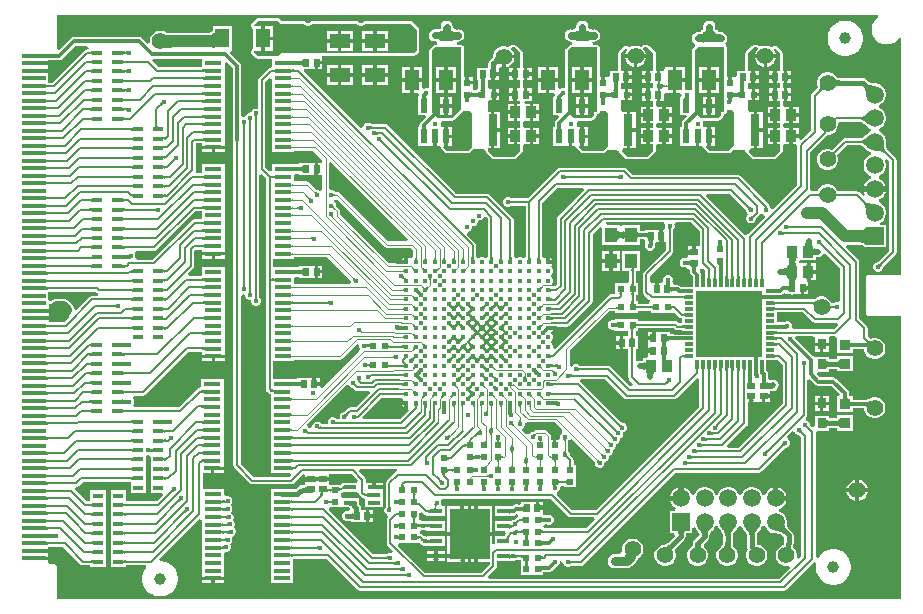
<source format=gtl>
G04*
G04 #@! TF.GenerationSoftware,Altium Limited,Altium Designer,24.4.1 (13)*
G04*
G04 Layer_Physical_Order=1*
G04 Layer_Color=255*
%FSLAX44Y44*%
%MOMM*%
G71*
G04*
G04 #@! TF.SameCoordinates,56A84C12-20F9-439F-8F54-A8B2ACD22D1B*
G04*
G04*
G04 #@! TF.FilePolarity,Positive*
G04*
G01*
G75*
%ADD12C,0.2000*%
%ADD15C,0.1500*%
%ADD16R,0.6000X0.5000*%
%ADD17R,0.5000X0.6000*%
%ADD18R,0.6000X0.6400*%
%ADD19R,1.4750X0.4500*%
%ADD20R,1.0500X0.4000*%
%ADD21R,0.6400X0.6000*%
%ADD22R,0.9000X0.4500*%
%ADD23R,5.6000X5.6000*%
%ADD24R,0.3000X0.7000*%
%ADD25R,0.7000X0.3000*%
%ADD26R,0.6000X1.1500*%
%ADD27R,0.8000X2.7000*%
%ADD28R,1.0500X0.4500*%
%ADD29R,3.4500X4.3500*%
%ADD30R,1.2500X1.6500*%
%ADD31R,1.0000X0.9000*%
%ADD32C,0.4200*%
%ADD33R,1.8000X1.3000*%
%ADD34R,1.3000X1.8000*%
%ADD35R,0.8000X0.9000*%
%ADD36R,0.9000X1.0000*%
%ADD37R,0.9500X0.9000*%
%ADD38R,2.0000X0.3800*%
%ADD39R,1.1000X1.3000*%
%ADD68C,1.4000*%
%ADD69C,1.0000*%
%ADD70C,0.3000*%
%ADD71C,0.1250*%
%ADD72C,0.8000*%
%ADD73C,1.0000*%
%ADD74C,0.4000*%
%ADD75C,0.5000*%
%ADD76C,0.6000*%
%ADD77C,1.5000*%
%ADD78R,1.5000X1.5000*%
G36*
X324683Y700292D02*
X325055Y700231D01*
X325617Y700177D01*
X328451Y700058D01*
X334899Y700000D01*
Y690000D01*
X324501Y689639D01*
Y700361D01*
X324683Y700292D01*
D02*
G37*
G36*
X366530Y689280D02*
X366431Y689417D01*
X366130Y689539D01*
X365630Y689647D01*
X364930Y689741D01*
X362930Y689885D01*
X356530Y690000D01*
Y700000D01*
X358434Y700050D01*
X360138Y700200D01*
X361642Y700450D01*
X362945Y700800D01*
X364049Y701250D01*
X364951Y701800D01*
X365654Y702450D01*
X366157Y703200D01*
X366459Y704050D01*
X366561Y705000D01*
X366530Y689280D01*
D02*
G37*
G36*
X262061Y684000D02*
X262046Y684142D01*
X262000Y684270D01*
X261923Y684382D01*
X261816Y684480D01*
X261678Y684562D01*
X261510Y684630D01*
X261311Y684682D01*
X261082Y684720D01*
X260821Y684742D01*
X260530Y684750D01*
Y686250D01*
X260821Y686257D01*
X261082Y686280D01*
X261311Y686317D01*
X261510Y686370D01*
X261678Y686437D01*
X261816Y686520D01*
X261923Y686617D01*
X262000Y686730D01*
X262046Y686857D01*
X262061Y687000D01*
Y684000D01*
D02*
G37*
G36*
X292194Y683929D02*
X292118Y684038D01*
X292026Y684135D01*
X291917Y684220D01*
X291792Y684295D01*
X291651Y684357D01*
X291494Y684409D01*
X291320Y684448D01*
X291130Y684477D01*
X290923Y684494D01*
X290700Y684500D01*
X291270Y686500D01*
X291496Y686503D01*
X292089Y686545D01*
X292258Y686571D01*
X292554Y686639D01*
X292681Y686682D01*
X292794Y686731D01*
X292893Y686785D01*
X292194Y683929D01*
D02*
G37*
G36*
X287990Y687310D02*
X288050Y687140D01*
X288150Y686990D01*
X288290Y686860D01*
X288470Y686750D01*
X288689Y686660D01*
X288950Y686590D01*
X289249Y686540D01*
X289590Y686510D01*
X289970Y686500D01*
Y684500D01*
X289590Y684490D01*
X289249Y684460D01*
X288950Y684410D01*
X288689Y684340D01*
X288470Y684250D01*
X288290Y684140D01*
X288150Y684010D01*
X288050Y683860D01*
X287990Y683690D01*
X287969Y683500D01*
Y687500D01*
X287990Y687310D01*
D02*
G37*
G36*
X928054Y715451D02*
X927209Y714887D01*
X927032Y714709D01*
X926823Y714570D01*
X925430Y713177D01*
X925291Y712968D01*
X925113Y712791D01*
X924019Y711153D01*
X923923Y710921D01*
X923783Y710712D01*
X923029Y708892D01*
X922980Y708646D01*
X922884Y708414D01*
X922500Y706482D01*
Y706231D01*
X922451Y705985D01*
Y704015D01*
X922500Y703769D01*
Y703518D01*
X922884Y701586D01*
X922980Y701354D01*
X923029Y701108D01*
X923783Y699288D01*
X923923Y699079D01*
X924019Y698847D01*
X925113Y697209D01*
X925291Y697032D01*
X925430Y696823D01*
X926823Y695430D01*
X927032Y695291D01*
X927209Y695113D01*
X928847Y694019D01*
X929079Y693923D01*
X929288Y693783D01*
X931108Y693029D01*
X931354Y692980D01*
X931586Y692884D01*
X933518Y692500D01*
X933769D01*
X934015Y692451D01*
X935985D01*
X936231Y692500D01*
X936482D01*
X938414Y692884D01*
X938646Y692980D01*
X938892Y693029D01*
X940712Y693783D01*
X940921Y693923D01*
X941153Y694019D01*
X942791Y695113D01*
X942968Y695291D01*
X943177Y695430D01*
X944570Y696823D01*
X944709Y697032D01*
X944887Y697209D01*
X945451Y698054D01*
X947451Y697447D01*
X947451Y497549D01*
X920000D01*
X919025Y497355D01*
X918198Y496802D01*
X917645Y495975D01*
X917451Y495000D01*
Y465000D01*
X917645Y464025D01*
X918198Y463198D01*
X919025Y462645D01*
X920000Y462451D01*
X947451D01*
Y222549D01*
X232549D01*
Y250000D01*
X232355Y250975D01*
X231802Y251802D01*
X230975Y252355D01*
X230000Y252549D01*
X226658D01*
X225000Y253375D01*
Y255775D01*
X213000D01*
Y258775D01*
X225000D01*
Y259725D01*
Y262125D01*
X213000D01*
Y265125D01*
X225000D01*
Y266916D01*
X237758D01*
X252337Y252337D01*
X252337Y252337D01*
X253330Y251674D01*
X254500Y251441D01*
X261000D01*
Y250250D01*
X274000D01*
Y258250D01*
Y266250D01*
Y274250D01*
Y282250D01*
Y290250D01*
Y298250D01*
Y306250D01*
Y314750D01*
X261000D01*
Y305559D01*
X258017D01*
X247859Y315716D01*
X248688Y317716D01*
X248775D01*
X248775Y317716D01*
X249946Y317949D01*
X250938Y318612D01*
X254267Y321941D01*
X295000D01*
Y312750D01*
X308000D01*
Y320750D01*
Y328750D01*
Y336750D01*
Y343226D01*
X308985Y344618D01*
X310577D01*
X312000Y343026D01*
Y336750D01*
Y328750D01*
Y320750D01*
Y312750D01*
X321811D01*
X322576Y310902D01*
X317233Y305559D01*
X291000D01*
Y314750D01*
X278000D01*
Y306250D01*
Y298250D01*
Y290250D01*
Y282250D01*
Y274250D01*
Y266250D01*
Y258250D01*
Y250250D01*
X291000D01*
Y251441D01*
X307615D01*
X308076Y250327D01*
X308268Y249441D01*
X306707Y247105D01*
X305576Y244375D01*
X305000Y241477D01*
Y238523D01*
X305576Y235625D01*
X306707Y232895D01*
X308349Y230438D01*
X310438Y228349D01*
X312895Y226707D01*
X315625Y225576D01*
X318523Y225000D01*
X321477D01*
X324375Y225576D01*
X327105Y226707D01*
X329562Y228349D01*
X331651Y230438D01*
X333293Y232895D01*
X334423Y235625D01*
X335000Y238523D01*
Y241477D01*
X334423Y244375D01*
X333293Y247105D01*
X331651Y249562D01*
X329562Y251651D01*
X327105Y253293D01*
X324375Y254424D01*
X321477Y255000D01*
X320154D01*
X319326Y257000D01*
X353245Y290919D01*
X355245Y290091D01*
Y281500D01*
Y275000D01*
Y268500D01*
Y262000D01*
Y255500D01*
Y249000D01*
Y242500D01*
Y241750D01*
X373995D01*
Y242500D01*
Y249000D01*
Y261228D01*
X375185Y262900D01*
X376816D01*
X378322Y263524D01*
X379476Y264678D01*
X380100Y266185D01*
Y267815D01*
X379476Y269322D01*
X379314Y269484D01*
X379323Y269524D01*
X380476Y270678D01*
X381100Y272184D01*
Y273815D01*
X381029Y273988D01*
X380851Y275583D01*
X382028Y276402D01*
X382323Y276524D01*
X383476Y277677D01*
X384100Y279184D01*
Y280816D01*
X383476Y282322D01*
X382323Y283476D01*
X382314Y283516D01*
X382476Y283678D01*
X383100Y285184D01*
Y286816D01*
X382476Y288323D01*
X381323Y289476D01*
X381314Y289516D01*
X381476Y289678D01*
X382100Y291185D01*
Y292815D01*
X381476Y294322D01*
X380322Y295476D01*
X380794Y297445D01*
X381100Y298185D01*
Y299816D01*
X380476Y301322D01*
X379346Y302500D01*
X380476Y303678D01*
X381100Y305184D01*
Y306815D01*
X380476Y308322D01*
X379323Y309476D01*
X377816Y310100D01*
X376185D01*
X375995Y310021D01*
X373995Y311358D01*
Y316000D01*
X356059D01*
Y329250D01*
X362740D01*
Y333500D01*
X364240D01*
Y335000D01*
X373615D01*
Y335750D01*
Y342250D01*
Y348750D01*
Y355250D01*
Y361750D01*
Y368250D01*
Y374750D01*
Y381250D01*
Y387750D01*
Y394250D01*
Y400750D01*
Y409250D01*
X354865D01*
Y402869D01*
X353500Y401559D01*
X352329Y401326D01*
X351337Y400663D01*
X351337Y400663D01*
X335733Y385059D01*
X297613D01*
X296857Y387059D01*
X297476Y387678D01*
X298100Y389184D01*
Y390816D01*
X297476Y392323D01*
X296857Y392941D01*
X297613Y394941D01*
X305500D01*
X305500Y394941D01*
X306670Y395174D01*
X307663Y395837D01*
X343767Y431941D01*
X355745D01*
Y429750D01*
X374495D01*
Y430500D01*
Y437000D01*
Y443500D01*
Y450000D01*
Y456500D01*
Y463000D01*
Y469500D01*
Y476000D01*
Y482500D01*
Y489000D01*
Y495500D01*
Y504000D01*
X355745D01*
Y496309D01*
X344463D01*
X343634Y498309D01*
X348163Y502837D01*
X348163Y502837D01*
X348826Y503829D01*
X349059Y505000D01*
Y517733D01*
X350017Y518691D01*
X355745D01*
Y516750D01*
X374495D01*
Y517500D01*
Y524000D01*
Y530500D01*
Y537000D01*
Y543500D01*
Y550000D01*
Y556500D01*
Y563000D01*
Y569500D01*
Y576000D01*
Y582500D01*
Y591000D01*
X355745D01*
Y583309D01*
X351215D01*
X350748Y583820D01*
X349921Y585309D01*
X350059Y586000D01*
Y608691D01*
X355745D01*
Y606750D01*
X374495D01*
Y607500D01*
Y614000D01*
Y620500D01*
Y627000D01*
Y633500D01*
Y640000D01*
Y646500D01*
Y653000D01*
Y659500D01*
Y666000D01*
Y676845D01*
X376343Y677610D01*
X381431Y672522D01*
Y611783D01*
X381703Y610417D01*
X381941Y610061D01*
Y336000D01*
X381941Y336000D01*
X382174Y334829D01*
X382837Y333837D01*
X395837Y320837D01*
X395837Y320837D01*
X396829Y320174D01*
X398000Y319941D01*
X431000D01*
X431000Y319941D01*
X432170Y320174D01*
X433163Y320837D01*
X440800Y328474D01*
X442800Y327814D01*
Y325900D01*
X444141D01*
X444372Y326040D01*
X444585Y326235D01*
X444737Y326460D01*
X444829Y326715D01*
X444861Y327000D01*
X444855Y325900D01*
X448000D01*
Y322900D01*
X444838D01*
X444831Y321431D01*
X444800Y321634D01*
X444711Y321815D01*
X444561Y321976D01*
X444351Y322115D01*
X444081Y322233D01*
X443750Y322329D01*
X443360Y322404D01*
X442910Y322457D01*
X442800Y322464D01*
Y319428D01*
X442608Y319393D01*
X441822Y319329D01*
X440791D01*
X439231Y319018D01*
X437908Y318134D01*
X437908Y318134D01*
X437701Y317928D01*
X436898Y317768D01*
X435575Y316884D01*
X435575Y316884D01*
X434736Y316045D01*
X432755Y316000D01*
Y316000D01*
X430804D01*
X430767Y316008D01*
X430746Y316005D01*
X430724Y316009D01*
X430681Y316000D01*
X414005D01*
Y307500D01*
Y301000D01*
Y294500D01*
Y288000D01*
Y281500D01*
Y275000D01*
Y268500D01*
Y262000D01*
Y255500D01*
Y249000D01*
Y242500D01*
Y236000D01*
X432755D01*
Y242500D01*
Y249000D01*
Y256691D01*
X460983D01*
X486837Y230837D01*
X487830Y230174D01*
X489000Y229941D01*
X489000Y229941D01*
X848000D01*
X848000Y229941D01*
X849171Y230174D01*
X850163Y230837D01*
X873497Y254171D01*
X875340Y253186D01*
X875000Y251477D01*
Y248523D01*
X875576Y245625D01*
X876707Y242895D01*
X878349Y240438D01*
X880438Y238349D01*
X882895Y236707D01*
X885625Y235576D01*
X888523Y235000D01*
X891477D01*
X894375Y235576D01*
X897105Y236707D01*
X899562Y238349D01*
X901651Y240438D01*
X903293Y242895D01*
X904424Y245625D01*
X905000Y248523D01*
Y251477D01*
X904424Y254375D01*
X903293Y257105D01*
X901651Y259562D01*
X899562Y261651D01*
X897105Y263293D01*
X894375Y264424D01*
X891477Y265000D01*
X888523D01*
X885625Y264424D01*
X882895Y263293D01*
X880438Y261651D01*
X878349Y259562D01*
X877059Y257631D01*
X875059Y258238D01*
Y364000D01*
X875059Y364000D01*
X875880Y365000D01*
X886000D01*
Y367468D01*
X886063Y367494D01*
X886363Y367575D01*
X886787Y367646D01*
X887082Y367672D01*
X892176D01*
X892476Y367645D01*
X892906Y367574D01*
X893211Y367493D01*
X893250Y367477D01*
Y365500D01*
X906750D01*
Y378500D01*
X893250D01*
Y376023D01*
X893211Y376007D01*
X892906Y375926D01*
X892476Y375855D01*
X892176Y375828D01*
X887082D01*
X886787Y375854D01*
X886363Y375925D01*
X886063Y376006D01*
X886000Y376032D01*
Y378000D01*
X874000D01*
Y368939D01*
X872152Y368173D01*
X870137Y370189D01*
X870133Y370194D01*
X870102Y370239D01*
X870100Y370242D01*
Y370816D01*
X869476Y372322D01*
X868322Y373476D01*
X867126Y373971D01*
X866606Y375178D01*
X866426Y376100D01*
X867163Y376837D01*
X867163Y376837D01*
X867826Y377829D01*
X868059Y379000D01*
Y408066D01*
X870059Y408895D01*
X874477Y404477D01*
X875634Y403703D01*
X877000Y403432D01*
X888522D01*
X895453Y396500D01*
X894625Y394500D01*
X893250D01*
Y381500D01*
X906750D01*
Y384393D01*
X906884Y384415D01*
X907068Y384431D01*
X915761D01*
X915912Y384417D01*
X916000Y384402D01*
Y383815D01*
X916613Y381526D01*
X917798Y379474D01*
X919474Y377798D01*
X921526Y376613D01*
X923815Y376000D01*
X926185D01*
X928474Y376613D01*
X930526Y377798D01*
X932202Y379474D01*
X933387Y381526D01*
X934000Y383815D01*
Y386185D01*
X933387Y388474D01*
X932202Y390526D01*
X930526Y392202D01*
X928474Y393387D01*
X926185Y394000D01*
X923815D01*
X921526Y393387D01*
X919474Y392202D01*
X919277Y392005D01*
X919267Y391998D01*
X919179Y391953D01*
X919003Y391885D01*
X918743Y391809D01*
X918404Y391735D01*
X918030Y391675D01*
X916600Y391569D01*
X907068D01*
X906884Y391585D01*
X906750Y391607D01*
Y394500D01*
X903609D01*
X903584Y394647D01*
X903569Y394826D01*
Y397000D01*
X903297Y398366D01*
X902523Y399523D01*
X892523Y409523D01*
X891366Y410297D01*
X890000Y410569D01*
X878478D01*
X876047Y413000D01*
X876875Y415000D01*
X886000D01*
Y417468D01*
X886063Y417494D01*
X886363Y417575D01*
X886787Y417646D01*
X887082Y417672D01*
X892176D01*
X892476Y417645D01*
X892906Y417574D01*
X893211Y417493D01*
X893250Y417477D01*
Y415500D01*
X906750D01*
Y428500D01*
X893250D01*
Y426023D01*
X893211Y426007D01*
X892906Y425926D01*
X892476Y425855D01*
X892176Y425828D01*
X887082D01*
X886787Y425854D01*
X886363Y425925D01*
X886063Y426006D01*
X886000Y426032D01*
Y428000D01*
X874000D01*
X874000Y428000D01*
Y428000D01*
X874000Y428000D01*
X872307Y428740D01*
X857606Y443441D01*
X858343Y445221D01*
X858591Y445441D01*
X872183D01*
X874000Y445000D01*
X874000Y443441D01*
Y440000D01*
X880000D01*
Y438500D01*
D01*
Y440000D01*
X886000D01*
X886000Y445000D01*
X887817Y445441D01*
X891500D01*
X891500Y445441D01*
X891652Y445471D01*
X893250Y443839D01*
Y431500D01*
X906750D01*
Y434393D01*
X906884Y434415D01*
X907068Y434431D01*
X915761D01*
X915912Y434417D01*
X916000Y434402D01*
Y433815D01*
X916613Y431526D01*
X917798Y429474D01*
X919474Y427798D01*
X921526Y426613D01*
X923815Y426000D01*
X926185D01*
X928474Y426613D01*
X930526Y427798D01*
X932202Y429474D01*
X933387Y431526D01*
X934000Y433815D01*
Y436185D01*
X933387Y438474D01*
X932202Y440526D01*
X930526Y442202D01*
X928474Y443387D01*
X926185Y444000D01*
X923815D01*
X921526Y443387D01*
X921158Y443174D01*
X921122Y443204D01*
X919059Y445267D01*
Y452000D01*
X918826Y453171D01*
X918163Y454163D01*
X912059Y460267D01*
Y508500D01*
X912059Y508500D01*
X911826Y509670D01*
X911163Y510663D01*
X911163Y510663D01*
X900886Y520940D01*
X901715Y522940D01*
X909148D01*
X909354Y522937D01*
X912433Y522747D01*
X913594Y522593D01*
X914533Y522403D01*
X915208Y522199D01*
X915500Y522065D01*
Y520500D01*
X917487D01*
X917531Y520491D01*
X917574Y520500D01*
X934500D01*
Y539500D01*
X929813D01*
X929277Y541500D01*
X930833Y542398D01*
X932602Y544167D01*
X933853Y546333D01*
X934500Y548749D01*
Y551251D01*
X933853Y553667D01*
X932602Y555833D01*
X930833Y557602D01*
X928667Y558853D01*
X928248Y558965D01*
Y561035D01*
X928667Y561147D01*
X930833Y562398D01*
X932602Y564167D01*
X933853Y566333D01*
X934165Y567500D01*
X925000D01*
X915835D01*
X916147Y566333D01*
X916593Y565561D01*
X914993Y564333D01*
X912163Y567163D01*
X911171Y567826D01*
X910000Y568059D01*
X910000Y568059D01*
X893544D01*
X893497Y568063D01*
X893387Y568474D01*
X892202Y570526D01*
X890526Y572202D01*
X888474Y573387D01*
X886185Y574000D01*
X883815D01*
X881526Y573387D01*
X879474Y572202D01*
X877798Y570526D01*
X876613Y568474D01*
X876503Y568063D01*
X876456Y568059D01*
X872057D01*
X872021Y568074D01*
X870559Y570000D01*
X870559Y570000D01*
Y601233D01*
X884867Y615541D01*
X885173Y616000D01*
X886185D01*
X888474Y616613D01*
X890526Y617798D01*
X892202Y619474D01*
X893387Y621526D01*
X894000Y623815D01*
Y626185D01*
X894580Y626941D01*
X913211D01*
X913242Y626939D01*
X913507Y626875D01*
X913863Y626743D01*
X914302Y626527D01*
X914812Y626222D01*
X915385Y625826D01*
X915997Y625350D01*
X917432Y624071D01*
X918209Y623301D01*
X918371Y623194D01*
X919167Y622398D01*
X921333Y621147D01*
X921752Y621035D01*
Y618965D01*
X921333Y618853D01*
X919167Y617602D01*
X918371Y616806D01*
X918209Y616699D01*
X917432Y615929D01*
X915997Y614650D01*
X915385Y614174D01*
X914812Y613778D01*
X914302Y613473D01*
X913863Y613257D01*
X913507Y613125D01*
X913242Y613061D01*
X913211Y613059D01*
X900000D01*
X898829Y612826D01*
X897837Y612163D01*
X897837Y612163D01*
X888878Y603204D01*
X888842Y603174D01*
X888474Y603387D01*
X886185Y604000D01*
X883815D01*
X881526Y603387D01*
X879474Y602202D01*
X877798Y600526D01*
X876613Y598474D01*
X876000Y596185D01*
Y593815D01*
X876613Y591526D01*
X877798Y589474D01*
X879474Y587798D01*
X881526Y586613D01*
X883815Y586000D01*
X886185D01*
X888474Y586613D01*
X890526Y587798D01*
X892202Y589474D01*
X893387Y591526D01*
X894000Y593815D01*
Y596185D01*
X893387Y598474D01*
X893174Y598842D01*
X893204Y598878D01*
X901267Y606941D01*
X913211D01*
X913242Y606939D01*
X913507Y606875D01*
X913863Y606743D01*
X914302Y606527D01*
X914812Y606222D01*
X915385Y605826D01*
X915997Y605350D01*
X917432Y604071D01*
X918209Y603301D01*
X918371Y603194D01*
X919167Y602398D01*
X921333Y601147D01*
X921752Y601035D01*
Y598965D01*
X921333Y598853D01*
X919167Y597602D01*
X917398Y595833D01*
X916147Y593667D01*
X915500Y591251D01*
Y588749D01*
X916147Y586333D01*
X917398Y584167D01*
X919167Y582398D01*
X921333Y581147D01*
X921752Y581035D01*
Y578965D01*
X921333Y578853D01*
X919167Y577602D01*
X917398Y575833D01*
X916147Y573667D01*
X915835Y572500D01*
X925000D01*
X934165D01*
X933853Y573667D01*
X932602Y575833D01*
X930833Y577602D01*
X928667Y578853D01*
X928248Y578965D01*
Y581035D01*
X928667Y581147D01*
X930833Y582398D01*
X932602Y584167D01*
X933853Y586333D01*
X934500Y588749D01*
Y591251D01*
X933853Y593667D01*
X933407Y594439D01*
X935007Y595667D01*
X937441Y593233D01*
Y517767D01*
X927811Y508137D01*
X927806Y508133D01*
X927761Y508102D01*
X927758Y508100D01*
X927185D01*
X925677Y507476D01*
X924524Y506323D01*
X923900Y504816D01*
Y503185D01*
X924524Y501678D01*
X925677Y500524D01*
X927185Y499900D01*
X928816D01*
X930322Y500524D01*
X931476Y501678D01*
X932100Y503185D01*
Y503758D01*
X932102Y503761D01*
X932117Y503783D01*
X932156Y503830D01*
X942663Y514337D01*
X942663Y514337D01*
X943326Y515330D01*
X943559Y516500D01*
Y594500D01*
X943559Y594500D01*
X943326Y595671D01*
X942663Y596663D01*
X935499Y603827D01*
X935479Y603851D01*
X935336Y604082D01*
X935178Y604429D01*
X935021Y604891D01*
X934875Y605468D01*
X934751Y606153D01*
X934655Y606922D01*
X934544Y608841D01*
X934539Y609935D01*
X934500Y610125D01*
Y611251D01*
X933853Y613667D01*
X932602Y615833D01*
X930833Y617602D01*
X928667Y618853D01*
X928248Y618965D01*
Y621035D01*
X928667Y621147D01*
X930833Y622398D01*
X932602Y624167D01*
X933853Y626333D01*
X934500Y628749D01*
Y631251D01*
X933853Y633667D01*
X932602Y635833D01*
X930833Y637602D01*
X928667Y638853D01*
X928248Y638965D01*
Y641035D01*
X928667Y641148D01*
X930833Y642398D01*
X932602Y644167D01*
X933853Y646333D01*
X934500Y648749D01*
Y651251D01*
X933853Y653667D01*
X932602Y655833D01*
X930833Y657602D01*
X928667Y658853D01*
X926251Y659500D01*
X925136D01*
X924957Y659539D01*
X924126Y659552D01*
X923404Y659603D01*
X922739Y659691D01*
X922131Y659815D01*
X921580Y659970D01*
X921084Y660154D01*
X920639Y660365D01*
X920241Y660601D01*
X919962Y660805D01*
X917884Y662884D01*
X916561Y663768D01*
X915000Y664078D01*
X915000Y664078D01*
X894903D01*
X894627Y664104D01*
X894175Y664178D01*
X893782Y664277D01*
X893447Y664393D01*
X893166Y664523D01*
X892931Y664665D01*
X892735Y664817D01*
X892567Y664982D01*
X892376Y665225D01*
X892202Y665526D01*
X890526Y667202D01*
X888474Y668387D01*
X886185Y669000D01*
X883815D01*
X881526Y668387D01*
X879474Y667202D01*
X877798Y665526D01*
X876613Y663474D01*
X876000Y661185D01*
Y658815D01*
X876613Y656526D01*
X876826Y656158D01*
X876796Y656122D01*
X871837Y651163D01*
X871174Y650171D01*
X870941Y649000D01*
X870941Y649000D01*
Y619863D01*
X862598Y611520D01*
X860750Y612285D01*
Y613500D01*
X855750D01*
Y608000D01*
X858699D01*
X859441Y607096D01*
X859441Y607096D01*
Y573767D01*
X838948Y553274D01*
X836679Y553833D01*
X836476Y554322D01*
X835953Y554846D01*
Y555106D01*
X835720Y556277D01*
X835057Y557269D01*
X811163Y581163D01*
X810171Y581826D01*
X809000Y582059D01*
X809000Y582059D01*
X720267D01*
X715163Y587163D01*
X714171Y587826D01*
X713000Y588059D01*
X713000Y588059D01*
X658500D01*
X657329Y587826D01*
X656337Y587163D01*
X631233Y562059D01*
X617291D01*
X617285Y562060D01*
X617231Y562069D01*
X617228Y562070D01*
X616822Y562476D01*
X615316Y563100D01*
X613684D01*
X612178Y562476D01*
X611024Y561322D01*
X610400Y559815D01*
Y558185D01*
X611024Y556678D01*
X612178Y555524D01*
X613684Y554900D01*
X615316D01*
X616822Y555524D01*
X617228Y555930D01*
X617231Y555931D01*
X617258Y555936D01*
X617319Y555941D01*
X629441D01*
Y512309D01*
X627750Y511367D01*
X627193Y511605D01*
X626822Y511976D01*
X625316Y512600D01*
X623685D01*
X622178Y511976D01*
X621807Y511605D01*
X621250Y511367D01*
X619559Y512309D01*
Y543500D01*
X619559Y543500D01*
X619326Y544671D01*
X618663Y545663D01*
X618663Y545663D01*
X599163Y565163D01*
X598171Y565826D01*
X597000Y566059D01*
X597000Y566059D01*
X570767D01*
X512663Y624163D01*
X511670Y624826D01*
X510500Y625059D01*
X510500Y625059D01*
X498791D01*
X498785Y625060D01*
X498731Y625069D01*
X498728Y625070D01*
X498322Y625476D01*
X496815Y626100D01*
X495185D01*
X493677Y625476D01*
X492524Y624322D01*
X491900Y622816D01*
Y622254D01*
X489900Y621426D01*
X441374Y669952D01*
X442139Y671800D01*
X450900D01*
Y677000D01*
X452400D01*
Y678500D01*
X457400D01*
Y682200D01*
X459085Y682961D01*
X535000D01*
X535000Y682961D01*
X535780Y683116D01*
X536442Y683558D01*
X538942Y686058D01*
X539384Y686720D01*
X539539Y687500D01*
Y705000D01*
X539539Y705000D01*
X539384Y705780D01*
X538942Y706442D01*
X533942Y711442D01*
X533280Y711884D01*
X532500Y712039D01*
X493298D01*
X493298Y712039D01*
X492518Y711884D01*
X491856Y711442D01*
X491167Y710753D01*
X490410Y710439D01*
X489590D01*
X488833Y710753D01*
X488144Y711442D01*
X487482Y711884D01*
X486702Y712039D01*
X448298D01*
X448298Y712039D01*
X447518Y711884D01*
X446856Y711442D01*
X446167Y710753D01*
X445410Y710439D01*
X444590D01*
X443833Y710753D01*
X443144Y711442D01*
X442482Y711884D01*
X441702Y712039D01*
X423345D01*
X421442Y713942D01*
X420780Y714384D01*
X420000Y714539D01*
X402500D01*
X401720Y714384D01*
X401058Y713942D01*
X397578Y710462D01*
X397578Y710462D01*
X397136Y709800D01*
X396981Y709020D01*
X397136Y708240D01*
X397662Y706970D01*
X398104Y706308D01*
X398766Y705866D01*
X399000Y705819D01*
Y689181D01*
X398766Y689134D01*
X398104Y688692D01*
X397662Y688030D01*
X397136Y686760D01*
X396981Y685980D01*
X397136Y685200D01*
X397578Y684538D01*
X401058Y681058D01*
X401720Y680616D01*
X402500Y680461D01*
X414505D01*
Y673059D01*
X414000D01*
X412829Y672826D01*
X411837Y672163D01*
X411837Y672163D01*
X403837Y664163D01*
X403174Y663171D01*
X402941Y662000D01*
X402941Y662000D01*
Y638852D01*
X401815Y638100D01*
X400185D01*
X398678Y637476D01*
X397524Y636323D01*
X396900Y634816D01*
X395184Y634100D01*
X393677Y633476D01*
X392524Y632323D01*
X392113Y631330D01*
X390140Y631141D01*
X388569Y632595D01*
Y674000D01*
X388297Y675366D01*
X387523Y676523D01*
X378797Y685250D01*
X379625Y687250D01*
X381000D01*
Y707750D01*
X364500D01*
Y704907D01*
X364457Y704507D01*
X364321Y704123D01*
X364094Y703784D01*
X363716Y703435D01*
X363127Y703076D01*
X362293Y702736D01*
X361209Y702445D01*
X359881Y702225D01*
X358318Y702087D01*
X357311Y702060D01*
X332543D01*
X328502Y702097D01*
X325758Y702212D01*
X325459Y702241D01*
X323474Y703387D01*
X321185Y704000D01*
X318815D01*
X316526Y703387D01*
X314474Y702202D01*
X312798Y700526D01*
X311613Y698474D01*
X311000Y696185D01*
Y693875D01*
X310856Y693739D01*
X309185Y692862D01*
X304523Y697523D01*
X303366Y698297D01*
X302000Y698569D01*
X247000D01*
X245634Y698297D01*
X244477Y697523D01*
X234291Y687337D01*
X233703Y687443D01*
X233366Y687838D01*
X232488Y689692D01*
X232549Y690000D01*
Y717451D01*
X927447Y717451D01*
X928054Y715451D01*
D02*
G37*
G36*
X422500Y710000D02*
X441702D01*
X442678Y709024D01*
X444184Y708400D01*
X445816D01*
X447322Y709024D01*
X448298Y710000D01*
X486702D01*
X487678Y709024D01*
X489184Y708400D01*
X490816D01*
X492323Y709024D01*
X493298Y710000D01*
X532500D01*
X537500Y705000D01*
Y687500D01*
X535000Y685000D01*
X422500D01*
X420000Y682500D01*
X402500D01*
X399020Y685980D01*
X399546Y687250D01*
X405750D01*
Y697500D01*
Y707750D01*
X399546D01*
X399020Y709020D01*
X402500Y712500D01*
X420000D01*
X422500Y710000D01*
D02*
G37*
G36*
X222999Y684524D02*
X223090Y684462D01*
X223239Y684406D01*
X223449Y684358D01*
X223720Y684317D01*
X224440Y684258D01*
X225970Y684225D01*
Y681225D01*
X225399Y681221D01*
X223449Y681092D01*
X223239Y681044D01*
X223090Y680988D01*
X222999Y680926D01*
X222969Y680855D01*
Y684594D01*
X222999Y684524D01*
D02*
G37*
G36*
X259380Y689493D02*
X258842Y688304D01*
X258000D01*
X256927Y688090D01*
X256017Y687483D01*
X228664Y660129D01*
X225000D01*
Y668495D01*
X223449Y668392D01*
X223239Y668344D01*
X223090Y668288D01*
X222999Y668226D01*
X222969Y668156D01*
Y668525D01*
X213000D01*
Y671525D01*
X222969D01*
Y671895D01*
X222999Y671824D01*
X223090Y671761D01*
X223239Y671706D01*
X223449Y671658D01*
X223720Y671617D01*
X224440Y671558D01*
X225000Y671546D01*
Y672475D01*
Y674845D01*
X223449Y674742D01*
X223239Y674694D01*
X223090Y674639D01*
X222999Y674576D01*
X222969Y674505D01*
Y674875D01*
X213000D01*
Y677875D01*
X222969D01*
Y678244D01*
X222999Y678174D01*
X223090Y678111D01*
X223239Y678056D01*
X223449Y678008D01*
X223720Y677967D01*
X224440Y677908D01*
X225000Y677896D01*
Y679151D01*
X225079Y679156D01*
X234725D01*
X236091Y679428D01*
X237248Y680202D01*
X248478Y691431D01*
X258248D01*
X259380Y689493D01*
D02*
G37*
G36*
X262061Y676000D02*
X262046Y676142D01*
X262000Y676270D01*
X261923Y676382D01*
X261816Y676480D01*
X261678Y676562D01*
X261510Y676630D01*
X261311Y676682D01*
X261082Y676720D01*
X260821Y676742D01*
X260530Y676750D01*
Y678250D01*
X260821Y678257D01*
X261082Y678280D01*
X261311Y678317D01*
X261510Y678370D01*
X261678Y678437D01*
X261816Y678520D01*
X261923Y678617D01*
X262000Y678730D01*
X262046Y678857D01*
X262061Y679000D01*
Y676000D01*
D02*
G37*
G36*
X287990Y679310D02*
X288050Y679140D01*
X288150Y678990D01*
X288290Y678860D01*
X288470Y678750D01*
X288689Y678660D01*
X288950Y678590D01*
X289249Y678540D01*
X289590Y678510D01*
X289970Y678500D01*
Y676500D01*
X289590Y676490D01*
X289249Y676460D01*
X288950Y676410D01*
X288689Y676340D01*
X288470Y676250D01*
X288290Y676140D01*
X288150Y676010D01*
X288050Y675860D01*
X287990Y675690D01*
X287969Y675500D01*
Y679500D01*
X287990Y679310D01*
D02*
G37*
G36*
X431255Y678857D02*
X431344Y678755D01*
X431494Y678666D01*
X431704Y678589D01*
X431974Y678524D01*
X432304Y678470D01*
X432695Y678428D01*
X433655Y678381D01*
X434225Y678375D01*
Y675375D01*
X433655Y675367D01*
X432695Y675299D01*
X432304Y675240D01*
X431974Y675164D01*
X431704Y675071D01*
X431494Y674961D01*
X431344Y674835D01*
X431255Y674691D01*
X431225Y674530D01*
Y678969D01*
X431255Y678857D01*
D02*
G37*
G36*
X440630Y674000D02*
Y673875D01*
X440601Y674160D01*
X440510Y674415D01*
X440360Y674640D01*
X440150Y674835D01*
X439880Y675000D01*
X439551Y675135D01*
X439160Y675240D01*
X438711Y675315D01*
X438200Y675360D01*
X437631Y675375D01*
Y675500D01*
Y678375D01*
Y678500D01*
X438200Y678515D01*
X438711Y678560D01*
X439160Y678635D01*
X439551Y678740D01*
X439880Y678875D01*
X440150Y679040D01*
X440360Y679235D01*
X440510Y679460D01*
X440601Y679715D01*
X440630Y680000D01*
Y674000D01*
D02*
G37*
G36*
X355745Y673309D02*
X318592D01*
X313470Y678431D01*
X314298Y680431D01*
X355745D01*
Y673309D01*
D02*
G37*
G36*
X431214Y672060D02*
X431275Y671890D01*
X431377Y671740D01*
X431519Y671610D01*
X431702Y671500D01*
X431925Y671410D01*
X432189Y671340D01*
X432494Y671290D01*
X432839Y671260D01*
X433224Y671250D01*
Y669250D01*
X432839Y669240D01*
X432494Y669210D01*
X432189Y669160D01*
X431925Y669090D01*
X431702Y669000D01*
X431519Y668890D01*
X431377Y668760D01*
X431275Y668610D01*
X431214Y668440D01*
X431194Y668250D01*
Y672250D01*
X431214Y672060D01*
D02*
G37*
G36*
X357806Y668250D02*
X357786Y668440D01*
X357725Y668610D01*
X357623Y668760D01*
X357481Y668890D01*
X357298Y669000D01*
X357075Y669090D01*
X356811Y669160D01*
X356507Y669210D01*
X356161Y669240D01*
X355775Y669250D01*
Y671250D01*
X356161Y671260D01*
X356507Y671290D01*
X356811Y671340D01*
X357075Y671410D01*
X357298Y671500D01*
X357481Y671610D01*
X357623Y671740D01*
X357725Y671890D01*
X357786Y672060D01*
X357806Y672250D01*
Y668250D01*
D02*
G37*
G36*
X292894Y668215D02*
X292795Y668269D01*
X292682Y668318D01*
X292554Y668360D01*
X292413Y668397D01*
X292258Y668429D01*
X291905Y668474D01*
X291708Y668489D01*
X291270Y668500D01*
X290700Y670500D01*
X290923Y670506D01*
X291130Y670523D01*
X291320Y670551D01*
X291494Y670591D01*
X291651Y670643D01*
X291792Y670705D01*
X291917Y670780D01*
X292026Y670865D01*
X292118Y670962D01*
X292193Y671071D01*
X292894Y668215D01*
D02*
G37*
G36*
X416535Y668030D02*
X416516Y668215D01*
X416455Y668380D01*
X416356Y668525D01*
X416216Y668651D01*
X416035Y668758D01*
X415816Y668845D01*
X415555Y668913D01*
X415256Y668961D01*
X414916Y668990D01*
X414535Y669000D01*
Y671000D01*
X414920Y671010D01*
X415264Y671040D01*
X415568Y671090D01*
X415831Y671160D01*
X416054Y671250D01*
X416237Y671360D01*
X416380Y671490D01*
X416482Y671640D01*
X416544Y671810D01*
X416566Y672000D01*
X416535Y668030D01*
D02*
G37*
G36*
X262061Y668000D02*
X262046Y668142D01*
X262000Y668270D01*
X261923Y668382D01*
X261816Y668480D01*
X261678Y668562D01*
X261510Y668630D01*
X261311Y668682D01*
X261082Y668720D01*
X260821Y668742D01*
X260530Y668750D01*
Y670250D01*
X260821Y670257D01*
X261082Y670280D01*
X261311Y670317D01*
X261510Y670370D01*
X261678Y670437D01*
X261816Y670520D01*
X261923Y670617D01*
X262000Y670730D01*
X262046Y670857D01*
X262061Y671000D01*
Y668000D01*
D02*
G37*
G36*
X287990Y671310D02*
X288050Y671140D01*
X288150Y670990D01*
X288290Y670860D01*
X288470Y670750D01*
X288689Y670660D01*
X288950Y670590D01*
X289249Y670540D01*
X289590Y670510D01*
X289970Y670500D01*
Y668500D01*
X289590Y668490D01*
X289249Y668460D01*
X288950Y668410D01*
X288689Y668340D01*
X288470Y668250D01*
X288290Y668140D01*
X288150Y668010D01*
X288050Y667860D01*
X287990Y667690D01*
X287969Y667500D01*
Y671500D01*
X287990Y671310D01*
D02*
G37*
G36*
X431207Y664881D02*
X431245Y664775D01*
X431309Y664681D01*
X431399Y664600D01*
X431514Y664531D01*
X431655Y664475D01*
X431822Y664431D01*
X432014Y664400D01*
X432231Y664381D01*
X432475Y664375D01*
Y663125D01*
X432231Y663119D01*
X432014Y663100D01*
X431822Y663069D01*
X431655Y663025D01*
X431514Y662969D01*
X431399Y662900D01*
X431309Y662819D01*
X431245Y662725D01*
X431207Y662619D01*
X431194Y662500D01*
Y665000D01*
X431207Y664881D01*
D02*
G37*
G36*
X357806Y661750D02*
X357786Y661940D01*
X357725Y662110D01*
X357623Y662260D01*
X357481Y662390D01*
X357298Y662500D01*
X357075Y662590D01*
X356811Y662660D01*
X356507Y662710D01*
X356161Y662740D01*
X355775Y662750D01*
Y664750D01*
X356161Y664760D01*
X356507Y664790D01*
X356811Y664840D01*
X357075Y664910D01*
X357298Y665000D01*
X357481Y665110D01*
X357623Y665240D01*
X357725Y665390D01*
X357786Y665560D01*
X357806Y665750D01*
Y661750D01*
D02*
G37*
G36*
X262061Y660000D02*
X262046Y660142D01*
X262000Y660270D01*
X261923Y660382D01*
X261816Y660480D01*
X261678Y660563D01*
X261510Y660630D01*
X261311Y660682D01*
X261082Y660720D01*
X260821Y660742D01*
X260530Y660750D01*
Y662250D01*
X260821Y662258D01*
X261082Y662280D01*
X261311Y662317D01*
X261510Y662370D01*
X261678Y662437D01*
X261816Y662520D01*
X261923Y662617D01*
X262000Y662730D01*
X262046Y662857D01*
X262061Y663000D01*
Y660000D01*
D02*
G37*
G36*
X287990Y663310D02*
X288050Y663140D01*
X288150Y662990D01*
X288290Y662860D01*
X288470Y662750D01*
X288689Y662660D01*
X288950Y662590D01*
X289249Y662540D01*
X289590Y662510D01*
X289970Y662500D01*
Y660500D01*
X289590Y660490D01*
X289249Y660460D01*
X288950Y660410D01*
X288689Y660340D01*
X288470Y660250D01*
X288290Y660140D01*
X288150Y660010D01*
X288050Y659860D01*
X287990Y659690D01*
X287969Y659500D01*
Y663500D01*
X287990Y663310D01*
D02*
G37*
G36*
X891045Y663620D02*
X891389Y663280D01*
X891776Y662980D01*
X892207Y662720D01*
X892682Y662500D01*
X893200Y662320D01*
X893762Y662180D01*
X894367Y662080D01*
X895016Y662020D01*
X895708Y662000D01*
Y658000D01*
X895016Y657980D01*
X894367Y657920D01*
X893762Y657820D01*
X893200Y657680D01*
X892682Y657500D01*
X892207Y657280D01*
X891776Y657020D01*
X891389Y656720D01*
X891045Y656380D01*
X890745Y656000D01*
Y664000D01*
X891045Y663620D01*
D02*
G37*
G36*
X431207Y658381D02*
X431245Y658275D01*
X431309Y658181D01*
X431399Y658100D01*
X431514Y658031D01*
X431655Y657975D01*
X431822Y657931D01*
X432014Y657900D01*
X432231Y657881D01*
X432475Y657875D01*
Y656625D01*
X432231Y656619D01*
X432014Y656600D01*
X431822Y656569D01*
X431655Y656525D01*
X431514Y656469D01*
X431399Y656400D01*
X431309Y656319D01*
X431245Y656225D01*
X431207Y656119D01*
X431194Y656000D01*
Y658500D01*
X431207Y658381D01*
D02*
G37*
G36*
X222954Y658682D02*
X223000Y658555D01*
X223077Y658443D01*
X223184Y658345D01*
X223322Y658262D01*
X223490Y658195D01*
X223689Y658142D01*
X223919Y658105D01*
X224179Y658083D01*
X224470Y658075D01*
Y656575D01*
X224179Y656568D01*
X223919Y656545D01*
X223689Y656507D01*
X223490Y656455D01*
X223322Y656387D01*
X223184Y656305D01*
X223077Y656208D01*
X223000Y656095D01*
X222954Y655967D01*
X222939Y655825D01*
Y658825D01*
X222954Y658682D01*
D02*
G37*
G36*
X357806Y655250D02*
X357786Y655440D01*
X357725Y655610D01*
X357623Y655760D01*
X357481Y655890D01*
X357298Y656000D01*
X357075Y656090D01*
X356811Y656160D01*
X356507Y656210D01*
X356161Y656240D01*
X355775Y656250D01*
Y658250D01*
X356161Y658260D01*
X356507Y658290D01*
X356811Y658340D01*
X357075Y658410D01*
X357298Y658500D01*
X357481Y658610D01*
X357623Y658740D01*
X357725Y658890D01*
X357786Y659060D01*
X357806Y659250D01*
Y655250D01*
D02*
G37*
G36*
X881671Y653842D02*
X881483Y653923D01*
X881286Y653967D01*
X881080Y653973D01*
X880866Y653943D01*
X880643Y653875D01*
X880411Y653770D01*
X880170Y653628D01*
X879920Y653449D01*
X879661Y653233D01*
X879394Y652980D01*
X877980Y654394D01*
X878233Y654661D01*
X878449Y654920D01*
X878628Y655170D01*
X878770Y655411D01*
X878875Y655643D01*
X878943Y655866D01*
X878973Y656080D01*
X878967Y656286D01*
X878923Y656483D01*
X878842Y656671D01*
X881671Y653842D01*
D02*
G37*
G36*
X292893Y652215D02*
X292794Y652269D01*
X292682Y652318D01*
X292554Y652360D01*
X292413Y652398D01*
X292258Y652429D01*
X291905Y652474D01*
X291708Y652489D01*
X291270Y652500D01*
X290700Y654500D01*
X290923Y654506D01*
X291130Y654523D01*
X291320Y654551D01*
X291494Y654591D01*
X291651Y654643D01*
X291792Y654705D01*
X291917Y654780D01*
X292026Y654865D01*
X292118Y654962D01*
X292193Y655071D01*
X292893Y652215D01*
D02*
G37*
G36*
X262061Y652000D02*
X262046Y652142D01*
X262000Y652270D01*
X261923Y652383D01*
X261816Y652480D01*
X261678Y652562D01*
X261510Y652630D01*
X261311Y652682D01*
X261082Y652720D01*
X260821Y652742D01*
X260530Y652750D01*
Y654250D01*
X260821Y654258D01*
X261082Y654280D01*
X261311Y654317D01*
X261510Y654370D01*
X261678Y654437D01*
X261816Y654520D01*
X261923Y654617D01*
X262000Y654730D01*
X262046Y654857D01*
X262061Y655000D01*
Y652000D01*
D02*
G37*
G36*
X287990Y655310D02*
X288050Y655140D01*
X288150Y654990D01*
X288290Y654860D01*
X288470Y654750D01*
X288689Y654660D01*
X288950Y654590D01*
X289249Y654540D01*
X289590Y654510D01*
X289970Y654500D01*
Y652500D01*
X289590Y652490D01*
X289249Y652460D01*
X288950Y652410D01*
X288689Y652340D01*
X288470Y652250D01*
X288290Y652140D01*
X288150Y652010D01*
X288050Y651860D01*
X287990Y651690D01*
X287969Y651500D01*
Y655500D01*
X287990Y655310D01*
D02*
G37*
G36*
X918595Y659280D02*
X919114Y658898D01*
X919680Y658562D01*
X920291Y658273D01*
X920949Y658029D01*
X921652Y657831D01*
X922401Y657679D01*
X923197Y657573D01*
X924038Y657514D01*
X924925Y657500D01*
X917500Y650075D01*
X917486Y650962D01*
X917427Y651803D01*
X917321Y652599D01*
X917169Y653348D01*
X916971Y654051D01*
X916727Y654709D01*
X916438Y655320D01*
X916102Y655886D01*
X915720Y656405D01*
X915293Y656879D01*
X918121Y659707D01*
X918595Y659280D01*
D02*
G37*
G36*
X431207Y651881D02*
X431245Y651775D01*
X431309Y651681D01*
X431399Y651600D01*
X431514Y651531D01*
X431655Y651475D01*
X431822Y651431D01*
X432014Y651400D01*
X432231Y651381D01*
X432475Y651375D01*
Y650125D01*
X432231Y650119D01*
X432014Y650100D01*
X431822Y650069D01*
X431655Y650025D01*
X431514Y649969D01*
X431399Y649900D01*
X431309Y649819D01*
X431245Y649725D01*
X431207Y649619D01*
X431194Y649500D01*
Y652000D01*
X431207Y651881D01*
D02*
G37*
G36*
X222954Y652333D02*
X223000Y652205D01*
X223077Y652093D01*
X223184Y651995D01*
X223322Y651913D01*
X223490Y651845D01*
X223689Y651793D01*
X223919Y651755D01*
X224179Y651732D01*
X224470Y651725D01*
Y650225D01*
X224179Y650218D01*
X223919Y650195D01*
X223689Y650157D01*
X223490Y650105D01*
X223322Y650038D01*
X223184Y649955D01*
X223077Y649857D01*
X223000Y649745D01*
X222954Y649617D01*
X222939Y649475D01*
Y652475D01*
X222954Y652333D01*
D02*
G37*
G36*
X357806Y648750D02*
X357786Y648940D01*
X357725Y649110D01*
X357623Y649260D01*
X357481Y649390D01*
X357298Y649500D01*
X357075Y649590D01*
X356811Y649660D01*
X356507Y649710D01*
X356161Y649740D01*
X355775Y649750D01*
Y651750D01*
X356161Y651760D01*
X356507Y651790D01*
X356811Y651840D01*
X357075Y651910D01*
X357298Y652000D01*
X357481Y652110D01*
X357623Y652240D01*
X357725Y652390D01*
X357786Y652560D01*
X357806Y652750D01*
Y648750D01*
D02*
G37*
G36*
X262061Y644000D02*
X262046Y644143D01*
X262000Y644270D01*
X261923Y644382D01*
X261816Y644480D01*
X261678Y644563D01*
X261510Y644630D01*
X261311Y644682D01*
X261082Y644720D01*
X260821Y644743D01*
X260530Y644750D01*
Y646250D01*
X260821Y646257D01*
X261082Y646280D01*
X261311Y646318D01*
X261510Y646370D01*
X261678Y646438D01*
X261816Y646520D01*
X261923Y646618D01*
X262000Y646730D01*
X262046Y646858D01*
X262061Y647000D01*
Y644000D01*
D02*
G37*
G36*
X287990Y647310D02*
X288050Y647140D01*
X288150Y646990D01*
X288290Y646860D01*
X288470Y646750D01*
X288689Y646660D01*
X288950Y646590D01*
X289249Y646540D01*
X289590Y646510D01*
X289970Y646500D01*
Y644500D01*
X289590Y644490D01*
X289249Y644460D01*
X288950Y644410D01*
X288689Y644340D01*
X288470Y644250D01*
X288290Y644140D01*
X288150Y644010D01*
X288050Y643860D01*
X287990Y643690D01*
X287969Y643500D01*
Y647500D01*
X287990Y647310D01*
D02*
G37*
G36*
X222954Y645983D02*
X223000Y645855D01*
X223077Y645742D01*
X223184Y645645D01*
X223322Y645563D01*
X223490Y645495D01*
X223689Y645443D01*
X223919Y645405D01*
X224179Y645383D01*
X224470Y645375D01*
Y643875D01*
X224179Y643867D01*
X223919Y643845D01*
X223689Y643808D01*
X223490Y643755D01*
X223322Y643688D01*
X223184Y643605D01*
X223077Y643508D01*
X223000Y643395D01*
X222954Y643268D01*
X222939Y643125D01*
Y646125D01*
X222954Y645983D01*
D02*
G37*
G36*
X431207Y645381D02*
X431245Y645275D01*
X431309Y645181D01*
X431399Y645100D01*
X431514Y645031D01*
X431655Y644975D01*
X431822Y644931D01*
X432014Y644900D01*
X432231Y644881D01*
X432475Y644875D01*
Y643625D01*
X432231Y643619D01*
X432014Y643600D01*
X431822Y643569D01*
X431655Y643525D01*
X431514Y643469D01*
X431399Y643400D01*
X431309Y643319D01*
X431245Y643225D01*
X431207Y643119D01*
X431194Y643000D01*
Y645500D01*
X431207Y645381D01*
D02*
G37*
G36*
X357806Y642250D02*
X357786Y642440D01*
X357725Y642610D01*
X357623Y642760D01*
X357481Y642890D01*
X357298Y643000D01*
X357075Y643090D01*
X356811Y643160D01*
X356507Y643210D01*
X356161Y643240D01*
X355775Y643250D01*
Y645250D01*
X356161Y645260D01*
X356507Y645290D01*
X356811Y645340D01*
X357075Y645410D01*
X357298Y645500D01*
X357481Y645610D01*
X357623Y645740D01*
X357725Y645890D01*
X357786Y646060D01*
X357806Y646250D01*
Y642250D01*
D02*
G37*
G36*
X322979Y641900D02*
X322846Y641893D01*
X322710Y641870D01*
X322570Y641831D01*
X322428Y641775D01*
X322283Y641702D01*
X322134Y641614D01*
X321983Y641509D01*
X321828Y641388D01*
X321671Y641250D01*
X321510Y641096D01*
X320096Y642510D01*
X320250Y642671D01*
X320509Y642983D01*
X320614Y643134D01*
X320702Y643283D01*
X320775Y643428D01*
X320830Y643570D01*
X320870Y643710D01*
X320893Y643846D01*
X320900Y643979D01*
X322979Y641900D01*
D02*
G37*
G36*
X222954Y639632D02*
X223000Y639505D01*
X223077Y639393D01*
X223184Y639295D01*
X223322Y639212D01*
X223490Y639145D01*
X223689Y639092D01*
X223919Y639055D01*
X224179Y639033D01*
X224470Y639025D01*
Y637525D01*
X224179Y637518D01*
X223919Y637495D01*
X223689Y637458D01*
X223490Y637405D01*
X223322Y637337D01*
X223184Y637255D01*
X223077Y637158D01*
X223000Y637045D01*
X222954Y636917D01*
X222939Y636775D01*
Y639775D01*
X222954Y639632D01*
D02*
G37*
G36*
X431207Y638881D02*
X431245Y638775D01*
X431309Y638681D01*
X431399Y638600D01*
X431514Y638531D01*
X431655Y638475D01*
X431822Y638431D01*
X432014Y638400D01*
X432231Y638381D01*
X432475Y638375D01*
Y637125D01*
X432231Y637119D01*
X432014Y637100D01*
X431822Y637069D01*
X431655Y637025D01*
X431514Y636969D01*
X431399Y636900D01*
X431309Y636819D01*
X431245Y636725D01*
X431207Y636619D01*
X431194Y636500D01*
Y639000D01*
X431207Y638881D01*
D02*
G37*
G36*
X292193Y635929D02*
X292118Y636038D01*
X292026Y636135D01*
X291917Y636220D01*
X291792Y636295D01*
X291651Y636357D01*
X291494Y636409D01*
X291320Y636449D01*
X291130Y636477D01*
X290923Y636494D01*
X290700Y636500D01*
X291270Y638500D01*
X291496Y638503D01*
X292089Y638546D01*
X292258Y638571D01*
X292554Y638639D01*
X292682Y638682D01*
X292794Y638731D01*
X292893Y638785D01*
X292193Y635929D01*
D02*
G37*
G36*
X357806Y635750D02*
X357786Y635940D01*
X357725Y636110D01*
X357623Y636260D01*
X357481Y636390D01*
X357298Y636500D01*
X357075Y636590D01*
X356811Y636660D01*
X356507Y636710D01*
X356161Y636740D01*
X355775Y636750D01*
Y638750D01*
X356161Y638760D01*
X356507Y638790D01*
X356811Y638840D01*
X357075Y638910D01*
X357298Y639000D01*
X357481Y639110D01*
X357623Y639240D01*
X357725Y639390D01*
X357786Y639560D01*
X357806Y639750D01*
Y635750D01*
D02*
G37*
G36*
X287990Y639310D02*
X288050Y639140D01*
X288150Y638990D01*
X288290Y638860D01*
X288470Y638750D01*
X288689Y638660D01*
X288950Y638590D01*
X289249Y638540D01*
X289590Y638510D01*
X289970Y638500D01*
Y636500D01*
X289590Y636490D01*
X289249Y636460D01*
X288950Y636410D01*
X288689Y636340D01*
X288470Y636250D01*
X288290Y636140D01*
X288150Y636010D01*
X288050Y635860D01*
X287990Y635690D01*
X287969Y635500D01*
Y639500D01*
X287990Y639310D01*
D02*
G37*
G36*
X262061Y635500D02*
X262041Y635690D01*
X261980Y635860D01*
X261878Y636010D01*
X261736Y636140D01*
X261553Y636250D01*
X261330Y636340D01*
X261066Y636410D01*
X260762Y636460D01*
X260416Y636490D01*
X260030Y636500D01*
Y638500D01*
X260416Y638510D01*
X260762Y638540D01*
X261066Y638590D01*
X261330Y638660D01*
X261553Y638750D01*
X261736Y638860D01*
X261878Y638990D01*
X261980Y639140D01*
X262041Y639310D01*
X262061Y639500D01*
Y635500D01*
D02*
G37*
G36*
X402381Y632401D02*
X402301Y632289D01*
X402230Y632162D01*
X402169Y632022D01*
X402118Y631868D01*
X402075Y631701D01*
X402042Y631519D01*
X402019Y631325D01*
X402005Y631116D01*
X402000Y630893D01*
X400000D01*
X399995Y631116D01*
X399958Y631519D01*
X399925Y631701D01*
X399883Y631868D01*
X399831Y632022D01*
X399770Y632162D01*
X399699Y632289D01*
X399619Y632401D01*
X399530Y632500D01*
X402470D01*
X402381Y632401D01*
D02*
G37*
G36*
X222954Y633283D02*
X223000Y633155D01*
X223077Y633042D01*
X223184Y632945D01*
X223322Y632863D01*
X223490Y632795D01*
X223689Y632743D01*
X223919Y632705D01*
X224179Y632682D01*
X224470Y632675D01*
Y631175D01*
X224179Y631167D01*
X223919Y631145D01*
X223689Y631107D01*
X223490Y631055D01*
X223322Y630988D01*
X223184Y630905D01*
X223077Y630807D01*
X223000Y630695D01*
X222954Y630568D01*
X222939Y630425D01*
Y633425D01*
X222954Y633283D01*
D02*
G37*
G36*
X431207Y632381D02*
X431245Y632275D01*
X431309Y632181D01*
X431399Y632100D01*
X431514Y632031D01*
X431655Y631975D01*
X431822Y631931D01*
X432014Y631900D01*
X432231Y631881D01*
X432475Y631875D01*
Y630625D01*
X432231Y630619D01*
X432014Y630600D01*
X431822Y630569D01*
X431655Y630525D01*
X431514Y630469D01*
X431399Y630400D01*
X431309Y630319D01*
X431245Y630225D01*
X431207Y630119D01*
X431194Y630000D01*
Y632500D01*
X431207Y632381D01*
D02*
G37*
G36*
X892821Y629235D02*
X892560Y628965D01*
X892137Y628464D01*
X891973Y628233D01*
X891842Y628015D01*
X891744Y627810D01*
X891677Y627618D01*
X891643Y627439D01*
X891641Y627272D01*
X891672Y627119D01*
X889771Y630122D01*
X889891Y630032D01*
X890022Y629975D01*
X890164Y629950D01*
X890317Y629959D01*
X890481Y630001D01*
X890656Y630076D01*
X890842Y630184D01*
X891039Y630326D01*
X891246Y630500D01*
X891464Y630707D01*
X892821Y629235D01*
D02*
G37*
G36*
X357806Y629250D02*
X357786Y629440D01*
X357725Y629610D01*
X357623Y629760D01*
X357481Y629890D01*
X357298Y630000D01*
X357075Y630090D01*
X356811Y630160D01*
X356507Y630210D01*
X356161Y630240D01*
X355775Y630250D01*
Y632250D01*
X356161Y632260D01*
X356507Y632290D01*
X356811Y632340D01*
X357075Y632410D01*
X357298Y632500D01*
X357481Y632610D01*
X357623Y632740D01*
X357725Y632890D01*
X357786Y633060D01*
X357806Y633250D01*
Y629250D01*
D02*
G37*
G36*
X262061Y628000D02*
X262046Y628143D01*
X262000Y628270D01*
X261923Y628382D01*
X261816Y628480D01*
X261678Y628563D01*
X261510Y628630D01*
X261311Y628683D01*
X261082Y628720D01*
X260821Y628742D01*
X260530Y628750D01*
Y630250D01*
X260821Y630257D01*
X261082Y630280D01*
X261311Y630317D01*
X261510Y630370D01*
X261678Y630438D01*
X261816Y630520D01*
X261923Y630617D01*
X262000Y630730D01*
X262046Y630858D01*
X262061Y631000D01*
Y628000D01*
D02*
G37*
G36*
X287990Y631310D02*
X288050Y631140D01*
X288150Y630990D01*
X288290Y630860D01*
X288470Y630750D01*
X288689Y630660D01*
X288950Y630590D01*
X289249Y630540D01*
X289590Y630510D01*
X289970Y630500D01*
Y628500D01*
X289590Y628490D01*
X289249Y628460D01*
X288950Y628410D01*
X288689Y628340D01*
X288470Y628250D01*
X288290Y628140D01*
X288150Y628010D01*
X288050Y627860D01*
X287990Y627690D01*
X287969Y627500D01*
Y631500D01*
X287990Y631310D01*
D02*
G37*
G36*
X397381Y628401D02*
X397301Y628289D01*
X397230Y628162D01*
X397169Y628022D01*
X397118Y627868D01*
X397075Y627701D01*
X397042Y627519D01*
X397019Y627324D01*
X397005Y627116D01*
X397000Y626893D01*
X395000D01*
X394995Y627116D01*
X394958Y627519D01*
X394925Y627701D01*
X394883Y627868D01*
X394831Y628022D01*
X394770Y628162D01*
X394699Y628289D01*
X394619Y628401D01*
X394530Y628500D01*
X397470D01*
X397381Y628401D01*
D02*
G37*
G36*
X919644Y624750D02*
X918828Y625558D01*
X917302Y626917D01*
X916592Y627470D01*
X915917Y627938D01*
X915277Y628320D01*
X914672Y628618D01*
X914102Y628830D01*
X913567Y628957D01*
X913067Y629000D01*
Y631000D01*
X913567Y631043D01*
X914102Y631170D01*
X914672Y631382D01*
X915277Y631680D01*
X915917Y632062D01*
X916592Y632530D01*
X917302Y633083D01*
X918828Y634442D01*
X919644Y635250D01*
Y624750D01*
D02*
G37*
G36*
X222954Y626932D02*
X223000Y626805D01*
X223077Y626693D01*
X223184Y626595D01*
X223322Y626512D01*
X223490Y626445D01*
X223689Y626393D01*
X223919Y626355D01*
X224179Y626333D01*
X224470Y626325D01*
Y624825D01*
X224179Y624818D01*
X223919Y624795D01*
X223689Y624757D01*
X223490Y624705D01*
X223322Y624637D01*
X223184Y624555D01*
X223077Y624458D01*
X223000Y624345D01*
X222954Y624217D01*
X222939Y624075D01*
Y627075D01*
X222954Y626932D01*
D02*
G37*
G36*
X392381Y625401D02*
X392301Y625289D01*
X392230Y625162D01*
X392169Y625022D01*
X392118Y624868D01*
X392075Y624701D01*
X392042Y624519D01*
X392019Y624324D01*
X392005Y624116D01*
X392000Y623893D01*
X390000D01*
X389995Y624116D01*
X389958Y624519D01*
X389925Y624701D01*
X389883Y624868D01*
X389831Y625022D01*
X389770Y625162D01*
X389699Y625289D01*
X389619Y625401D01*
X389530Y625500D01*
X392470D01*
X392381Y625401D01*
D02*
G37*
G36*
X431207Y625881D02*
X431245Y625775D01*
X431309Y625681D01*
X431399Y625600D01*
X431514Y625531D01*
X431655Y625475D01*
X431822Y625431D01*
X432014Y625400D01*
X432231Y625381D01*
X432475Y625375D01*
Y624125D01*
X432231Y624119D01*
X432014Y624100D01*
X431822Y624069D01*
X431655Y624025D01*
X431514Y623969D01*
X431399Y623900D01*
X431309Y623819D01*
X431245Y623725D01*
X431207Y623619D01*
X431194Y623500D01*
Y626000D01*
X431207Y625881D01*
D02*
G37*
G36*
X357806Y622750D02*
X357786Y622940D01*
X357725Y623110D01*
X357623Y623260D01*
X357481Y623390D01*
X357298Y623500D01*
X357075Y623590D01*
X356811Y623660D01*
X356507Y623710D01*
X356161Y623740D01*
X355775Y623750D01*
Y625750D01*
X356161Y625760D01*
X356507Y625790D01*
X356811Y625840D01*
X357075Y625910D01*
X357298Y626000D01*
X357481Y626110D01*
X357623Y626240D01*
X357725Y626390D01*
X357786Y626560D01*
X357806Y626750D01*
Y622750D01*
D02*
G37*
G36*
X317588Y624334D02*
X317618Y623988D01*
X317668Y623684D01*
X317738Y623420D01*
X317828Y623196D01*
X317938Y623014D01*
X318068Y622872D01*
X318218Y622770D01*
X318388Y622709D01*
X318578Y622689D01*
X314578D01*
X314768Y622709D01*
X314938Y622770D01*
X315088Y622872D01*
X315218Y623014D01*
X315328Y623196D01*
X315418Y623420D01*
X315488Y623684D01*
X315538Y623988D01*
X315568Y624334D01*
X315578Y624719D01*
X317578D01*
X317588Y624334D01*
D02*
G37*
G36*
X497599Y623381D02*
X497711Y623301D01*
X497838Y623230D01*
X497978Y623169D01*
X498132Y623117D01*
X498299Y623075D01*
X498481Y623042D01*
X498675Y623019D01*
X498884Y623005D01*
X499107Y623000D01*
Y621000D01*
X498884Y620995D01*
X498481Y620958D01*
X498299Y620925D01*
X498132Y620882D01*
X497978Y620831D01*
X497838Y620770D01*
X497711Y620699D01*
X497599Y620619D01*
X497500Y620530D01*
Y623470D01*
X497599Y623381D01*
D02*
G37*
G36*
X297061Y618500D02*
X297041Y618690D01*
X296980Y618860D01*
X296878Y619010D01*
X296736Y619140D01*
X296553Y619250D01*
X296330Y619340D01*
X296066Y619410D01*
X295762Y619460D01*
X295416Y619490D01*
X295030Y619500D01*
Y621500D01*
X295416Y621510D01*
X295762Y621540D01*
X296066Y621590D01*
X296330Y621660D01*
X296553Y621750D01*
X296736Y621860D01*
X296878Y621990D01*
X296980Y622140D01*
X297041Y622310D01*
X297061Y622500D01*
Y618500D01*
D02*
G37*
G36*
X222990Y620929D02*
X223050Y620782D01*
X223150Y620651D01*
X223290Y620538D01*
X223470Y620442D01*
X223689Y620364D01*
X223950Y620303D01*
X224249Y620260D01*
X224590Y620234D01*
X224970Y620225D01*
Y618225D01*
X224590Y618216D01*
X224249Y618190D01*
X223950Y618147D01*
X223689Y618086D01*
X223470Y618008D01*
X223290Y617912D01*
X223150Y617799D01*
X223050Y617668D01*
X222990Y617521D01*
X222969Y617355D01*
Y621095D01*
X222990Y620929D01*
D02*
G37*
G36*
X431207Y619131D02*
X431245Y619025D01*
X431309Y618931D01*
X431399Y618850D01*
X431514Y618781D01*
X431655Y618725D01*
X431822Y618681D01*
X432014Y618650D01*
X432231Y618631D01*
X432475Y618625D01*
Y617375D01*
X432231Y617369D01*
X432014Y617350D01*
X431822Y617319D01*
X431655Y617275D01*
X431514Y617219D01*
X431399Y617150D01*
X431309Y617069D01*
X431245Y616975D01*
X431207Y616869D01*
X431194Y616750D01*
Y619250D01*
X431207Y619131D01*
D02*
G37*
G36*
X357775Y616031D02*
X357756Y616215D01*
X357696Y616380D01*
X357595Y616525D01*
X357455Y616651D01*
X357276Y616758D01*
X357056Y616845D01*
X356796Y616913D01*
X356496Y616961D01*
X356156Y616990D01*
X355775Y617000D01*
Y619000D01*
X356160Y619010D01*
X356504Y619040D01*
X356808Y619090D01*
X357071Y619160D01*
X357295Y619250D01*
X357477Y619360D01*
X357620Y619490D01*
X357722Y619640D01*
X357784Y619810D01*
X357806Y620000D01*
X357775Y616031D01*
D02*
G37*
G36*
X502599Y618381D02*
X502711Y618301D01*
X502838Y618230D01*
X502978Y618169D01*
X503132Y618117D01*
X503299Y618075D01*
X503481Y618042D01*
X503675Y618019D01*
X503884Y618005D01*
X504107Y618000D01*
Y616000D01*
X503884Y615995D01*
X503481Y615958D01*
X503299Y615925D01*
X503132Y615882D01*
X502978Y615831D01*
X502838Y615770D01*
X502711Y615699D01*
X502599Y615619D01*
X502500Y615530D01*
Y618470D01*
X502599Y618381D01*
D02*
G37*
G36*
X222954Y614232D02*
X223000Y614105D01*
X223077Y613993D01*
X223184Y613895D01*
X223322Y613812D01*
X223490Y613745D01*
X223689Y613693D01*
X223919Y613655D01*
X224179Y613633D01*
X224470Y613625D01*
Y612125D01*
X224179Y612118D01*
X223919Y612095D01*
X223689Y612057D01*
X223490Y612005D01*
X223322Y611937D01*
X223184Y611855D01*
X223077Y611758D01*
X223000Y611645D01*
X222954Y611517D01*
X222939Y611375D01*
Y614375D01*
X222954Y614232D01*
D02*
G37*
G36*
X297061Y611000D02*
X297046Y611142D01*
X297000Y611270D01*
X296923Y611382D01*
X296816Y611480D01*
X296678Y611562D01*
X296510Y611630D01*
X296311Y611682D01*
X296082Y611720D01*
X295821Y611742D01*
X295530Y611750D01*
Y613250D01*
X295821Y613257D01*
X296082Y613280D01*
X296311Y613317D01*
X296510Y613370D01*
X296678Y613437D01*
X296816Y613520D01*
X296923Y613617D01*
X297000Y613730D01*
X297046Y613857D01*
X297061Y614000D01*
Y611000D01*
D02*
G37*
G36*
X322988Y614524D02*
X323044Y614378D01*
X323137Y614249D01*
X323267Y614138D01*
X323434Y614043D01*
X323639Y613966D01*
X323880Y613906D01*
X324159Y613863D01*
X324475Y613837D01*
X324828Y613828D01*
Y611828D01*
X324475Y611820D01*
X324159Y611794D01*
X323880Y611751D01*
X323639Y611691D01*
X323434Y611614D01*
X323267Y611519D01*
X323137Y611408D01*
X323044Y611279D01*
X322988Y611133D01*
X322970Y610970D01*
Y614687D01*
X322988Y614524D01*
D02*
G37*
G36*
X431207Y612881D02*
X431245Y612775D01*
X431309Y612681D01*
X431399Y612600D01*
X431514Y612531D01*
X431655Y612475D01*
X431822Y612431D01*
X432014Y612400D01*
X432231Y612381D01*
X432475Y612375D01*
Y611125D01*
X432231Y611119D01*
X432014Y611100D01*
X431822Y611069D01*
X431655Y611025D01*
X431514Y610969D01*
X431399Y610900D01*
X431309Y610819D01*
X431245Y610725D01*
X431207Y610619D01*
X431194Y610500D01*
Y613000D01*
X431207Y612881D01*
D02*
G37*
G36*
X357806Y609750D02*
X357786Y609940D01*
X357725Y610110D01*
X357623Y610260D01*
X357481Y610390D01*
X357298Y610500D01*
X357075Y610590D01*
X356811Y610660D01*
X356507Y610710D01*
X356161Y610740D01*
X355775Y610750D01*
Y612750D01*
X356161Y612760D01*
X356507Y612790D01*
X356811Y612840D01*
X357075Y612910D01*
X357298Y613000D01*
X357481Y613110D01*
X357623Y613240D01*
X357725Y613390D01*
X357786Y613560D01*
X357806Y613750D01*
Y609750D01*
D02*
G37*
G36*
X919644Y604750D02*
X918828Y605558D01*
X917302Y606917D01*
X916592Y607470D01*
X915917Y607938D01*
X915277Y608320D01*
X914672Y608618D01*
X914102Y608830D01*
X913567Y608957D01*
X913067Y609000D01*
Y611000D01*
X913567Y611043D01*
X914102Y611170D01*
X914672Y611382D01*
X915277Y611680D01*
X915917Y612062D01*
X916592Y612530D01*
X917302Y613083D01*
X918828Y614442D01*
X919644Y615250D01*
Y604750D01*
D02*
G37*
G36*
X222990Y608229D02*
X223050Y608082D01*
X223150Y607951D01*
X223290Y607838D01*
X223470Y607742D01*
X223689Y607664D01*
X223950Y607603D01*
X224249Y607560D01*
X224590Y607534D01*
X224970Y607525D01*
Y605525D01*
X224590Y605516D01*
X224249Y605490D01*
X223950Y605447D01*
X223689Y605386D01*
X223470Y605308D01*
X223290Y605212D01*
X223150Y605099D01*
X223050Y604968D01*
X222990Y604821D01*
X222969Y604655D01*
Y608395D01*
X222990Y608229D01*
D02*
G37*
G36*
X431207Y606381D02*
X431245Y606275D01*
X431309Y606181D01*
X431399Y606100D01*
X431514Y606031D01*
X431655Y605975D01*
X431822Y605931D01*
X432014Y605900D01*
X432231Y605881D01*
X432475Y605875D01*
Y604625D01*
X432231Y604619D01*
X432014Y604600D01*
X431822Y604569D01*
X431655Y604525D01*
X431514Y604469D01*
X431399Y604400D01*
X431309Y604319D01*
X431245Y604225D01*
X431207Y604119D01*
X431194Y604000D01*
Y606500D01*
X431207Y606381D01*
D02*
G37*
G36*
X324969Y604741D02*
X324590Y604731D01*
X324249Y604701D01*
X323950Y604651D01*
X323689Y604581D01*
X323470Y604491D01*
X323289Y604381D01*
X323149Y604251D01*
X323050Y604101D01*
X322990Y603931D01*
X322970Y603741D01*
Y606719D01*
X322990Y606724D01*
X323050Y606727D01*
X324969Y606741D01*
Y604741D01*
D02*
G37*
G36*
X297061Y602500D02*
X297041Y602690D01*
X296980Y602860D01*
X296878Y603010D01*
X296736Y603140D01*
X296553Y603250D01*
X296330Y603340D01*
X296066Y603410D01*
X295762Y603460D01*
X295416Y603490D01*
X295030Y603500D01*
Y605500D01*
X295416Y605510D01*
X295762Y605540D01*
X296066Y605590D01*
X296330Y605660D01*
X296553Y605750D01*
X296736Y605860D01*
X296878Y605990D01*
X296980Y606140D01*
X297041Y606310D01*
X297061Y606500D01*
Y602500D01*
D02*
G37*
G36*
X892020Y600606D02*
X891767Y600339D01*
X891551Y600080D01*
X891372Y599830D01*
X891230Y599590D01*
X891125Y599357D01*
X891058Y599134D01*
X891027Y598920D01*
X891033Y598714D01*
X891077Y598517D01*
X891158Y598329D01*
X888329Y601158D01*
X888517Y601077D01*
X888714Y601033D01*
X888920Y601027D01*
X889134Y601057D01*
X889357Y601125D01*
X889589Y601230D01*
X889830Y601372D01*
X890080Y601551D01*
X890339Y601767D01*
X890606Y602020D01*
X892020Y600606D01*
D02*
G37*
G36*
X932505Y608777D02*
X932623Y606737D01*
X932734Y605844D01*
X932881Y605036D01*
X933063Y604313D01*
X933281Y603674D01*
X933534Y603121D01*
X933822Y602653D01*
X934145Y602269D01*
X932731Y600855D01*
X932347Y601178D01*
X931879Y601466D01*
X931326Y601719D01*
X930687Y601937D01*
X929964Y602119D01*
X929156Y602266D01*
X928263Y602377D01*
X926223Y602495D01*
X925075Y602500D01*
X932500Y609925D01*
X932505Y608777D01*
D02*
G37*
G36*
X222954Y601533D02*
X223000Y601405D01*
X223077Y601292D01*
X223184Y601195D01*
X223322Y601113D01*
X223490Y601045D01*
X223689Y600993D01*
X223919Y600955D01*
X224179Y600933D01*
X224470Y600925D01*
Y599425D01*
X224179Y599417D01*
X223919Y599395D01*
X223689Y599357D01*
X223490Y599305D01*
X223322Y599238D01*
X223184Y599155D01*
X223077Y599058D01*
X223000Y598945D01*
X222954Y598817D01*
X222939Y598675D01*
Y601675D01*
X222954Y601533D01*
D02*
G37*
G36*
X322990Y598583D02*
X323050Y598460D01*
X323149Y598353D01*
X323289Y598259D01*
X323470Y598180D01*
X323689Y598115D01*
X323950Y598065D01*
X324249Y598029D01*
X324590Y598007D01*
X324969Y598000D01*
Y596000D01*
X324590Y595990D01*
X324249Y595960D01*
X323950Y595910D01*
X323689Y595840D01*
X323470Y595750D01*
X323289Y595640D01*
X323149Y595510D01*
X323050Y595360D01*
X322990Y595190D01*
X322970Y595000D01*
Y598719D01*
X322990Y598583D01*
D02*
G37*
G36*
X297061Y595000D02*
X297046Y595142D01*
X297000Y595270D01*
X296923Y595382D01*
X296816Y595480D01*
X296678Y595562D01*
X296510Y595630D01*
X296311Y595682D01*
X296082Y595720D01*
X295821Y595742D01*
X295530Y595750D01*
Y597250D01*
X295821Y597257D01*
X296082Y597280D01*
X296311Y597317D01*
X296510Y597370D01*
X296678Y597437D01*
X296816Y597520D01*
X296923Y597617D01*
X297000Y597730D01*
X297046Y597857D01*
X297061Y598000D01*
Y595000D01*
D02*
G37*
G36*
X332979Y593900D02*
X332846Y593893D01*
X332710Y593870D01*
X332570Y593830D01*
X332428Y593775D01*
X332283Y593702D01*
X332134Y593614D01*
X331983Y593509D01*
X331828Y593388D01*
X331671Y593250D01*
X331510Y593096D01*
X330096Y594510D01*
X330250Y594671D01*
X330509Y594983D01*
X330614Y595134D01*
X330702Y595283D01*
X330775Y595428D01*
X330830Y595570D01*
X330870Y595710D01*
X330893Y595846D01*
X330900Y595979D01*
X332979Y593900D01*
D02*
G37*
G36*
X222990Y595529D02*
X223050Y595382D01*
X223150Y595251D01*
X223290Y595138D01*
X223470Y595042D01*
X223689Y594964D01*
X223950Y594903D01*
X224249Y594860D01*
X224590Y594834D01*
X224970Y594825D01*
Y592825D01*
X224590Y592816D01*
X224249Y592790D01*
X223950Y592747D01*
X223689Y592686D01*
X223470Y592608D01*
X223290Y592512D01*
X223150Y592399D01*
X223050Y592268D01*
X222990Y592121D01*
X222969Y591955D01*
Y595695D01*
X222990Y595529D01*
D02*
G37*
G36*
X322990Y590310D02*
X323050Y590140D01*
X323149Y589990D01*
X323289Y589860D01*
X323470Y589750D01*
X323689Y589660D01*
X323950Y589590D01*
X324249Y589540D01*
X324590Y589510D01*
X324969Y589500D01*
Y587500D01*
X324590Y587490D01*
X324249Y587460D01*
X323950Y587410D01*
X323689Y587340D01*
X323470Y587250D01*
X323289Y587140D01*
X323149Y587010D01*
X323050Y586860D01*
X322990Y586690D01*
X322970Y586500D01*
Y590500D01*
X322990Y590310D01*
D02*
G37*
G36*
X297061Y586500D02*
X297041Y586690D01*
X296980Y586860D01*
X296878Y587010D01*
X296736Y587140D01*
X296553Y587250D01*
X296330Y587340D01*
X296066Y587410D01*
X295762Y587460D01*
X295416Y587490D01*
X295030Y587500D01*
Y589500D01*
X295416Y589510D01*
X295762Y589540D01*
X296066Y589590D01*
X296330Y589660D01*
X296553Y589750D01*
X296736Y589860D01*
X296878Y589990D01*
X296980Y590140D01*
X297041Y590310D01*
X297061Y590500D01*
Y586500D01*
D02*
G37*
G36*
X222954Y588833D02*
X223000Y588705D01*
X223077Y588592D01*
X223184Y588495D01*
X223322Y588413D01*
X223490Y588345D01*
X223689Y588293D01*
X223919Y588255D01*
X224179Y588232D01*
X224470Y588225D01*
Y586725D01*
X224179Y586717D01*
X223919Y586695D01*
X223689Y586657D01*
X223490Y586605D01*
X223322Y586538D01*
X223184Y586455D01*
X223077Y586357D01*
X223000Y586245D01*
X222954Y586118D01*
X222939Y585975D01*
Y588975D01*
X222954Y588833D01*
D02*
G37*
G36*
X431255Y588857D02*
X431344Y588755D01*
X431494Y588666D01*
X431704Y588589D01*
X431974Y588524D01*
X432304Y588470D01*
X432695Y588428D01*
X433655Y588381D01*
X434225Y588375D01*
Y585375D01*
X433655Y585367D01*
X432695Y585299D01*
X432304Y585240D01*
X431974Y585164D01*
X431704Y585071D01*
X431494Y584961D01*
X431344Y584835D01*
X431255Y584691D01*
X431225Y584530D01*
Y588969D01*
X431255Y588857D01*
D02*
G37*
G36*
X440630Y584000D02*
X440601Y584285D01*
X440510Y584540D01*
X440360Y584765D01*
X440150Y584960D01*
X439880Y585125D01*
X439551Y585260D01*
X439160Y585365D01*
X438711Y585440D01*
X438200Y585485D01*
X437631Y585500D01*
Y588500D01*
X438200Y588515D01*
X438711Y588560D01*
X439160Y588635D01*
X439551Y588740D01*
X439880Y588875D01*
X440150Y589040D01*
X440360Y589235D01*
X440510Y589460D01*
X440601Y589715D01*
X440630Y590000D01*
Y584000D01*
D02*
G37*
G36*
X414505Y663351D02*
Y653000D01*
Y646500D01*
Y640000D01*
Y633500D01*
Y627000D01*
Y620500D01*
Y614000D01*
Y607500D01*
Y601000D01*
X433255D01*
Y602574D01*
X449641D01*
X457324Y594891D01*
Y592200D01*
X453900D01*
Y587000D01*
Y583854D01*
X455200Y583861D01*
X454915Y583829D01*
X454660Y583737D01*
X454435Y583585D01*
X454240Y583372D01*
X454075Y583099D01*
X453940Y582766D01*
X453900Y582616D01*
Y581800D01*
X457324D01*
Y569303D01*
X455324Y568475D01*
X455322Y568476D01*
X453816Y569100D01*
X453195D01*
X453018Y569139D01*
X452849Y569142D01*
X452759Y569149D01*
X452689Y569160D01*
X452639Y569171D01*
X452606Y569181D01*
X452603Y569182D01*
X446143Y575643D01*
X445274Y576223D01*
X444250Y576426D01*
X444250Y576426D01*
X433255D01*
Y581642D01*
X434930Y582847D01*
X435185Y582900D01*
X436815D01*
X438600Y581800D01*
Y581800D01*
X450645D01*
X450586Y582360D01*
X450497Y582751D01*
X450383Y583080D01*
X450243Y583350D01*
X450078Y583560D01*
X449888Y583711D01*
X449672Y583801D01*
X449431Y583830D01*
X450900Y583838D01*
Y587000D01*
Y592200D01*
X438600D01*
Y592200D01*
X436815Y591100D01*
X435185D01*
X433255Y591000D01*
X433255Y591000D01*
X431268D01*
X431225Y591009D01*
X431181Y591000D01*
X414505D01*
Y585649D01*
X412505Y584821D01*
X409059Y588267D01*
Y660733D01*
X412505Y664179D01*
X414505Y663351D01*
D02*
G37*
G36*
X222990Y582829D02*
X223050Y582682D01*
X223150Y582551D01*
X223290Y582438D01*
X223470Y582342D01*
X223689Y582264D01*
X223950Y582203D01*
X224249Y582160D01*
X224590Y582134D01*
X224970Y582125D01*
Y580125D01*
X224590Y580116D01*
X224249Y580090D01*
X223950Y580047D01*
X223689Y579986D01*
X223470Y579908D01*
X223290Y579812D01*
X223150Y579699D01*
X223050Y579568D01*
X222990Y579421D01*
X222969Y579255D01*
Y582994D01*
X222990Y582829D01*
D02*
G37*
G36*
X297061Y579000D02*
X297046Y579142D01*
X297000Y579270D01*
X296923Y579383D01*
X296816Y579480D01*
X296678Y579562D01*
X296510Y579630D01*
X296311Y579683D01*
X296082Y579720D01*
X295821Y579743D01*
X295530Y579750D01*
Y581250D01*
X295821Y581258D01*
X296082Y581280D01*
X296311Y581317D01*
X296510Y581370D01*
X296678Y581437D01*
X296816Y581520D01*
X296923Y581618D01*
X297000Y581730D01*
X297046Y581857D01*
X297061Y582000D01*
Y579000D01*
D02*
G37*
G36*
X708500Y578530D02*
X708401Y578619D01*
X708289Y578699D01*
X708162Y578770D01*
X708022Y578831D01*
X707868Y578882D01*
X707701Y578925D01*
X707519Y578958D01*
X707325Y578981D01*
X707116Y578995D01*
X706893Y579000D01*
Y581000D01*
X707116Y581005D01*
X707519Y581042D01*
X707701Y581075D01*
X707868Y581118D01*
X708022Y581169D01*
X708162Y581230D01*
X708289Y581301D01*
X708401Y581381D01*
X708500Y581470D01*
Y578530D01*
D02*
G37*
G36*
X662599Y581381D02*
X662711Y581301D01*
X662838Y581230D01*
X662978Y581169D01*
X663132Y581118D01*
X663299Y581075D01*
X663481Y581042D01*
X663676Y581019D01*
X663884Y581005D01*
X664107Y581000D01*
Y579000D01*
X663884Y578995D01*
X663481Y578958D01*
X663299Y578925D01*
X663132Y578882D01*
X662978Y578831D01*
X662838Y578770D01*
X662711Y578699D01*
X662599Y578619D01*
X662500Y578530D01*
Y581470D01*
X662599Y581381D01*
D02*
G37*
G36*
X322990Y581810D02*
X323050Y581640D01*
X323149Y581490D01*
X323289Y581360D01*
X323470Y581250D01*
X323689Y581160D01*
X323950Y581090D01*
X324249Y581040D01*
X324590Y581010D01*
X324969Y581000D01*
Y579000D01*
X324590Y578993D01*
X323950Y578935D01*
X323689Y578885D01*
X323470Y578820D01*
X323289Y578741D01*
X323149Y578647D01*
X323050Y578540D01*
X322990Y578417D01*
X322970Y578280D01*
Y582000D01*
X322990Y581810D01*
D02*
G37*
G36*
X416566Y578250D02*
X416546Y578440D01*
X416485Y578610D01*
X416383Y578760D01*
X416241Y578890D01*
X416058Y579000D01*
X415835Y579090D01*
X415571Y579160D01*
X415266Y579210D01*
X414921Y579240D01*
X414535Y579250D01*
Y581250D01*
X414921Y581260D01*
X415266Y581290D01*
X415571Y581340D01*
X415835Y581410D01*
X416058Y581500D01*
X416241Y581610D01*
X416383Y581740D01*
X416485Y581890D01*
X416546Y582060D01*
X416566Y582250D01*
Y578250D01*
D02*
G37*
G36*
X357806D02*
X357786Y578440D01*
X357725Y578610D01*
X357623Y578760D01*
X357481Y578890D01*
X357298Y579000D01*
X357075Y579090D01*
X356811Y579160D01*
X356506Y579210D01*
X356161Y579240D01*
X355775Y579250D01*
Y581250D01*
X356161Y581260D01*
X356506Y581290D01*
X356811Y581340D01*
X357075Y581410D01*
X357298Y581500D01*
X357481Y581610D01*
X357623Y581740D01*
X357725Y581890D01*
X357786Y582060D01*
X357806Y582250D01*
Y578250D01*
D02*
G37*
G36*
X222954Y576133D02*
X223000Y576005D01*
X223077Y575892D01*
X223184Y575795D01*
X223322Y575713D01*
X223490Y575645D01*
X223689Y575592D01*
X223919Y575555D01*
X224179Y575532D01*
X224470Y575525D01*
Y574025D01*
X224179Y574017D01*
X223919Y573995D01*
X223689Y573957D01*
X223490Y573905D01*
X223322Y573838D01*
X223184Y573755D01*
X223077Y573657D01*
X223000Y573545D01*
X222954Y573418D01*
X222939Y573275D01*
Y576275D01*
X222954Y576133D01*
D02*
G37*
G36*
X431207Y574881D02*
X431245Y574775D01*
X431309Y574681D01*
X431399Y574600D01*
X431514Y574531D01*
X431655Y574475D01*
X431822Y574431D01*
X432014Y574400D01*
X432231Y574381D01*
X432475Y574375D01*
Y573125D01*
X432231Y573119D01*
X432014Y573100D01*
X431822Y573069D01*
X431655Y573025D01*
X431514Y572969D01*
X431399Y572900D01*
X431309Y572819D01*
X431245Y572725D01*
X431207Y572619D01*
X431194Y572500D01*
Y575000D01*
X431207Y574881D01*
D02*
G37*
G36*
X357806Y571750D02*
X357786Y571940D01*
X357725Y572110D01*
X357623Y572260D01*
X357481Y572390D01*
X357298Y572500D01*
X357075Y572590D01*
X356811Y572660D01*
X356506Y572710D01*
X356161Y572740D01*
X355775Y572750D01*
Y574750D01*
X356161Y574760D01*
X356506Y574790D01*
X356811Y574840D01*
X357075Y574910D01*
X357298Y575000D01*
X357481Y575110D01*
X357623Y575240D01*
X357725Y575390D01*
X357786Y575560D01*
X357806Y575750D01*
Y571750D01*
D02*
G37*
G36*
X297061Y571000D02*
X297046Y571143D01*
X297000Y571270D01*
X296923Y571382D01*
X296816Y571480D01*
X296678Y571562D01*
X296510Y571630D01*
X296311Y571683D01*
X296082Y571720D01*
X295821Y571743D01*
X295530Y571750D01*
Y573250D01*
X295821Y573257D01*
X296082Y573280D01*
X296311Y573317D01*
X296510Y573370D01*
X296678Y573438D01*
X296816Y573520D01*
X296923Y573618D01*
X297000Y573730D01*
X297046Y573857D01*
X297061Y574000D01*
Y571000D01*
D02*
G37*
G36*
X322990Y574310D02*
X323050Y574140D01*
X323149Y573990D01*
X323289Y573860D01*
X323470Y573750D01*
X323689Y573660D01*
X323950Y573590D01*
X324249Y573540D01*
X324590Y573510D01*
X324969Y573500D01*
Y571500D01*
X324590Y571490D01*
X324249Y571460D01*
X323950Y571410D01*
X323689Y571340D01*
X323470Y571250D01*
X323289Y571140D01*
X323149Y571010D01*
X323050Y570860D01*
X322990Y570690D01*
X322970Y570500D01*
Y574500D01*
X322990Y574310D01*
D02*
G37*
G36*
X431207Y568381D02*
X431245Y568275D01*
X431309Y568181D01*
X431399Y568100D01*
X431514Y568031D01*
X431655Y567975D01*
X431822Y567931D01*
X432014Y567900D01*
X432231Y567881D01*
X432475Y567875D01*
Y566625D01*
X432231Y566619D01*
X432014Y566600D01*
X431822Y566569D01*
X431655Y566525D01*
X431514Y566469D01*
X431399Y566400D01*
X431309Y566319D01*
X431245Y566225D01*
X431207Y566119D01*
X431194Y566000D01*
Y568500D01*
X431207Y568381D01*
D02*
G37*
G36*
X357806Y565250D02*
X357786Y565440D01*
X357725Y565610D01*
X357623Y565760D01*
X357481Y565890D01*
X357298Y566000D01*
X357075Y566090D01*
X356811Y566160D01*
X356506Y566210D01*
X356161Y566240D01*
X355775Y566250D01*
Y568250D01*
X356161Y568260D01*
X356506Y568290D01*
X356811Y568340D01*
X357075Y568410D01*
X357298Y568500D01*
X357481Y568610D01*
X357623Y568740D01*
X357725Y568890D01*
X357786Y569060D01*
X357806Y569250D01*
Y565250D01*
D02*
G37*
G36*
X451271Y567625D02*
X451419Y567513D01*
X451578Y567414D01*
X451747Y567328D01*
X451926Y567257D01*
X452116Y567198D01*
X452316Y567154D01*
X452527Y567122D01*
X452748Y567104D01*
X452979Y567100D01*
X450900Y565021D01*
X450896Y565252D01*
X450878Y565473D01*
X450846Y565684D01*
X450802Y565884D01*
X450743Y566074D01*
X450672Y566253D01*
X450586Y566422D01*
X450488Y566581D01*
X450375Y566729D01*
X450249Y566867D01*
X451133Y567751D01*
X451271Y567625D01*
D02*
G37*
G36*
X466666Y566309D02*
X466835Y566166D01*
X467006Y566039D01*
X467180Y565929D01*
X467355Y565836D01*
X467533Y565760D01*
X467713Y565701D01*
X467894Y565659D01*
X468078Y565633D01*
X468265Y565625D01*
Y564375D01*
X468078Y564366D01*
X467894Y564341D01*
X467713Y564299D01*
X467533Y564240D01*
X467355Y564164D01*
X467180Y564071D01*
X467006Y563961D01*
X466835Y563834D01*
X466666Y563690D01*
X466500Y563530D01*
Y566470D01*
X466666Y566309D01*
D02*
G37*
G36*
X891784Y566810D02*
X891892Y566640D01*
X892033Y566490D01*
X892206Y566360D01*
X892412Y566250D01*
X892651Y566160D01*
X892921Y566090D01*
X893224Y566040D01*
X893560Y566010D01*
X893928Y566000D01*
Y564000D01*
X893560Y563990D01*
X893224Y563960D01*
X892921Y563910D01*
X892651Y563840D01*
X892412Y563750D01*
X892206Y563640D01*
X892033Y563510D01*
X891892Y563360D01*
X891784Y563190D01*
X891708Y563000D01*
Y567000D01*
X891784Y566810D01*
D02*
G37*
G36*
X878292Y563000D02*
X878216Y563190D01*
X878108Y563360D01*
X877967Y563510D01*
X877794Y563640D01*
X877588Y563750D01*
X877349Y563840D01*
X877079Y563910D01*
X876776Y563960D01*
X876440Y563990D01*
X876072Y564000D01*
Y566000D01*
X876440Y566010D01*
X876776Y566040D01*
X877079Y566090D01*
X877349Y566160D01*
X877588Y566250D01*
X877794Y566360D01*
X877967Y566490D01*
X878108Y566640D01*
X878216Y566810D01*
X878292Y567000D01*
Y563000D01*
D02*
G37*
G36*
X297061Y562970D02*
X297042Y563133D01*
X296985Y563279D01*
X296891Y563408D01*
X296759Y563519D01*
X296589Y563614D01*
X296381Y563691D01*
X296135Y563751D01*
X295852Y563794D01*
X295530Y563820D01*
X295172Y563828D01*
Y565828D01*
X295530Y565837D01*
X295852Y565863D01*
X296135Y565906D01*
X296381Y565966D01*
X296589Y566043D01*
X296759Y566138D01*
X296891Y566249D01*
X296985Y566378D01*
X297042Y566524D01*
X297061Y566687D01*
Y562970D01*
D02*
G37*
G36*
X322990Y566310D02*
X323050Y566140D01*
X323149Y565990D01*
X323289Y565860D01*
X323470Y565750D01*
X323689Y565660D01*
X323950Y565590D01*
X324249Y565540D01*
X324590Y565510D01*
X324969Y565500D01*
Y563500D01*
X324590Y563490D01*
X324249Y563460D01*
X323950Y563410D01*
X323689Y563340D01*
X323470Y563250D01*
X323289Y563140D01*
X323149Y563010D01*
X323050Y562860D01*
X322990Y562690D01*
X322970Y562500D01*
Y566500D01*
X322990Y566310D01*
D02*
G37*
G36*
X222954Y563433D02*
X223000Y563305D01*
X223077Y563192D01*
X223184Y563095D01*
X223322Y563013D01*
X223490Y562945D01*
X223689Y562892D01*
X223919Y562855D01*
X224179Y562832D01*
X224470Y562825D01*
Y561325D01*
X224179Y561317D01*
X223919Y561295D01*
X223689Y561258D01*
X223490Y561205D01*
X223322Y561138D01*
X223184Y561055D01*
X223077Y560957D01*
X223000Y560845D01*
X222954Y560718D01*
X222939Y560575D01*
Y563575D01*
X222954Y563433D01*
D02*
G37*
G36*
X446271Y562625D02*
X446419Y562513D01*
X446578Y562414D01*
X446747Y562328D01*
X446926Y562257D01*
X447116Y562198D01*
X447316Y562154D01*
X447527Y562122D01*
X447748Y562104D01*
X447979Y562100D01*
X445900Y560021D01*
X445896Y560252D01*
X445878Y560473D01*
X445846Y560684D01*
X445802Y560884D01*
X445743Y561074D01*
X445672Y561253D01*
X445586Y561422D01*
X445488Y561581D01*
X445375Y561729D01*
X445249Y561867D01*
X446133Y562751D01*
X446271Y562625D01*
D02*
G37*
G36*
X431207Y561734D02*
X431245Y561627D01*
X431309Y561534D01*
X431399Y561452D01*
X431514Y561384D01*
X431655Y561327D01*
X431822Y561283D01*
X432014Y561252D01*
X432231Y561233D01*
X432475Y561227D01*
Y559977D01*
X432231Y559971D01*
X432014Y559952D01*
X431822Y559921D01*
X431655Y559877D01*
X431514Y559821D01*
X431399Y559752D01*
X431309Y559671D01*
X431245Y559577D01*
X431207Y559471D01*
X431194Y559352D01*
Y561852D01*
X431207Y561734D01*
D02*
G37*
G36*
X262061Y559000D02*
X262046Y559142D01*
X262000Y559270D01*
X261923Y559382D01*
X261816Y559480D01*
X261678Y559562D01*
X261510Y559630D01*
X261311Y559682D01*
X261082Y559720D01*
X260821Y559742D01*
X260530Y559750D01*
Y561250D01*
X260821Y561257D01*
X261082Y561280D01*
X261311Y561317D01*
X261510Y561370D01*
X261678Y561437D01*
X261816Y561520D01*
X261923Y561617D01*
X262000Y561730D01*
X262046Y561857D01*
X262061Y562000D01*
Y559000D01*
D02*
G37*
G36*
X357806Y558750D02*
X357786Y558940D01*
X357725Y559110D01*
X357623Y559260D01*
X357481Y559390D01*
X357298Y559500D01*
X357075Y559590D01*
X356811Y559660D01*
X356506Y559710D01*
X356161Y559740D01*
X355775Y559750D01*
Y561750D01*
X356161Y561760D01*
X356506Y561790D01*
X356811Y561840D01*
X357075Y561910D01*
X357298Y562000D01*
X357481Y562110D01*
X357623Y562240D01*
X357725Y562390D01*
X357786Y562560D01*
X357806Y562750D01*
Y558750D01*
D02*
G37*
G36*
X287990Y562310D02*
X288050Y562140D01*
X288150Y561990D01*
X288290Y561860D01*
X288470Y561750D01*
X288689Y561660D01*
X288950Y561590D01*
X289249Y561540D01*
X289590Y561510D01*
X289970Y561500D01*
Y559500D01*
X289590Y559490D01*
X289249Y559460D01*
X288950Y559410D01*
X288689Y559340D01*
X288470Y559250D01*
X288290Y559140D01*
X288150Y559010D01*
X288050Y558860D01*
X287990Y558690D01*
X287969Y558500D01*
Y562500D01*
X287990Y562310D01*
D02*
G37*
G36*
X616099Y560381D02*
X616211Y560301D01*
X616338Y560230D01*
X616478Y560169D01*
X616632Y560117D01*
X616799Y560075D01*
X616981Y560042D01*
X617175Y560019D01*
X617384Y560005D01*
X617607Y560000D01*
Y558000D01*
X617384Y557995D01*
X616981Y557958D01*
X616799Y557925D01*
X616632Y557882D01*
X616478Y557831D01*
X616338Y557770D01*
X616211Y557699D01*
X616099Y557619D01*
X616000Y557530D01*
Y560470D01*
X616099Y560381D01*
D02*
G37*
G36*
X222990Y557429D02*
X223050Y557281D01*
X223150Y557151D01*
X223290Y557038D01*
X223470Y556942D01*
X223689Y556864D01*
X223950Y556803D01*
X224249Y556760D01*
X224590Y556734D01*
X224970Y556725D01*
Y554725D01*
X224590Y554716D01*
X224249Y554690D01*
X223950Y554647D01*
X223689Y554586D01*
X223470Y554508D01*
X223290Y554412D01*
X223150Y554299D01*
X223050Y554169D01*
X222990Y554021D01*
X222969Y553856D01*
Y557594D01*
X222990Y557429D01*
D02*
G37*
G36*
X833896Y554879D02*
X833942Y554183D01*
X833964Y554062D01*
X833989Y553964D01*
X834018Y553886D01*
X834051Y553831D01*
X834088Y553796D01*
X831737Y553677D01*
X831766Y553712D01*
X831793Y553770D01*
X831817Y553850D01*
X831837Y553953D01*
X831854Y554078D01*
X831880Y554397D01*
X831894Y555045D01*
X833894Y555106D01*
X833896Y554879D01*
D02*
G37*
G36*
X467104Y555748D02*
X467122Y555527D01*
X467154Y555316D01*
X467198Y555116D01*
X467257Y554926D01*
X467328Y554747D01*
X467414Y554578D01*
X467513Y554419D01*
X467625Y554271D01*
X467751Y554133D01*
X466867Y553250D01*
X466729Y553375D01*
X466581Y553488D01*
X466422Y553586D01*
X466253Y553672D01*
X466074Y553743D01*
X465884Y553802D01*
X465684Y553847D01*
X465473Y553878D01*
X465252Y553896D01*
X465021Y553900D01*
X467100Y555979D01*
X467104Y555748D01*
D02*
G37*
G36*
X431207Y555381D02*
X431245Y555275D01*
X431309Y555181D01*
X431399Y555100D01*
X431514Y555031D01*
X431655Y554975D01*
X431822Y554931D01*
X432014Y554900D01*
X432231Y554881D01*
X432475Y554875D01*
Y553625D01*
X432231Y553619D01*
X432014Y553600D01*
X431822Y553569D01*
X431655Y553525D01*
X431514Y553469D01*
X431399Y553400D01*
X431309Y553319D01*
X431245Y553225D01*
X431207Y553119D01*
X431194Y553000D01*
Y555500D01*
X431207Y555381D01*
D02*
G37*
G36*
X437336Y552719D02*
X437194Y552891D01*
X437046Y553045D01*
X436894Y553181D01*
X436735Y553299D01*
X436572Y553399D01*
X436403Y553480D01*
X436229Y553543D01*
X436049Y553589D01*
X435864Y553616D01*
X435674Y553625D01*
X435831Y554875D01*
X436012Y554883D01*
X436194Y554906D01*
X436377Y554944D01*
X436562Y554997D01*
X436747Y555066D01*
X436933Y555150D01*
X437119Y555249D01*
X437307Y555363D01*
X437496Y555493D01*
X437686Y555638D01*
X437336Y552719D01*
D02*
G37*
G36*
X818671Y555250D02*
X818983Y554991D01*
X819134Y554886D01*
X819283Y554798D01*
X819428Y554725D01*
X819570Y554669D01*
X819710Y554630D01*
X819846Y554607D01*
X819979Y554600D01*
X817900Y552521D01*
X817893Y552654D01*
X817870Y552790D01*
X817831Y552930D01*
X817775Y553072D01*
X817702Y553217D01*
X817614Y553366D01*
X817509Y553517D01*
X817388Y553671D01*
X817250Y553829D01*
X817096Y553990D01*
X818510Y555404D01*
X818671Y555250D01*
D02*
G37*
G36*
X357806Y552250D02*
X357786Y552440D01*
X357725Y552610D01*
X357623Y552760D01*
X357481Y552890D01*
X357298Y553000D01*
X357075Y553090D01*
X356811Y553160D01*
X356506Y553210D01*
X356161Y553240D01*
X355775Y553250D01*
Y555250D01*
X356161Y555260D01*
X356506Y555290D01*
X356811Y555340D01*
X357075Y555410D01*
X357298Y555500D01*
X357481Y555610D01*
X357623Y555740D01*
X357725Y555890D01*
X357786Y556060D01*
X357806Y556250D01*
Y552250D01*
D02*
G37*
G36*
X287990Y554310D02*
X288050Y554140D01*
X288150Y553990D01*
X288290Y553860D01*
X288470Y553750D01*
X288689Y553660D01*
X288950Y553590D01*
X289249Y553540D01*
X289590Y553510D01*
X289970Y553500D01*
Y551500D01*
X289590Y551490D01*
X289249Y551460D01*
X288950Y551410D01*
X288689Y551340D01*
X288470Y551250D01*
X288290Y551140D01*
X288150Y551010D01*
X288050Y550860D01*
X287990Y550690D01*
X287969Y550500D01*
Y554500D01*
X287990Y554310D01*
D02*
G37*
G36*
X262061Y550500D02*
X262041Y550690D01*
X261980Y550860D01*
X261878Y551010D01*
X261736Y551140D01*
X261553Y551250D01*
X261330Y551340D01*
X261066Y551410D01*
X260762Y551460D01*
X260416Y551490D01*
X260030Y551500D01*
Y553500D01*
X260416Y553510D01*
X260762Y553540D01*
X261066Y553590D01*
X261330Y553660D01*
X261553Y553750D01*
X261736Y553860D01*
X261878Y553990D01*
X261980Y554140D01*
X262041Y554310D01*
X262061Y554500D01*
Y550500D01*
D02*
G37*
G36*
X917653Y558822D02*
X918121Y558534D01*
X918674Y558281D01*
X919313Y558063D01*
X920036Y557881D01*
X920844Y557734D01*
X921737Y557623D01*
X923777Y557505D01*
X924925Y557500D01*
X917500Y550075D01*
X917495Y551223D01*
X917377Y553263D01*
X917266Y554156D01*
X917119Y554964D01*
X916937Y555687D01*
X916719Y556326D01*
X916466Y556879D01*
X916178Y557347D01*
X915855Y557731D01*
X917269Y559145D01*
X917653Y558822D01*
D02*
G37*
G36*
X222954Y550732D02*
X223000Y550605D01*
X223077Y550493D01*
X223184Y550395D01*
X223322Y550312D01*
X223490Y550245D01*
X223689Y550192D01*
X223919Y550155D01*
X224179Y550132D01*
X224470Y550125D01*
Y548625D01*
X224179Y548618D01*
X223919Y548595D01*
X223689Y548558D01*
X223490Y548505D01*
X223322Y548438D01*
X223184Y548355D01*
X223077Y548257D01*
X223000Y548145D01*
X222954Y548018D01*
X222939Y547875D01*
Y550875D01*
X222954Y550732D01*
D02*
G37*
G36*
X431207Y549131D02*
X431245Y549025D01*
X431309Y548931D01*
X431399Y548850D01*
X431514Y548781D01*
X431655Y548725D01*
X431822Y548681D01*
X432014Y548650D01*
X432231Y548631D01*
X432475Y548625D01*
Y547375D01*
X432231Y547369D01*
X432014Y547350D01*
X431822Y547319D01*
X431655Y547275D01*
X431514Y547219D01*
X431399Y547150D01*
X431309Y547069D01*
X431245Y546975D01*
X431207Y546869D01*
X431194Y546750D01*
Y549250D01*
X431207Y549131D01*
D02*
G37*
G36*
X466186Y546439D02*
X464936D01*
X464931Y546901D01*
X466139Y547236D01*
X466186Y546439D01*
D02*
G37*
G36*
X822904Y546490D02*
X822750Y546329D01*
X822491Y546017D01*
X822386Y545866D01*
X822298Y545717D01*
X822225Y545572D01*
X822169Y545430D01*
X822130Y545290D01*
X822107Y545154D01*
X822100Y545021D01*
X820021Y547100D01*
X820154Y547107D01*
X820290Y547130D01*
X820430Y547169D01*
X820572Y547225D01*
X820717Y547298D01*
X820866Y547386D01*
X821017Y547491D01*
X821171Y547612D01*
X821329Y547750D01*
X821490Y547904D01*
X822904Y546490D01*
D02*
G37*
G36*
X355745Y544309D02*
X349250D01*
X349250Y544309D01*
X348079Y544076D01*
X347087Y543413D01*
X313733Y510059D01*
X300384D01*
X299048Y512059D01*
X299100Y512184D01*
Y513815D01*
X298476Y515322D01*
X298357Y515441D01*
X299186Y517441D01*
X314500D01*
X314500Y517441D01*
X315671Y517674D01*
X316663Y518337D01*
X349517Y551191D01*
X355745D01*
Y544309D01*
D02*
G37*
G36*
X262061Y543000D02*
X262046Y543142D01*
X262000Y543270D01*
X261923Y543382D01*
X261816Y543480D01*
X261678Y543562D01*
X261510Y543630D01*
X261311Y543682D01*
X261082Y543720D01*
X260821Y543742D01*
X260530Y543750D01*
Y545250D01*
X260821Y545257D01*
X261082Y545280D01*
X261311Y545317D01*
X261510Y545370D01*
X261678Y545437D01*
X261816Y545520D01*
X261923Y545617D01*
X262000Y545730D01*
X262046Y545857D01*
X262061Y546000D01*
Y543000D01*
D02*
G37*
G36*
X287990Y546310D02*
X288050Y546140D01*
X288150Y545990D01*
X288290Y545860D01*
X288470Y545750D01*
X288689Y545660D01*
X288950Y545590D01*
X289249Y545540D01*
X289590Y545510D01*
X289970Y545500D01*
Y543500D01*
X289590Y543490D01*
X289249Y543460D01*
X288950Y543410D01*
X288689Y543340D01*
X288470Y543250D01*
X288290Y543140D01*
X288150Y543010D01*
X288050Y542860D01*
X287990Y542690D01*
X287969Y542500D01*
Y546500D01*
X287990Y546310D01*
D02*
G37*
G36*
X222990Y544729D02*
X223050Y544581D01*
X223150Y544451D01*
X223290Y544338D01*
X223470Y544242D01*
X223689Y544164D01*
X223950Y544103D01*
X224249Y544060D01*
X224590Y544034D01*
X224970Y544025D01*
Y542025D01*
X224590Y542016D01*
X224249Y541990D01*
X223950Y541947D01*
X223689Y541886D01*
X223470Y541808D01*
X223290Y541712D01*
X223150Y541599D01*
X223050Y541469D01*
X222990Y541321D01*
X222969Y541156D01*
Y544894D01*
X222990Y544729D01*
D02*
G37*
G36*
X357806Y539250D02*
X357786Y539440D01*
X357725Y539610D01*
X357623Y539760D01*
X357481Y539890D01*
X357298Y540000D01*
X357075Y540090D01*
X356811Y540160D01*
X356506Y540210D01*
X356161Y540240D01*
X355775Y540250D01*
Y542250D01*
X356161Y542260D01*
X356506Y542290D01*
X356811Y542340D01*
X357075Y542410D01*
X357298Y542500D01*
X357481Y542610D01*
X357623Y542740D01*
X357725Y542890D01*
X357786Y543060D01*
X357806Y543250D01*
Y539250D01*
D02*
G37*
G36*
X752881Y536901D02*
X752801Y536789D01*
X752730Y536662D01*
X752669Y536522D01*
X752617Y536368D01*
X752575Y536201D01*
X752542Y536019D01*
X752519Y535825D01*
X752505Y535616D01*
X752500Y535393D01*
X750500D01*
X750495Y535616D01*
X750458Y536019D01*
X750425Y536201D01*
X750383Y536368D01*
X750331Y536522D01*
X750270Y536662D01*
X750199Y536789D01*
X750119Y536901D01*
X750030Y537000D01*
X752970D01*
X752881Y536901D01*
D02*
G37*
G36*
X222954Y538032D02*
X223000Y537905D01*
X223077Y537793D01*
X223184Y537695D01*
X223322Y537612D01*
X223490Y537545D01*
X223689Y537492D01*
X223919Y537455D01*
X224179Y537433D01*
X224470Y537425D01*
Y535925D01*
X224179Y535918D01*
X223919Y535895D01*
X223689Y535858D01*
X223490Y535805D01*
X223322Y535737D01*
X223184Y535655D01*
X223077Y535558D01*
X223000Y535445D01*
X222954Y535317D01*
X222939Y535175D01*
Y538175D01*
X222954Y538032D01*
D02*
G37*
G36*
X262061Y535000D02*
X262046Y535142D01*
X262000Y535270D01*
X261923Y535382D01*
X261816Y535480D01*
X261678Y535563D01*
X261510Y535630D01*
X261311Y535682D01*
X261082Y535720D01*
X260821Y535742D01*
X260530Y535750D01*
Y537250D01*
X260821Y537257D01*
X261082Y537280D01*
X261311Y537317D01*
X261510Y537370D01*
X261678Y537437D01*
X261816Y537520D01*
X261923Y537617D01*
X262000Y537730D01*
X262046Y537857D01*
X262061Y538000D01*
Y535000D01*
D02*
G37*
G36*
X287990Y538310D02*
X288050Y538140D01*
X288150Y537990D01*
X288290Y537860D01*
X288470Y537750D01*
X288689Y537660D01*
X288950Y537590D01*
X289249Y537540D01*
X289590Y537510D01*
X289970Y537500D01*
Y535500D01*
X289590Y535490D01*
X289249Y535460D01*
X288950Y535410D01*
X288689Y535340D01*
X288470Y535250D01*
X288290Y535140D01*
X288150Y535010D01*
X288050Y534860D01*
X287990Y534690D01*
X287969Y534500D01*
Y538500D01*
X287990Y538310D01*
D02*
G37*
G36*
X713061Y526000D02*
X713011Y526475D01*
X712860Y526900D01*
X712608Y527275D01*
X712256Y527600D01*
X711803Y527875D01*
X711250Y528100D01*
X710596Y528275D01*
X710000Y528374D01*
X709404Y528275D01*
X708750Y528100D01*
X708197Y527875D01*
X707744Y527600D01*
X707392Y527275D01*
X707140Y526900D01*
X706989Y526475D01*
X706939Y526000D01*
Y536000D01*
X706989Y535525D01*
X707140Y535100D01*
X707392Y534725D01*
X707744Y534400D01*
X708197Y534125D01*
X708750Y533900D01*
X709404Y533725D01*
X710000Y533626D01*
X710596Y533725D01*
X711250Y533900D01*
X711803Y534125D01*
X712256Y534400D01*
X712608Y534725D01*
X712860Y535100D01*
X713011Y535525D01*
X713061Y536000D01*
Y526000D01*
D02*
G37*
G36*
X431207Y535881D02*
X431245Y535775D01*
X431309Y535681D01*
X431399Y535600D01*
X431514Y535531D01*
X431655Y535475D01*
X431822Y535431D01*
X432014Y535400D01*
X432231Y535381D01*
X432475Y535375D01*
Y534125D01*
X432231Y534119D01*
X432014Y534100D01*
X431822Y534069D01*
X431655Y534025D01*
X431514Y533969D01*
X431399Y533900D01*
X431309Y533819D01*
X431245Y533725D01*
X431207Y533619D01*
X431194Y533500D01*
Y536000D01*
X431207Y535881D01*
D02*
G37*
G36*
X357806Y532750D02*
X357786Y532940D01*
X357725Y533110D01*
X357623Y533260D01*
X357481Y533390D01*
X357298Y533500D01*
X357075Y533590D01*
X356811Y533660D01*
X356506Y533710D01*
X356161Y533740D01*
X355775Y533750D01*
Y535750D01*
X356161Y535760D01*
X356506Y535790D01*
X356811Y535840D01*
X357075Y535910D01*
X357298Y536000D01*
X357481Y536110D01*
X357623Y536240D01*
X357725Y536390D01*
X357786Y536560D01*
X357806Y536750D01*
Y532750D01*
D02*
G37*
G36*
X815863Y552311D02*
X815867Y552306D01*
X815898Y552261D01*
X815900Y552258D01*
Y551684D01*
X816524Y550178D01*
X816645Y550057D01*
X817498Y548750D01*
X816645Y547443D01*
X816524Y547323D01*
X815900Y545816D01*
Y544184D01*
X816524Y542678D01*
X817678Y541524D01*
X819184Y540900D01*
X820816D01*
X822322Y541524D01*
X823476Y542678D01*
X824100Y544184D01*
Y544758D01*
X824102Y544761D01*
X824117Y544783D01*
X824156Y544831D01*
X827163Y547837D01*
X827826Y548829D01*
X828058Y548945D01*
X829949Y549253D01*
X830678Y548524D01*
X831167Y548321D01*
X831727Y546052D01*
X817414Y531740D01*
X817310Y531660D01*
X814934Y531392D01*
X782232Y564094D01*
X782998Y565941D01*
X802233D01*
X815863Y552311D01*
D02*
G37*
G36*
X846599Y533881D02*
X846711Y533801D01*
X846838Y533730D01*
X846978Y533669D01*
X847132Y533618D01*
X847299Y533575D01*
X847481Y533542D01*
X847675Y533519D01*
X847884Y533505D01*
X848107Y533500D01*
Y531500D01*
X847884Y531495D01*
X847481Y531458D01*
X847299Y531425D01*
X847132Y531382D01*
X846978Y531331D01*
X846838Y531270D01*
X846711Y531199D01*
X846599Y531119D01*
X846500Y531030D01*
Y533970D01*
X846599Y533881D01*
D02*
G37*
G36*
X222954Y531683D02*
X223000Y531555D01*
X223077Y531442D01*
X223184Y531345D01*
X223322Y531263D01*
X223490Y531195D01*
X223689Y531143D01*
X223919Y531105D01*
X224179Y531082D01*
X224470Y531075D01*
Y529575D01*
X224179Y529567D01*
X223919Y529545D01*
X223689Y529507D01*
X223490Y529455D01*
X223322Y529388D01*
X223184Y529305D01*
X223077Y529207D01*
X223000Y529095D01*
X222954Y528968D01*
X222939Y528825D01*
Y531825D01*
X222954Y531683D01*
D02*
G37*
G36*
X732630Y528000D02*
X732600Y528285D01*
X732511Y528540D01*
X732361Y528765D01*
X732150Y528960D01*
X731880Y529125D01*
X731551Y529260D01*
X731161Y529365D01*
X730711Y529440D01*
X730201Y529485D01*
X729631Y529500D01*
Y532500D01*
X730201Y532507D01*
X731551Y532607D01*
X731880Y532667D01*
X732150Y532741D01*
X732361Y532828D01*
X732511Y532929D01*
X732600Y533042D01*
X732630Y533170D01*
Y528000D01*
D02*
G37*
G36*
X723969Y533715D02*
X724060Y533460D01*
X724212Y533235D01*
X724424Y533040D01*
X724697Y532875D01*
X725030Y532740D01*
X725424Y532635D01*
X725879Y532560D01*
X726394Y532515D01*
X726970Y532500D01*
Y529500D01*
X726394Y529485D01*
X725879Y529440D01*
X725424Y529365D01*
X725030Y529260D01*
X724697Y529125D01*
X724424Y528960D01*
X724212Y528765D01*
X724060Y528540D01*
X723969Y528285D01*
X723939Y528000D01*
Y534000D01*
X723969Y533715D01*
D02*
G37*
G36*
X431207Y529381D02*
X431245Y529275D01*
X431309Y529181D01*
X431399Y529100D01*
X431514Y529031D01*
X431655Y528975D01*
X431822Y528931D01*
X432014Y528900D01*
X432231Y528881D01*
X432475Y528875D01*
Y527625D01*
X432231Y527619D01*
X432014Y527600D01*
X431822Y527569D01*
X431655Y527525D01*
X431514Y527469D01*
X431399Y527400D01*
X431309Y527319D01*
X431245Y527225D01*
X431207Y527119D01*
X431194Y527000D01*
Y529500D01*
X431207Y529381D01*
D02*
G37*
G36*
X262061Y527000D02*
X262046Y527142D01*
X262000Y527270D01*
X261923Y527383D01*
X261816Y527480D01*
X261678Y527562D01*
X261510Y527630D01*
X261311Y527682D01*
X261082Y527720D01*
X260821Y527743D01*
X260530Y527750D01*
Y529250D01*
X260821Y529258D01*
X261082Y529280D01*
X261311Y529318D01*
X261510Y529370D01*
X261678Y529437D01*
X261816Y529520D01*
X261923Y529618D01*
X262000Y529730D01*
X262046Y529857D01*
X262061Y530000D01*
Y527000D01*
D02*
G37*
G36*
X747659Y539941D02*
X747400Y539315D01*
Y537684D01*
X747601Y537200D01*
X746389Y535200D01*
X745900D01*
Y533754D01*
X745976Y533628D01*
X746171Y533415D01*
X746396Y533263D01*
X746651Y533171D01*
X746936Y533139D01*
X745900Y533145D01*
Y530000D01*
Y526838D01*
X747370Y526830D01*
X747100Y526800D01*
X746859Y526711D01*
X746646Y526561D01*
X746461Y526351D01*
X746305Y526081D01*
X746177Y525751D01*
X746078Y525360D01*
X746007Y524911D01*
X745997Y524800D01*
X748441D01*
Y518767D01*
X729587Y499913D01*
X728924Y498921D01*
X728691Y497750D01*
X728691Y497750D01*
Y482750D01*
X728691Y482750D01*
X728924Y481580D01*
X729587Y480587D01*
X733837Y476337D01*
X733837Y476337D01*
X734007Y476224D01*
X734540Y475786D01*
X735069Y475039D01*
X733755Y473059D01*
X724500D01*
Y475000D01*
X723059D01*
Y480000D01*
X724500D01*
Y490000D01*
X723059D01*
Y500500D01*
X726000D01*
Y517500D01*
X711000D01*
Y500500D01*
X716941D01*
Y491414D01*
X715527Y490000D01*
X713500Y490000D01*
X705500D01*
Y481059D01*
X702000D01*
X702000Y481059D01*
X700829Y480826D01*
X699837Y480163D01*
X699837Y480163D01*
X654345Y434671D01*
X652798Y435569D01*
X652600Y435754D01*
Y437315D01*
X651976Y438822D01*
X651605Y439193D01*
X651047Y440500D01*
X651605Y441807D01*
X651976Y442178D01*
X652600Y443685D01*
Y445316D01*
X651976Y446822D01*
X651605Y447193D01*
X651047Y448500D01*
X651605Y449807D01*
X651976Y450177D01*
X652307Y450977D01*
X649850Y450892D01*
Y454108D01*
X649905Y454088D01*
X650016Y454069D01*
X650185Y454053D01*
X651035Y454017D01*
X652970Y454000D01*
Y453441D01*
X664500D01*
X664500Y453441D01*
X665670Y453674D01*
X666663Y454337D01*
X685163Y472837D01*
X685826Y473829D01*
X686059Y475000D01*
X686059Y475000D01*
Y531733D01*
X692000Y537674D01*
X694000Y536846D01*
Y522500D01*
X709000D01*
Y522775D01*
X710000Y523338D01*
X711000Y522775D01*
Y522500D01*
X726000D01*
Y527393D01*
X726134Y527415D01*
X726318Y527431D01*
X728760D01*
X730591Y526819D01*
X730600Y526777D01*
Y524800D01*
X730600D01*
X730900Y522816D01*
Y521185D01*
X731524Y519678D01*
X732678Y518524D01*
X734184Y517900D01*
X735816D01*
X737322Y518524D01*
X738476Y519678D01*
X739100Y521185D01*
Y522816D01*
X740056Y524800D01*
X742900D01*
Y524805D01*
X742890Y524919D01*
X742815Y525373D01*
X742710Y525766D01*
X742575Y526100D01*
X742410Y526372D01*
X742215Y526585D01*
X741990Y526737D01*
X741735Y526829D01*
X741450Y526861D01*
X742900Y526853D01*
Y530000D01*
Y533161D01*
X741431Y533170D01*
X741621Y533200D01*
X741793Y533289D01*
X741943Y533439D01*
X742074Y533649D01*
X742185Y533919D01*
X742275Y534249D01*
X742346Y534640D01*
X742396Y535089D01*
X742400Y535200D01*
X732674D01*
X732630Y535209D01*
X732587Y535200D01*
X730600D01*
Y534581D01*
X730430Y534569D01*
X726318D01*
X726134Y534585D01*
X726000Y534607D01*
Y539500D01*
X711000D01*
Y539225D01*
X710000Y538662D01*
X709000Y539225D01*
Y539500D01*
X698582D01*
X697513Y541500D01*
X697808Y541941D01*
X746530D01*
X747659Y539941D01*
D02*
G37*
G36*
X448074Y526662D02*
X447985Y526845D01*
X447883Y527009D01*
X447770Y527153D01*
X447644Y527279D01*
X447507Y527384D01*
X447358Y527471D01*
X447197Y527538D01*
X447025Y527587D01*
X446840Y527615D01*
X446644Y527625D01*
X447153Y528875D01*
X447318Y528880D01*
X447490Y528896D01*
X447670Y528923D01*
X448050Y529008D01*
X448251Y529067D01*
X448673Y529216D01*
X449124Y529409D01*
X448074Y526662D01*
D02*
G37*
G36*
X287990Y530310D02*
X288050Y530140D01*
X288150Y529990D01*
X288290Y529860D01*
X288470Y529750D01*
X288689Y529660D01*
X288950Y529590D01*
X289249Y529540D01*
X289590Y529510D01*
X289970Y529500D01*
Y527500D01*
X289590Y527490D01*
X289249Y527460D01*
X288950Y527410D01*
X288689Y527340D01*
X288470Y527250D01*
X288290Y527140D01*
X288150Y527010D01*
X288050Y526860D01*
X287990Y526690D01*
X287969Y526500D01*
Y530500D01*
X287990Y530310D01*
D02*
G37*
G36*
X357806Y526250D02*
X357786Y526440D01*
X357725Y526610D01*
X357623Y526760D01*
X357481Y526890D01*
X357298Y527000D01*
X357075Y527090D01*
X356811Y527160D01*
X356506Y527210D01*
X356161Y527240D01*
X355775Y527250D01*
Y529250D01*
X356161Y529260D01*
X356506Y529290D01*
X356811Y529340D01*
X357075Y529410D01*
X357298Y529500D01*
X357481Y529610D01*
X357623Y529740D01*
X357725Y529890D01*
X357786Y530060D01*
X357806Y530250D01*
Y526250D01*
D02*
G37*
G36*
X529691Y527524D02*
X528926Y525676D01*
X513109D01*
X471893Y566893D01*
X471024Y567473D01*
X470000Y567676D01*
X470000Y567676D01*
X468238D01*
X468235Y567678D01*
X468205Y567694D01*
X468161Y567722D01*
X468104Y567764D01*
X468036Y567822D01*
X467914Y567939D01*
X467761Y568037D01*
X467323Y568476D01*
X465816Y569100D01*
X464184D01*
X462676Y570640D01*
Y591926D01*
X464524Y592691D01*
X529691Y527524D01*
D02*
G37*
G36*
X738015Y526829D02*
X737760Y526737D01*
X737535Y526585D01*
X737340Y526372D01*
X737175Y526099D01*
X737040Y525766D01*
X736935Y525373D01*
X736860Y524919D01*
X736815Y524405D01*
X736800Y523830D01*
X733800D01*
X733788Y524400D01*
X733695Y525360D01*
X733613Y525751D01*
X733508Y526081D01*
X733379Y526351D01*
X733227Y526561D01*
X733052Y526711D01*
X732853Y526800D01*
X732630Y526830D01*
X738300Y526861D01*
X738015Y526829D01*
D02*
G37*
G36*
X917531Y522531D02*
X917430Y523000D01*
X917131Y523419D01*
X916630Y523790D01*
X915930Y524111D01*
X915031Y524383D01*
X913931Y524605D01*
X912630Y524778D01*
X909430Y524975D01*
X907531Y525000D01*
Y535000D01*
X909430Y535025D01*
X913931Y535395D01*
X915031Y535617D01*
X915930Y535889D01*
X916630Y536210D01*
X917131Y536581D01*
X917430Y537000D01*
X917531Y537469D01*
Y522531D01*
D02*
G37*
G36*
X222954Y525332D02*
X223000Y525205D01*
X223077Y525093D01*
X223184Y524995D01*
X223322Y524912D01*
X223490Y524845D01*
X223689Y524793D01*
X223919Y524755D01*
X224179Y524733D01*
X224470Y524725D01*
Y523225D01*
X224179Y523218D01*
X223919Y523195D01*
X223689Y523158D01*
X223490Y523105D01*
X223322Y523037D01*
X223184Y522955D01*
X223077Y522858D01*
X223000Y522745D01*
X222954Y522617D01*
X222939Y522475D01*
Y525475D01*
X222954Y525332D01*
D02*
G37*
G36*
X880107Y524846D02*
X880130Y524710D01*
X880170Y524570D01*
X880225Y524428D01*
X880298Y524283D01*
X880386Y524134D01*
X880491Y523983D01*
X880612Y523829D01*
X880750Y523671D01*
X880904Y523510D01*
X879490Y522096D01*
X879329Y522250D01*
X879017Y522509D01*
X878866Y522614D01*
X878717Y522702D01*
X878572Y522775D01*
X878430Y522831D01*
X878290Y522870D01*
X878154Y522893D01*
X878021Y522900D01*
X880100Y524979D01*
X880107Y524846D01*
D02*
G37*
G36*
X871515Y525228D02*
X871638Y523929D01*
X871745Y523401D01*
X871883Y522954D01*
X872051Y522589D01*
X872250Y522304D01*
X872479Y522102D01*
X872740Y521980D01*
X873030Y521939D01*
X864969D01*
X865260Y521980D01*
X865520Y522102D01*
X865750Y522304D01*
X865949Y522589D01*
X866117Y522954D01*
X866255Y523401D01*
X866362Y523929D01*
X866439Y524538D01*
X866485Y525228D01*
X866500Y526000D01*
X871500D01*
X871515Y525228D01*
D02*
G37*
G36*
X795515Y523899D02*
X795559Y523390D01*
X795632Y522939D01*
X795735Y522550D01*
X795867Y522220D01*
X796029Y521950D01*
X796220Y521740D01*
X796441Y521590D01*
X796690Y521499D01*
X796970Y521469D01*
X791031D01*
X791310Y521499D01*
X791560Y521590D01*
X791780Y521740D01*
X791971Y521950D01*
X792133Y522220D01*
X792265Y522550D01*
X792368Y522939D01*
X792441Y523390D01*
X792485Y523899D01*
X792500Y524469D01*
X795500D01*
X795515Y523899D01*
D02*
G37*
G36*
X431207Y522881D02*
X431245Y522775D01*
X431309Y522681D01*
X431399Y522600D01*
X431514Y522531D01*
X431655Y522475D01*
X431822Y522431D01*
X432014Y522400D01*
X432231Y522381D01*
X432475Y522375D01*
Y521125D01*
X432231Y521119D01*
X432014Y521100D01*
X431822Y521069D01*
X431655Y521025D01*
X431514Y520969D01*
X431399Y520900D01*
X431309Y520819D01*
X431245Y520725D01*
X431207Y520619D01*
X431194Y520500D01*
Y523000D01*
X431207Y522881D01*
D02*
G37*
G36*
X357806Y519750D02*
X357786Y519940D01*
X357725Y520110D01*
X357623Y520260D01*
X357481Y520390D01*
X357298Y520500D01*
X357075Y520590D01*
X356811Y520660D01*
X356506Y520710D01*
X356161Y520740D01*
X355775Y520750D01*
Y522750D01*
X356161Y522760D01*
X356506Y522790D01*
X356811Y522840D01*
X357075Y522910D01*
X357298Y523000D01*
X357481Y523110D01*
X357623Y523240D01*
X357725Y523390D01*
X357786Y523560D01*
X357806Y523750D01*
Y519750D01*
D02*
G37*
G36*
X262061Y519000D02*
X262046Y519142D01*
X262000Y519270D01*
X261923Y519383D01*
X261816Y519480D01*
X261678Y519562D01*
X261510Y519630D01*
X261311Y519683D01*
X261082Y519720D01*
X260821Y519743D01*
X260530Y519750D01*
Y521250D01*
X260821Y521258D01*
X261082Y521280D01*
X261311Y521317D01*
X261510Y521370D01*
X261678Y521437D01*
X261816Y521520D01*
X261923Y521618D01*
X262000Y521730D01*
X262046Y521857D01*
X262061Y522000D01*
Y519000D01*
D02*
G37*
G36*
X287990Y522310D02*
X288050Y522140D01*
X288150Y521990D01*
X288290Y521860D01*
X288470Y521750D01*
X288689Y521660D01*
X288950Y521590D01*
X289249Y521540D01*
X289590Y521510D01*
X289970Y521500D01*
Y519500D01*
X289590Y519490D01*
X289249Y519460D01*
X288950Y519410D01*
X288689Y519340D01*
X288470Y519250D01*
X288290Y519140D01*
X288150Y519010D01*
X288050Y518860D01*
X287990Y518690D01*
X287969Y518500D01*
Y522500D01*
X287990Y522310D01*
D02*
G37*
G36*
X222954Y518983D02*
X223000Y518855D01*
X223077Y518742D01*
X223184Y518645D01*
X223322Y518563D01*
X223490Y518495D01*
X223689Y518442D01*
X223919Y518405D01*
X224179Y518382D01*
X224470Y518375D01*
Y516875D01*
X224179Y516867D01*
X223919Y516845D01*
X223689Y516808D01*
X223490Y516755D01*
X223322Y516688D01*
X223184Y516605D01*
X223077Y516507D01*
X223000Y516395D01*
X222954Y516268D01*
X222939Y516125D01*
Y519125D01*
X222954Y518983D01*
D02*
G37*
G36*
X431207Y516418D02*
X431245Y516312D01*
X431309Y516218D01*
X431399Y516137D01*
X431514Y516068D01*
X431655Y516012D01*
X431822Y515968D01*
X432014Y515937D01*
X432231Y515918D01*
X432475Y515912D01*
Y514662D01*
X432231Y514655D01*
X432014Y514637D01*
X431822Y514605D01*
X431655Y514562D01*
X431514Y514505D01*
X431399Y514437D01*
X431309Y514355D01*
X431245Y514262D01*
X431207Y514155D01*
X431194Y514037D01*
Y516537D01*
X431207Y516418D01*
D02*
G37*
G36*
X776941Y534733D02*
Y521400D01*
X773500D01*
Y516400D01*
X772000D01*
Y514900D01*
X768830D01*
Y513430D01*
X768801Y513710D01*
X768710Y513960D01*
X768560Y514180D01*
X768351Y514371D01*
X768081Y514533D01*
X767750Y514665D01*
X767361Y514768D01*
X766910Y514841D01*
X766800Y514851D01*
Y513193D01*
X764816Y511850D01*
X763185D01*
X761677Y511226D01*
X760524Y510072D01*
X759900Y508565D01*
Y506934D01*
X760524Y505428D01*
X761677Y504274D01*
X763185Y503650D01*
X764816D01*
X766800Y502600D01*
Y502600D01*
X768431Y501710D01*
Y500100D01*
X768703Y498734D01*
X769477Y497577D01*
X770931Y496122D01*
Y490500D01*
X771000Y490155D01*
Y487000D01*
X767845D01*
X767500Y487069D01*
X760978D01*
X760523Y487523D01*
X759366Y488297D01*
X758000Y488569D01*
X755290D01*
X754400Y490200D01*
D01*
X753753Y492200D01*
X753850Y492434D01*
Y494066D01*
X753226Y495572D01*
X752073Y496726D01*
X750566Y497350D01*
X748934D01*
X747428Y496726D01*
X746274Y495572D01*
X745650Y494066D01*
Y492434D01*
X745747Y492200D01*
X744520Y490200D01*
X742100D01*
Y490195D01*
X742110Y490081D01*
X742185Y489627D01*
X742290Y489234D01*
X742425Y488900D01*
X742590Y488628D01*
X742785Y488415D01*
X743010Y488263D01*
X743265Y488171D01*
X743550Y488139D01*
X742100Y488147D01*
Y485000D01*
X739100D01*
Y488162D01*
X737630Y488170D01*
X737900Y488200D01*
X738141Y488289D01*
X738354Y488439D01*
X738539Y488649D01*
X738695Y488919D01*
X738823Y489249D01*
X738922Y489640D01*
X738993Y490089D01*
X739003Y490200D01*
X735600D01*
X734809Y491872D01*
Y496483D01*
X753663Y515337D01*
X753663Y515337D01*
X754326Y516329D01*
X754559Y517500D01*
Y535709D01*
X754559Y535715D01*
X754569Y535769D01*
X754570Y535772D01*
X754976Y536177D01*
X755600Y537684D01*
Y539315D01*
X755341Y539941D01*
X756470Y541941D01*
X769733D01*
X776941Y534733D01*
D02*
G37*
G36*
X873257Y520537D02*
X873371Y520320D01*
X873560Y520127D01*
X873824Y519961D01*
X874165Y519820D01*
X874581Y519705D01*
X875072Y519615D01*
X875639Y519551D01*
X876282Y519513D01*
X877000Y519500D01*
Y514500D01*
X876282Y514487D01*
X875072Y514385D01*
X874581Y514295D01*
X874165Y514180D01*
X873824Y514039D01*
X873560Y513873D01*
X873371Y513680D01*
X873257Y513463D01*
X873220Y513219D01*
Y520780D01*
X873257Y520537D01*
D02*
G37*
G36*
X596068Y546606D02*
X597441Y545233D01*
Y512309D01*
X595750Y511367D01*
X595193Y511605D01*
X594822Y511976D01*
X593316Y512600D01*
X591684D01*
X590177Y511976D01*
X589807Y511605D01*
X589250Y511367D01*
X587559Y512309D01*
Y522500D01*
X587326Y523671D01*
X586663Y524663D01*
X586663Y524663D01*
X579926Y531400D01*
X580754Y533400D01*
X580816D01*
X582323Y534024D01*
X583476Y535177D01*
X584100Y536684D01*
X584180Y538320D01*
X585816Y538400D01*
X587322Y539024D01*
X588476Y540178D01*
X589100Y541684D01*
X589180Y543320D01*
X590816Y543400D01*
X592322Y544024D01*
X593476Y545177D01*
X593825Y546021D01*
X595638Y546623D01*
X596068Y546606D01*
D02*
G37*
G36*
X510107Y521107D02*
X510976Y520527D01*
X512000Y520323D01*
X512000Y520324D01*
X531892D01*
X533824Y518391D01*
Y512341D01*
X531977Y511270D01*
X531193Y511605D01*
X530822Y511976D01*
X530023Y512307D01*
X530108Y509850D01*
X530000D01*
Y508500D01*
X527150D01*
Y506892D01*
X527095Y506912D01*
X526984Y506931D01*
X526815Y506947D01*
X525965Y506983D01*
X524030Y507000D01*
Y507176D01*
X513609D01*
X472176Y548609D01*
Y551500D01*
X472176Y551500D01*
X471973Y552524D01*
X471393Y553392D01*
X471393Y553393D01*
X469182Y555603D01*
X469181Y555606D01*
X469171Y555639D01*
X469160Y555689D01*
X469149Y555759D01*
X469142Y555849D01*
X469139Y556017D01*
X469100Y556195D01*
Y556815D01*
X468476Y558322D01*
X467323Y559476D01*
Y560703D01*
X467561Y560949D01*
X470112Y561103D01*
X510107Y521107D01*
D02*
G37*
G36*
X287999Y514583D02*
X288090Y514460D01*
X288239Y514352D01*
X288449Y514259D01*
X288720Y514180D01*
X289049Y514115D01*
X289440Y514065D01*
X290399Y514007D01*
X290970Y514000D01*
Y511000D01*
X290399Y510993D01*
X289049Y510885D01*
X288720Y510820D01*
X288449Y510741D01*
X288239Y510647D01*
X288090Y510540D01*
X287999Y510417D01*
X287969Y510280D01*
Y514720D01*
X287999Y514583D01*
D02*
G37*
G36*
X262031Y510280D02*
X262015Y510327D01*
X261971Y510368D01*
X261896Y510405D01*
X261791Y510437D01*
X261656Y510464D01*
X261490Y510486D01*
X261070Y510515D01*
X260530Y510525D01*
Y512025D01*
X260820Y512033D01*
X261078Y512055D01*
X261307Y512093D01*
X261506Y512145D01*
X261674Y512212D01*
X261812Y512295D01*
X261919Y512393D01*
X261997Y512505D01*
X262044Y512632D01*
X262061Y512775D01*
X262031Y510280D01*
D02*
G37*
G36*
X577131Y511540D02*
X577150Y511339D01*
X577181Y511150D01*
X577225Y510974D01*
X577281Y510811D01*
X577350Y510660D01*
X577431Y510523D01*
X577525Y510398D01*
X577631Y510286D01*
X577750Y510187D01*
X575250D01*
X575369Y510286D01*
X575475Y510398D01*
X575569Y510523D01*
X575650Y510660D01*
X575719Y510811D01*
X575775Y510974D01*
X575819Y511150D01*
X575850Y511339D01*
X575869Y511540D01*
X575875Y511755D01*
X577125D01*
X577131Y511540D01*
D02*
G37*
G36*
X561131D02*
X561150Y511339D01*
X561181Y511150D01*
X561225Y510974D01*
X561281Y510811D01*
X561350Y510660D01*
X561431Y510523D01*
X561525Y510398D01*
X561631Y510286D01*
X561750Y510187D01*
X559250D01*
X559369Y510286D01*
X559475Y510398D01*
X559569Y510523D01*
X559650Y510660D01*
X559719Y510811D01*
X559775Y510974D01*
X559819Y511150D01*
X559850Y511339D01*
X559869Y511540D01*
X559875Y511755D01*
X561125D01*
X561131Y511540D01*
D02*
G37*
G36*
X553131D02*
X553150Y511339D01*
X553181Y511150D01*
X553225Y510974D01*
X553281Y510811D01*
X553350Y510660D01*
X553431Y510523D01*
X553525Y510398D01*
X553631Y510286D01*
X553750Y510187D01*
X551250D01*
X551369Y510286D01*
X551475Y510398D01*
X551569Y510523D01*
X551650Y510660D01*
X551719Y510811D01*
X551775Y510974D01*
X551819Y511150D01*
X551850Y511339D01*
X551869Y511540D01*
X551875Y511755D01*
X553125D01*
X553131Y511540D01*
D02*
G37*
G36*
X545131D02*
X545150Y511339D01*
X545181Y511150D01*
X545225Y510974D01*
X545281Y510811D01*
X545350Y510660D01*
X545431Y510523D01*
X545525Y510398D01*
X545631Y510286D01*
X545750Y510187D01*
X543250D01*
X543369Y510286D01*
X543475Y510398D01*
X543569Y510523D01*
X543650Y510660D01*
X543719Y510811D01*
X543775Y510974D01*
X543819Y511150D01*
X543850Y511339D01*
X543869Y511540D01*
X543875Y511755D01*
X545125D01*
X545131Y511540D01*
D02*
G37*
G36*
X537131D02*
X537150Y511339D01*
X537181Y511150D01*
X537225Y510974D01*
X537281Y510811D01*
X537350Y510660D01*
X537431Y510523D01*
X537525Y510398D01*
X537631Y510286D01*
X537750Y510187D01*
X535250D01*
X535369Y510286D01*
X535475Y510398D01*
X535569Y510523D01*
X535650Y510660D01*
X535719Y510811D01*
X535775Y510974D01*
X535819Y511150D01*
X535850Y511339D01*
X535869Y511540D01*
X535875Y511755D01*
X537125D01*
X537131Y511540D01*
D02*
G37*
G36*
X569125Y511755D02*
X569131Y511540D01*
X569150Y511339D01*
X569181Y511150D01*
X569225Y510974D01*
X569281Y510811D01*
X569350Y510660D01*
X569431Y510523D01*
X569525Y510398D01*
X569631Y510286D01*
X569750Y510187D01*
X567250Y510187D01*
X567369Y510286D01*
X567475Y510398D01*
X567569Y510523D01*
X567650Y510661D01*
X567719Y510811D01*
X567775Y510974D01*
X567819Y511150D01*
X567850Y511339D01*
X567869Y511540D01*
X567875Y511755D01*
X569125Y511755D01*
D02*
G37*
G36*
X641507Y512015D02*
X641560Y511402D01*
X641607Y511120D01*
X641667Y510855D01*
X641740Y510606D01*
X641827Y510374D01*
X641927Y510158D01*
X642041Y509959D01*
X642168Y509776D01*
X638832D01*
X638959Y509959D01*
X639072Y510158D01*
X639173Y510374D01*
X639259Y510606D01*
X639333Y510855D01*
X639393Y511120D01*
X639440Y511402D01*
X639473Y511701D01*
X639500Y512347D01*
X641500D01*
X641507Y512015D01*
D02*
G37*
G36*
X633507D02*
X633560Y511402D01*
X633607Y511120D01*
X633667Y510855D01*
X633741Y510606D01*
X633827Y510374D01*
X633927Y510158D01*
X634041Y509959D01*
X634168Y509776D01*
X630832D01*
X630959Y509959D01*
X631072Y510158D01*
X631173Y510374D01*
X631259Y510606D01*
X631333Y510855D01*
X631393Y511120D01*
X631440Y511402D01*
X631473Y511701D01*
X631500Y512347D01*
X633500D01*
X633507Y512015D01*
D02*
G37*
G36*
X617507D02*
X617560Y511402D01*
X617607Y511120D01*
X617667Y510855D01*
X617741Y510606D01*
X617827Y510374D01*
X617928Y510158D01*
X618041Y509959D01*
X618168Y509776D01*
X614832D01*
X614959Y509959D01*
X615073Y510158D01*
X615173Y510374D01*
X615260Y510606D01*
X615333Y510855D01*
X615393Y511120D01*
X615440Y511402D01*
X615473Y511701D01*
X615500Y512347D01*
X617500D01*
X617507Y512015D01*
D02*
G37*
G36*
X609507D02*
X609560Y511402D01*
X609607Y511120D01*
X609667Y510855D01*
X609740Y510606D01*
X609827Y510374D01*
X609927Y510158D01*
X610041Y509959D01*
X610168Y509776D01*
X606832D01*
X606959Y509959D01*
X607072Y510158D01*
X607173Y510374D01*
X607259Y510606D01*
X607333Y510855D01*
X607393Y511120D01*
X607440Y511402D01*
X607473Y511701D01*
X607500Y512347D01*
X609500D01*
X609507Y512015D01*
D02*
G37*
G36*
X601507D02*
X601560Y511402D01*
X601607Y511120D01*
X601667Y510855D01*
X601740Y510606D01*
X601827Y510374D01*
X601927Y510158D01*
X602041Y509959D01*
X602168Y509776D01*
X598832D01*
X598959Y509959D01*
X599072Y510158D01*
X599173Y510374D01*
X599259Y510606D01*
X599333Y510855D01*
X599393Y511120D01*
X599440Y511402D01*
X599473Y511701D01*
X599500Y512347D01*
X601500D01*
X601507Y512015D01*
D02*
G37*
G36*
X585507D02*
X585560Y511402D01*
X585607Y511120D01*
X585667Y510855D01*
X585741Y510606D01*
X585827Y510374D01*
X585928Y510158D01*
X586041Y509959D01*
X586168Y509776D01*
X582832D01*
X582959Y509959D01*
X583073Y510158D01*
X583173Y510374D01*
X583260Y510606D01*
X583333Y510855D01*
X583393Y511120D01*
X583440Y511402D01*
X583473Y511701D01*
X583500Y512347D01*
X585500D01*
X585507Y512015D01*
D02*
G37*
G36*
X222954Y512632D02*
X223000Y512505D01*
X223077Y512393D01*
X223184Y512295D01*
X223322Y512212D01*
X223490Y512145D01*
X223689Y512093D01*
X223919Y512055D01*
X224179Y512033D01*
X224470Y512025D01*
Y510525D01*
X224179Y510518D01*
X223919Y510495D01*
X223689Y510457D01*
X223490Y510405D01*
X223322Y510337D01*
X223184Y510255D01*
X223077Y510158D01*
X223000Y510045D01*
X222954Y509917D01*
X222939Y509775D01*
Y512775D01*
X222954Y512632D01*
D02*
G37*
G36*
X859345Y511981D02*
X859010Y511830D01*
X858715Y511581D01*
X858459Y511231D01*
X858242Y510780D01*
X858065Y510230D01*
X857927Y509580D01*
X857829Y508830D01*
X857812Y508590D01*
X857927Y507420D01*
X858065Y506769D01*
X858242Y506219D01*
X858459Y505770D01*
X858715Y505420D01*
X859010Y505169D01*
X859345Y505019D01*
X859719Y504969D01*
X850780D01*
X851155Y505019D01*
X851489Y505169D01*
X851785Y505420D01*
X852041Y505770D01*
X852258Y506219D01*
X852435Y506769D01*
X852573Y507420D01*
X852671Y508170D01*
X852688Y508410D01*
X852573Y509580D01*
X852435Y510230D01*
X852258Y510780D01*
X852041Y511231D01*
X851785Y511581D01*
X851489Y511830D01*
X851155Y511981D01*
X850780Y512030D01*
X859719D01*
X859345Y511981D01*
D02*
G37*
G36*
X768830Y504631D02*
X768801Y504903D01*
X768710Y505147D01*
X768560Y505362D01*
X768351Y505549D01*
X768081Y505707D01*
X767750Y505836D01*
X767361Y505937D01*
X766910Y506008D01*
X766401Y506051D01*
X765831Y506066D01*
Y509066D01*
X766405Y509081D01*
X766919Y509126D01*
X767373Y509201D01*
X767766Y509306D01*
X768100Y509441D01*
X768372Y509606D01*
X768585Y509801D01*
X768737Y510026D01*
X768829Y510281D01*
X768861Y510566D01*
X768830Y504631D01*
D02*
G37*
G36*
X930904Y505490D02*
X930750Y505329D01*
X930491Y505017D01*
X930386Y504866D01*
X930298Y504717D01*
X930225Y504572D01*
X930170Y504430D01*
X930130Y504290D01*
X930107Y504154D01*
X930100Y504021D01*
X928021Y506100D01*
X928154Y506107D01*
X928290Y506130D01*
X928430Y506170D01*
X928572Y506225D01*
X928717Y506298D01*
X928866Y506386D01*
X929017Y506491D01*
X929172Y506612D01*
X929329Y506750D01*
X929490Y506904D01*
X930904Y505490D01*
D02*
G37*
G36*
X796970Y506530D02*
X796785Y506501D01*
X796620Y506410D01*
X796475Y506260D01*
X796349Y506050D01*
X796242Y505780D01*
X796155Y505451D01*
X796087Y505061D01*
X796039Y504610D01*
X796000Y503531D01*
X793000D01*
X792985Y504105D01*
X792940Y504619D01*
X792865Y505073D01*
X792760Y505466D01*
X792625Y505799D01*
X792460Y506072D01*
X792265Y506285D01*
X792040Y506437D01*
X791785Y506529D01*
X791500Y506561D01*
X796970Y506530D01*
D02*
G37*
G36*
X222954Y506283D02*
X223000Y506155D01*
X223077Y506043D01*
X223184Y505945D01*
X223322Y505863D01*
X223490Y505795D01*
X223689Y505742D01*
X223919Y505705D01*
X224179Y505682D01*
X224470Y505675D01*
Y504175D01*
X224179Y504168D01*
X223919Y504145D01*
X223689Y504108D01*
X223490Y504055D01*
X223322Y503988D01*
X223184Y503905D01*
X223077Y503807D01*
X223000Y503695D01*
X222954Y503568D01*
X222939Y503425D01*
Y506425D01*
X222954Y506283D01*
D02*
G37*
G36*
X262061Y503000D02*
X262046Y503143D01*
X262000Y503270D01*
X261923Y503382D01*
X261816Y503480D01*
X261678Y503563D01*
X261510Y503630D01*
X261311Y503683D01*
X261082Y503720D01*
X260821Y503742D01*
X260530Y503750D01*
Y505250D01*
X260821Y505257D01*
X261082Y505280D01*
X261311Y505317D01*
X261510Y505370D01*
X261678Y505438D01*
X261816Y505520D01*
X261923Y505617D01*
X262000Y505730D01*
X262046Y505858D01*
X262061Y506000D01*
Y503000D01*
D02*
G37*
G36*
X579243Y502360D02*
X579096Y502203D01*
X578967Y502048D01*
X578856Y501892D01*
X578762Y501737D01*
X578686Y501581D01*
X578629Y501427D01*
X578589Y501272D01*
X578567Y501118D01*
X578563Y500963D01*
X578577Y500809D01*
X576809Y502577D01*
X576963Y502563D01*
X577118Y502567D01*
X577272Y502589D01*
X577427Y502629D01*
X577581Y502686D01*
X577737Y502762D01*
X577892Y502855D01*
X578048Y502967D01*
X578204Y503096D01*
X578360Y503243D01*
X579243Y502360D01*
D02*
G37*
G36*
X571323Y502189D02*
X571176Y502034D01*
X571045Y501878D01*
X570931Y501723D01*
X570834Y501567D01*
X570753Y501412D01*
X570688Y501256D01*
X570640Y501101D01*
X570609Y500945D01*
X570594Y500789D01*
X570596Y500633D01*
X568983Y502544D01*
X569133Y502518D01*
X569284Y502511D01*
X569436Y502524D01*
X569588Y502556D01*
X569742Y502607D01*
X569895Y502677D01*
X570050Y502767D01*
X570205Y502876D01*
X570361Y503004D01*
X570518Y503152D01*
X571323Y502189D01*
D02*
G37*
G36*
X555323D02*
X555176Y502034D01*
X555046Y501878D01*
X554931Y501723D01*
X554834Y501567D01*
X554753Y501412D01*
X554688Y501256D01*
X554640Y501101D01*
X554609Y500945D01*
X554594Y500789D01*
X554596Y500633D01*
X552983Y502544D01*
X553133Y502518D01*
X553284Y502511D01*
X553436Y502524D01*
X553588Y502556D01*
X553741Y502607D01*
X553895Y502677D01*
X554050Y502767D01*
X554205Y502876D01*
X554361Y503004D01*
X554518Y503152D01*
X555323Y502189D01*
D02*
G37*
G36*
X287990Y506310D02*
X288050Y506140D01*
X288150Y505990D01*
X288290Y505860D01*
X288470Y505750D01*
X288689Y505660D01*
X288950Y505590D01*
X289249Y505540D01*
X289590Y505510D01*
X289970Y505500D01*
Y503500D01*
X289590Y503490D01*
X289249Y503460D01*
X288950Y503410D01*
X288689Y503340D01*
X288470Y503250D01*
X288290Y503140D01*
X288150Y503010D01*
X288050Y502860D01*
X287990Y502690D01*
X287969Y502500D01*
Y506500D01*
X287990Y506310D01*
D02*
G37*
G36*
X774715Y504600D02*
X774460Y504510D01*
X774235Y504361D01*
X774040Y504151D01*
X773875Y503881D01*
X773740Y503550D01*
X773635Y503161D01*
X773560Y502710D01*
X773515Y502201D01*
X773500Y501631D01*
X770500D01*
X770485Y502201D01*
X770440Y502710D01*
X770365Y503161D01*
X770260Y503550D01*
X770125Y503881D01*
X769960Y504151D01*
X769765Y504361D01*
X769540Y504510D01*
X769285Y504600D01*
X769000Y504631D01*
X775000D01*
X774715Y504600D01*
D02*
G37*
G36*
X542639Y503004D02*
X542795Y502876D01*
X542950Y502767D01*
X543105Y502677D01*
X543259Y502607D01*
X543412Y502556D01*
X543564Y502524D01*
X543716Y502511D01*
X543867Y502518D01*
X544017Y502544D01*
X542404Y500633D01*
X542406Y500789D01*
X542391Y500945D01*
X542360Y501101D01*
X542312Y501256D01*
X542247Y501412D01*
X542166Y501567D01*
X542069Y501723D01*
X541954Y501879D01*
X541824Y502034D01*
X541677Y502189D01*
X542482Y503152D01*
X542639Y503004D01*
D02*
G37*
G36*
X534639D02*
X534795Y502876D01*
X534950Y502767D01*
X535105Y502677D01*
X535258Y502607D01*
X535412Y502556D01*
X535564Y502524D01*
X535716Y502511D01*
X535867Y502518D01*
X536017Y502544D01*
X534404Y500633D01*
X534406Y500789D01*
X534391Y500945D01*
X534360Y501101D01*
X534312Y501256D01*
X534247Y501412D01*
X534166Y501567D01*
X534069Y501723D01*
X533955Y501879D01*
X533824Y502034D01*
X533677Y502189D01*
X534482Y503152D01*
X534639Y503004D01*
D02*
G37*
G36*
X721810Y502510D02*
X721640Y502450D01*
X721490Y502351D01*
X721360Y502211D01*
X721250Y502030D01*
X721160Y501810D01*
X721090Y501550D01*
X721040Y501250D01*
X721010Y500910D01*
X721000Y500531D01*
X719000D01*
X718990Y500910D01*
X718960Y501250D01*
X718910Y501550D01*
X718840Y501810D01*
X718750Y502030D01*
X718640Y502211D01*
X718510Y502351D01*
X718360Y502450D01*
X718190Y502510D01*
X718000Y502531D01*
X722000D01*
X721810Y502510D01*
D02*
G37*
G36*
X526813Y499250D02*
X526713Y499369D01*
X526602Y499475D01*
X526477Y499569D01*
X526339Y499650D01*
X526189Y499719D01*
X526026Y499775D01*
X525850Y499819D01*
X525661Y499850D01*
X525460Y499869D01*
X525245Y499875D01*
Y501125D01*
X525460Y501131D01*
X525661Y501150D01*
X525850Y501181D01*
X526026Y501225D01*
X526189Y501281D01*
X526339Y501350D01*
X526477Y501431D01*
X526602Y501525D01*
X526713Y501631D01*
X526813Y501750D01*
Y499250D01*
D02*
G37*
G36*
X322990Y502310D02*
X323050Y502140D01*
X323149Y501990D01*
X323289Y501860D01*
X323470Y501750D01*
X323689Y501660D01*
X323950Y501590D01*
X324249Y501540D01*
X324590Y501510D01*
X324969Y501500D01*
Y499500D01*
X324590Y499490D01*
X324249Y499460D01*
X323950Y499410D01*
X323689Y499340D01*
X323470Y499250D01*
X323289Y499140D01*
X323149Y499010D01*
X323050Y498860D01*
X322990Y498690D01*
X322970Y498500D01*
Y502500D01*
X322990Y502310D01*
D02*
G37*
G36*
X297031Y498280D02*
X297010Y498417D01*
X296950Y498539D01*
X296850Y498647D01*
X296710Y498741D01*
X296530Y498820D01*
X296311Y498885D01*
X296050Y498935D01*
X295751Y498971D01*
X295410Y498993D01*
X295030Y499000D01*
Y501000D01*
X295415Y501010D01*
X295759Y501040D01*
X296063Y501090D01*
X296326Y501160D01*
X296549Y501250D01*
X296732Y501360D01*
X296875Y501490D01*
X296977Y501640D01*
X297039Y501810D01*
X297061Y502000D01*
X297031Y498280D01*
D02*
G37*
G36*
X431255Y501856D02*
X431344Y501755D01*
X431494Y501666D01*
X431704Y501589D01*
X431974Y501524D01*
X432304Y501470D01*
X432695Y501428D01*
X433655Y501381D01*
X434225Y501375D01*
Y498375D01*
X433655Y498367D01*
X432695Y498299D01*
X432304Y498240D01*
X431974Y498164D01*
X431704Y498071D01*
X431494Y497961D01*
X431344Y497835D01*
X431255Y497691D01*
X431225Y497531D01*
Y501969D01*
X431255Y501856D01*
D02*
G37*
G36*
X440630Y497000D02*
X440601Y497285D01*
X440510Y497540D01*
X440360Y497765D01*
X440150Y497960D01*
X439880Y498125D01*
X439551Y498260D01*
X439160Y498365D01*
X438711Y498440D01*
X438200Y498485D01*
X437631Y498500D01*
Y501500D01*
X438200Y501515D01*
X438711Y501560D01*
X439160Y501635D01*
X439551Y501740D01*
X439880Y501875D01*
X440150Y502040D01*
X440360Y502235D01*
X440510Y502460D01*
X440601Y502715D01*
X440630Y503000D01*
Y497000D01*
D02*
G37*
G36*
X222990Y500279D02*
X223050Y500131D01*
X223150Y500001D01*
X223290Y499888D01*
X223470Y499792D01*
X223689Y499714D01*
X223950Y499653D01*
X224249Y499610D01*
X224590Y499584D01*
X224970Y499575D01*
Y497575D01*
X224590Y497566D01*
X224249Y497540D01*
X223950Y497497D01*
X223689Y497436D01*
X223470Y497358D01*
X223290Y497262D01*
X223150Y497149D01*
X223050Y497019D01*
X222990Y496871D01*
X222969Y496706D01*
Y500444D01*
X222990Y500279D01*
D02*
G37*
G36*
X481592Y492470D02*
X481595Y492460D01*
X481603Y492420D01*
X481611Y492359D01*
X481615Y492278D01*
X481613Y492115D01*
X481650Y491916D01*
Y491185D01*
X480213Y489426D01*
X433255D01*
Y494642D01*
X434930Y495847D01*
X435185Y495900D01*
X436815D01*
X438600Y494800D01*
Y494800D01*
X450900D01*
Y500000D01*
Y505200D01*
X438600D01*
Y505200D01*
X436815Y504100D01*
X435185D01*
X433255Y504000D01*
X433255Y504000D01*
X431268D01*
X431225Y504009D01*
X431181Y504000D01*
X415809D01*
Y511000D01*
X433255D01*
Y512610D01*
X461452D01*
X481592Y492470D01*
D02*
G37*
G36*
X830505Y495589D02*
X830575Y494689D01*
X830617Y494469D01*
X830669Y494290D01*
X830730Y494150D01*
X830800Y494049D01*
X830880Y493989D01*
X830969Y493969D01*
X828030D01*
X828120Y493989D01*
X828199Y494049D01*
X828270Y494150D01*
X828331Y494290D01*
X828383Y494469D01*
X828425Y494689D01*
X828458Y494949D01*
X828495Y495589D01*
X828500Y495970D01*
X830500D01*
X830505Y495589D01*
D02*
G37*
G36*
X825505D02*
X825575Y494689D01*
X825617Y494469D01*
X825669Y494290D01*
X825730Y494150D01*
X825800Y494049D01*
X825880Y493989D01*
X825969Y493969D01*
X823030D01*
X823120Y493989D01*
X823199Y494049D01*
X823270Y494150D01*
X823331Y494290D01*
X823383Y494469D01*
X823425Y494689D01*
X823458Y494949D01*
X823495Y495589D01*
X823500Y495970D01*
X825500D01*
X825505Y495589D01*
D02*
G37*
G36*
X820505D02*
X820575Y494689D01*
X820617Y494469D01*
X820669Y494290D01*
X820730Y494150D01*
X820800Y494049D01*
X820880Y493989D01*
X820969Y493969D01*
X818030D01*
X818120Y493989D01*
X818199Y494049D01*
X818270Y494150D01*
X818331Y494290D01*
X818383Y494469D01*
X818425Y494689D01*
X818458Y494949D01*
X818495Y495589D01*
X818500Y495970D01*
X820500D01*
X820505Y495589D01*
D02*
G37*
G36*
X815505D02*
X815575Y494689D01*
X815617Y494469D01*
X815669Y494290D01*
X815730Y494150D01*
X815800Y494049D01*
X815880Y493989D01*
X815969Y493969D01*
X813030D01*
X813120Y493989D01*
X813199Y494049D01*
X813270Y494150D01*
X813331Y494290D01*
X813383Y494469D01*
X813425Y494689D01*
X813458Y494949D01*
X813495Y495589D01*
X813500Y495970D01*
X815500D01*
X815505Y495589D01*
D02*
G37*
G36*
X810505D02*
X810575Y494689D01*
X810617Y494469D01*
X810669Y494290D01*
X810730Y494150D01*
X810800Y494049D01*
X810880Y493989D01*
X810969Y493969D01*
X808030D01*
X808120Y493989D01*
X808199Y494049D01*
X808270Y494150D01*
X808331Y494290D01*
X808383Y494469D01*
X808425Y494689D01*
X808458Y494949D01*
X808495Y495589D01*
X808500Y495970D01*
X810500D01*
X810505Y495589D01*
D02*
G37*
G36*
X805505D02*
X805575Y494689D01*
X805617Y494469D01*
X805669Y494290D01*
X805730Y494150D01*
X805800Y494049D01*
X805880Y493989D01*
X805969Y493969D01*
X803030D01*
X803120Y493989D01*
X803199Y494049D01*
X803270Y494150D01*
X803331Y494290D01*
X803383Y494469D01*
X803425Y494689D01*
X803458Y494949D01*
X803495Y495589D01*
X803500Y495970D01*
X805500D01*
X805505Y495589D01*
D02*
G37*
G36*
X800505D02*
X800575Y494689D01*
X800617Y494469D01*
X800669Y494290D01*
X800730Y494150D01*
X800800Y494049D01*
X800880Y493989D01*
X800969Y493969D01*
X798030D01*
X798120Y493989D01*
X798199Y494049D01*
X798270Y494150D01*
X798331Y494290D01*
X798383Y494469D01*
X798425Y494689D01*
X798458Y494949D01*
X798495Y495589D01*
X798500Y495970D01*
X800500D01*
X800505Y495589D01*
D02*
G37*
G36*
X790505D02*
X790575Y494689D01*
X790617Y494469D01*
X790669Y494290D01*
X790730Y494150D01*
X790800Y494049D01*
X790880Y493989D01*
X790969Y493969D01*
X788030D01*
X788120Y493989D01*
X788199Y494049D01*
X788270Y494150D01*
X788331Y494290D01*
X788383Y494469D01*
X788425Y494689D01*
X788458Y494949D01*
X788495Y495589D01*
X788500Y495970D01*
X790500D01*
X790505Y495589D01*
D02*
G37*
G36*
X785505D02*
X785575Y494689D01*
X785617Y494469D01*
X785669Y494290D01*
X785730Y494150D01*
X785800Y494049D01*
X785880Y493989D01*
X785969Y493969D01*
X783030D01*
X783120Y493989D01*
X783199Y494049D01*
X783270Y494150D01*
X783331Y494290D01*
X783383Y494469D01*
X783425Y494689D01*
X783458Y494949D01*
X783495Y495589D01*
X783500Y495970D01*
X785500D01*
X785505Y495589D01*
D02*
G37*
G36*
X549813Y494827D02*
X549670Y494658D01*
X549543Y494486D01*
X549434Y494313D01*
X549341Y494137D01*
X549265Y493959D01*
X549206Y493779D01*
X549164Y493597D01*
X549138Y493413D01*
X549130Y493227D01*
X547880Y493224D01*
X547871Y493410D01*
X547846Y493595D01*
X547804Y493776D01*
X547744Y493956D01*
X547668Y494133D01*
X547575Y494309D01*
X547465Y494482D01*
X547338Y494652D01*
X547194Y494821D01*
X547033Y494987D01*
X549973Y494994D01*
X549813Y494827D01*
D02*
G37*
G36*
X895941Y502733D02*
Y475384D01*
X893941Y474048D01*
X893816Y474100D01*
X892184D01*
X890677Y473476D01*
X890375Y473173D01*
X888407Y473397D01*
X888387Y473474D01*
X887202Y475526D01*
X885526Y477202D01*
X883474Y478387D01*
X881185Y479000D01*
X878815D01*
X876526Y478387D01*
X874474Y477202D01*
X874002Y476730D01*
X873949Y476704D01*
X873930Y476682D01*
X873905Y476669D01*
X873882Y476661D01*
X873783Y476634D01*
X873637Y476606D01*
X873467Y476582D01*
X873135Y476559D01*
X842000D01*
Y479931D01*
X844500D01*
X845866Y480203D01*
X847023Y480977D01*
X848100Y482053D01*
X850100Y481519D01*
Y480800D01*
X853186D01*
X853244Y480761D01*
X855000Y480412D01*
X856756Y480761D01*
X856814Y480800D01*
X862400D01*
Y486000D01*
X863900D01*
Y487500D01*
X866839D01*
Y489000D01*
X866869Y488715D01*
X866960Y488460D01*
X867112Y488235D01*
X867324Y488040D01*
X867597Y487875D01*
X867930Y487740D01*
X868324Y487635D01*
X868779Y487560D01*
X868900Y487549D01*
Y491000D01*
X868900Y491200D01*
X869123Y492030D01*
X867500D01*
X867485Y492606D01*
X867440Y493121D01*
X867365Y493576D01*
X867260Y493970D01*
X867125Y494303D01*
X866960Y494576D01*
X866765Y494788D01*
X866540Y494940D01*
X866285Y495031D01*
X866000Y495061D01*
X872000D01*
X871715Y495031D01*
X871460Y494940D01*
X871235Y494788D01*
X871040Y494576D01*
X870875Y494303D01*
X870740Y493970D01*
X870635Y493576D01*
X870560Y493121D01*
X870549Y493000D01*
X875250D01*
Y498451D01*
X875128Y498440D01*
X874674Y498365D01*
X874280Y498260D01*
X873947Y498125D01*
X873674Y497960D01*
X873462Y497765D01*
X873310Y497540D01*
X873219Y497285D01*
X873189Y497000D01*
Y498500D01*
X868750D01*
Y500000D01*
X867250D01*
Y504939D01*
X866000D01*
X866285Y504969D01*
X866540Y505060D01*
X866765Y505212D01*
X866960Y505424D01*
X867125Y505697D01*
X867250Y506005D01*
Y507000D01*
X861324Y507000D01*
X860514Y508512D01*
X861774Y510000D01*
X862250D01*
Y510000D01*
X875250D01*
Y512344D01*
X875341Y512361D01*
X875941Y512412D01*
X877000D01*
X878756Y512761D01*
X880244Y513756D01*
X880984Y514862D01*
X882576Y515326D01*
X883303Y515371D01*
X895941Y502733D01*
D02*
G37*
G36*
X525776Y496620D02*
X526005Y496189D01*
X526131Y495980D01*
X526407Y495578D01*
X526557Y495383D01*
X526829Y495069D01*
X526952Y494967D01*
X527108Y494855D01*
X527263Y494762D01*
X527419Y494686D01*
X527573Y494629D01*
X527728Y494589D01*
X527882Y494567D01*
X528037Y494563D01*
X528191Y494577D01*
X526423Y492809D01*
X526437Y492963D01*
X526433Y493117D01*
X526411Y493272D01*
X526371Y493427D01*
X526314Y493582D01*
X526238Y493737D01*
X526144Y493892D01*
X526048Y494026D01*
X526000Y494062D01*
X525845Y494148D01*
X525687Y494212D01*
X525524Y494252D01*
X525358Y494269D01*
X525188Y494263D01*
X525013Y494233D01*
X524835Y494180D01*
X524653Y494104D01*
X525674Y496842D01*
X525776Y496620D01*
D02*
G37*
G36*
X484085Y494658D02*
X484232Y494546D01*
X484390Y494446D01*
X484559Y494359D01*
X484739Y494284D01*
X484929Y494222D01*
X485130Y494172D01*
X485342Y494136D01*
X485564Y494111D01*
X485798Y494100D01*
X483652Y492090D01*
X483655Y492319D01*
X483643Y492538D01*
X483617Y492747D01*
X483577Y492947D01*
X483522Y493135D01*
X483453Y493315D01*
X483370Y493483D01*
X483272Y493642D01*
X483160Y493791D01*
X483034Y493930D01*
X483948Y494783D01*
X484085Y494658D01*
D02*
G37*
G36*
X416566Y491250D02*
X416546Y491440D01*
X416485Y491610D01*
X416383Y491760D01*
X416241Y491890D01*
X416058Y492000D01*
X415835Y492090D01*
X415571Y492160D01*
X415266Y492210D01*
X414921Y492240D01*
X414535Y492250D01*
Y494250D01*
X414921Y494260D01*
X415266Y494290D01*
X415571Y494340D01*
X415835Y494410D01*
X416058Y494500D01*
X416241Y494610D01*
X416383Y494740D01*
X416485Y494890D01*
X416546Y495060D01*
X416566Y495250D01*
Y491250D01*
D02*
G37*
G36*
X357806D02*
X357786Y491440D01*
X357725Y491610D01*
X357623Y491760D01*
X357481Y491890D01*
X357298Y492000D01*
X357075Y492090D01*
X356811Y492160D01*
X356507Y492210D01*
X356161Y492240D01*
X355775Y492250D01*
Y494250D01*
X356161Y494260D01*
X356507Y494290D01*
X356811Y494340D01*
X357075Y494410D01*
X357298Y494500D01*
X357481Y494610D01*
X357623Y494740D01*
X357725Y494890D01*
X357786Y495060D01*
X357806Y495250D01*
Y491250D01*
D02*
G37*
G36*
X322990Y494550D02*
X323050Y494399D01*
X323149Y494265D01*
X323289Y494149D01*
X323470Y494051D01*
X323689Y493971D01*
X323950Y493909D01*
X324249Y493864D01*
X324590Y493837D01*
X324969Y493828D01*
Y491828D01*
X324590Y491818D01*
X324249Y491788D01*
X323950Y491738D01*
X323689Y491668D01*
X323470Y491578D01*
X323289Y491468D01*
X323149Y491338D01*
X323050Y491188D01*
X322990Y491018D01*
X322970Y490828D01*
Y494719D01*
X322990Y494550D01*
D02*
G37*
G36*
X222990Y493929D02*
X223050Y493782D01*
X223150Y493651D01*
X223290Y493538D01*
X223470Y493442D01*
X223689Y493364D01*
X223950Y493303D01*
X224249Y493260D01*
X224590Y493234D01*
X224970Y493225D01*
Y491225D01*
X224590Y491216D01*
X224249Y491190D01*
X223950Y491147D01*
X223689Y491086D01*
X223470Y491008D01*
X223290Y490912D01*
X223150Y490799D01*
X223050Y490668D01*
X222990Y490521D01*
X222969Y490355D01*
Y494095D01*
X222990Y493929D01*
D02*
G37*
G36*
X297031Y490280D02*
X297010Y490460D01*
X296950Y490620D01*
X296850Y490762D01*
X296710Y490885D01*
X296530Y490989D01*
X296311Y491074D01*
X296050Y491140D01*
X295751Y491187D01*
X295410Y491216D01*
X295030Y491225D01*
Y493225D01*
X295415Y493235D01*
X295759Y493265D01*
X296063Y493315D01*
X296326Y493385D01*
X296549Y493475D01*
X296732Y493585D01*
X296875Y493715D01*
X296977Y493865D01*
X297039Y494035D01*
X297061Y494225D01*
X297031Y490280D01*
D02*
G37*
G36*
X850780Y495031D02*
X859719D01*
X859298Y494981D01*
X858921Y494831D01*
X858588Y494580D01*
X858299Y494230D01*
X858055Y493781D01*
X857855Y493231D01*
X857700Y492580D01*
X857590Y491841D01*
X857705Y489969D01*
X857779Y489619D01*
X857865Y489370D01*
X857961Y489220D01*
X858070Y489170D01*
X852131D01*
X852201Y489220D01*
X852263Y489370D01*
X852319Y489619D01*
X852367Y489969D01*
X852441Y490970D01*
X852449Y491380D01*
X852345Y492580D01*
X852225Y493231D01*
X852070Y493781D01*
X851881Y494230D01*
X851657Y494580D01*
X851400Y494831D01*
X851107Y494981D01*
X850780Y495031D01*
X850731Y495500D01*
X850581Y495919D01*
X850331Y496290D01*
X849980Y496611D01*
X849530Y496883D01*
X848980Y497105D01*
X848331Y497278D01*
X847580Y497401D01*
X846730Y497475D01*
X845780Y497500D01*
Y502500D01*
X846730Y502525D01*
X847580Y502599D01*
X848331Y502722D01*
X848980Y502895D01*
X849530Y503117D01*
X849980Y503389D01*
X850331Y503710D01*
X850581Y504081D01*
X850731Y504500D01*
X850780Y504969D01*
Y495031D01*
D02*
G37*
G36*
X751261Y490600D02*
X751351Y489640D01*
X751429Y489249D01*
X751530Y488919D01*
X751653Y488649D01*
X751799Y488439D01*
X751966Y488289D01*
X752157Y488200D01*
X752370Y488170D01*
X746750Y488139D01*
X747035Y488171D01*
X747290Y488263D01*
X747515Y488415D01*
X747710Y488628D01*
X747875Y488901D01*
X748010Y489234D01*
X748115Y489627D01*
X748190Y490081D01*
X748235Y490595D01*
X748250Y491170D01*
X751250D01*
X751261Y490600D01*
D02*
G37*
G36*
X721010Y489590D02*
X721040Y489249D01*
X721090Y488950D01*
X721160Y488689D01*
X721250Y488470D01*
X721360Y488289D01*
X721490Y488149D01*
X721640Y488050D01*
X721810Y487990D01*
X722000Y487970D01*
X718000D01*
X718190Y487990D01*
X718360Y488050D01*
X718510Y488149D01*
X718640Y488289D01*
X718750Y488470D01*
X718840Y488689D01*
X718910Y488950D01*
X718960Y489249D01*
X718990Y489590D01*
X719000Y489969D01*
X721000D01*
X721010Y489590D01*
D02*
G37*
G36*
X679018Y569094D02*
X656837Y546913D01*
X656174Y545920D01*
X655941Y544750D01*
X655941Y544750D01*
Y489267D01*
X654233Y487559D01*
X652309D01*
X651743Y488575D01*
X651351Y488967D01*
X651463Y489077D01*
X651367Y489250D01*
X651605Y489807D01*
X651976Y490177D01*
X652600Y491684D01*
Y493316D01*
X651976Y494822D01*
X651605Y495193D01*
X651047Y496500D01*
X651605Y497807D01*
X651976Y498177D01*
X652600Y499684D01*
Y501315D01*
X651976Y502822D01*
X651605Y503193D01*
X651047Y504500D01*
X651605Y505807D01*
X651976Y506177D01*
X652304Y506971D01*
X649813Y506861D01*
Y507000D01*
X648500D01*
Y508500D01*
X647000D01*
Y509850D01*
X646892D01*
X646912Y509905D01*
X646931Y510016D01*
X646947Y510185D01*
X646983Y511035D01*
X646994Y512314D01*
X646178Y511976D01*
X645807Y511605D01*
X645250Y511367D01*
X643559Y512309D01*
Y558233D01*
X656267Y570941D01*
X678252D01*
X679018Y569094D01*
D02*
G37*
G36*
X643243Y486360D02*
X643096Y486203D01*
X642967Y486048D01*
X642856Y485892D01*
X642762Y485737D01*
X642686Y485582D01*
X642629Y485427D01*
X642589Y485272D01*
X642567Y485117D01*
X642563Y484963D01*
X642577Y484809D01*
X640809Y486577D01*
X640963Y486563D01*
X641117Y486567D01*
X641272Y486589D01*
X641427Y486629D01*
X641581Y486686D01*
X641737Y486762D01*
X641892Y486856D01*
X642048Y486967D01*
X642204Y487096D01*
X642360Y487243D01*
X643243Y486360D01*
D02*
G37*
G36*
X547243D02*
X547096Y486203D01*
X546967Y486048D01*
X546856Y485892D01*
X546762Y485737D01*
X546686Y485582D01*
X546629Y485427D01*
X546589Y485272D01*
X546567Y485117D01*
X546563Y484963D01*
X546577Y484809D01*
X544809Y486577D01*
X544963Y486563D01*
X545117Y486567D01*
X545272Y486589D01*
X545427Y486629D01*
X545582Y486686D01*
X545737Y486762D01*
X545892Y486856D01*
X546048Y486967D01*
X546203Y487096D01*
X546360Y487243D01*
X547243Y486360D01*
D02*
G37*
G36*
X392005Y487884D02*
X392042Y487481D01*
X392075Y487299D01*
X392118Y487132D01*
X392169Y486978D01*
X392230Y486838D01*
X392301Y486711D01*
X392381Y486599D01*
X392470Y486500D01*
X389530D01*
X389619Y486599D01*
X389699Y486711D01*
X389770Y486838D01*
X389831Y486978D01*
X389883Y487132D01*
X389925Y487299D01*
X389958Y487481D01*
X389981Y487676D01*
X389995Y487884D01*
X390000Y488107D01*
X392000D01*
X392005Y487884D01*
D02*
G37*
G36*
X431207Y487881D02*
X431245Y487775D01*
X431309Y487681D01*
X431399Y487600D01*
X431514Y487531D01*
X431655Y487475D01*
X431822Y487431D01*
X432014Y487400D01*
X432231Y487381D01*
X432475Y487375D01*
Y486125D01*
X432231Y486119D01*
X432014Y486100D01*
X431822Y486069D01*
X431655Y486025D01*
X431514Y485969D01*
X431399Y485900D01*
X431309Y485819D01*
X431245Y485725D01*
X431207Y485619D01*
X431194Y485500D01*
Y488000D01*
X431207Y487881D01*
D02*
G37*
G36*
X542797Y487096D02*
X542952Y486967D01*
X543108Y486856D01*
X543263Y486762D01*
X543419Y486686D01*
X543573Y486629D01*
X543728Y486589D01*
X543882Y486567D01*
X544037Y486563D01*
X544191Y486577D01*
X542423Y484809D01*
X542437Y484963D01*
X542433Y485117D01*
X542411Y485272D01*
X542371Y485427D01*
X542314Y485582D01*
X542238Y485737D01*
X542145Y485892D01*
X542033Y486048D01*
X541904Y486203D01*
X541757Y486360D01*
X542640Y487243D01*
X542797Y487096D01*
D02*
G37*
G36*
X357806Y484750D02*
X357786Y484940D01*
X357725Y485110D01*
X357623Y485260D01*
X357481Y485390D01*
X357298Y485500D01*
X357075Y485590D01*
X356811Y485660D01*
X356507Y485710D01*
X356161Y485740D01*
X355775Y485750D01*
Y487750D01*
X356161Y487760D01*
X356507Y487790D01*
X356811Y487840D01*
X357075Y487910D01*
X357298Y488000D01*
X357481Y488110D01*
X357623Y488240D01*
X357725Y488390D01*
X357786Y488560D01*
X357806Y488750D01*
Y484750D01*
D02*
G37*
G36*
X222990Y487579D02*
X223050Y487431D01*
X223150Y487301D01*
X223290Y487188D01*
X223470Y487092D01*
X223689Y487014D01*
X223950Y486953D01*
X224249Y486910D01*
X224590Y486884D01*
X224970Y486875D01*
Y484875D01*
X224590Y484866D01*
X224249Y484840D01*
X223950Y484797D01*
X223689Y484736D01*
X223470Y484658D01*
X223290Y484562D01*
X223150Y484449D01*
X223050Y484319D01*
X222990Y484171D01*
X222969Y484006D01*
Y487744D01*
X222990Y487579D01*
D02*
G37*
G36*
X526813Y483250D02*
X526713Y483369D01*
X526602Y483475D01*
X526477Y483569D01*
X526339Y483650D01*
X526189Y483719D01*
X526026Y483775D01*
X525850Y483819D01*
X525661Y483850D01*
X525460Y483869D01*
X525245Y483875D01*
Y485125D01*
X525460Y485131D01*
X525661Y485150D01*
X525850Y485181D01*
X526026Y485225D01*
X526189Y485281D01*
X526339Y485350D01*
X526477Y485431D01*
X526602Y485525D01*
X526713Y485631D01*
X526813Y485750D01*
Y483250D01*
D02*
G37*
G36*
X852131Y483000D02*
X852101Y483285D01*
X852010Y483540D01*
X851861Y483765D01*
X851650Y483960D01*
X851380Y484125D01*
X851050Y484260D01*
X850660Y484365D01*
X850210Y484440D01*
X849700Y484485D01*
X849130Y484500D01*
Y487500D01*
X849700Y487515D01*
X850210Y487560D01*
X850660Y487635D01*
X851050Y487740D01*
X851380Y487875D01*
X851650Y488040D01*
X851861Y488235D01*
X852010Y488460D01*
X852101Y488715D01*
X852131Y489000D01*
Y483000D01*
D02*
G37*
G36*
X649959Y486041D02*
X650158Y485928D01*
X650374Y485827D01*
X650606Y485741D01*
X650855Y485667D01*
X651121Y485607D01*
X651402Y485560D01*
X651701Y485527D01*
X652347Y485500D01*
Y483500D01*
X652015Y483493D01*
X651402Y483440D01*
X651121Y483393D01*
X650855Y483333D01*
X650606Y483260D01*
X650374Y483173D01*
X650158Y483073D01*
X649959Y482959D01*
X649776Y482832D01*
Y486168D01*
X649959Y486041D01*
D02*
G37*
G36*
X322990Y486310D02*
X323050Y486140D01*
X323149Y485990D01*
X323289Y485860D01*
X323470Y485750D01*
X323689Y485660D01*
X323950Y485590D01*
X324249Y485540D01*
X324590Y485510D01*
X324969Y485500D01*
Y483500D01*
X324590Y483490D01*
X324249Y483460D01*
X323950Y483410D01*
X323689Y483340D01*
X323470Y483250D01*
X323289Y483140D01*
X323149Y483010D01*
X323050Y482860D01*
X322990Y482690D01*
X322970Y482500D01*
Y486500D01*
X322990Y486310D01*
D02*
G37*
G36*
X297061Y482500D02*
X297041Y482690D01*
X296980Y482860D01*
X296878Y483010D01*
X296736Y483140D01*
X296553Y483250D01*
X296330Y483340D01*
X296066Y483410D01*
X295762Y483460D01*
X295416Y483490D01*
X295030Y483500D01*
Y485500D01*
X295416Y485510D01*
X295762Y485540D01*
X296066Y485590D01*
X296330Y485660D01*
X296553Y485750D01*
X296736Y485860D01*
X296878Y485990D01*
X296980Y486140D01*
X297041Y486310D01*
X297061Y486500D01*
Y482500D01*
D02*
G37*
G36*
X752400Y487715D02*
X752489Y487460D01*
X752639Y487235D01*
X752850Y487040D01*
X753120Y486875D01*
X753449Y486740D01*
X753839Y486635D01*
X754289Y486560D01*
X754799Y486515D01*
X755369Y486500D01*
Y483500D01*
X754799Y483485D01*
X754289Y483440D01*
X753839Y483365D01*
X753449Y483260D01*
X753120Y483125D01*
X752850Y482960D01*
X752639Y482765D01*
X752489Y482540D01*
X752400Y482285D01*
X752370Y482000D01*
Y488000D01*
X752400Y487715D01*
D02*
G37*
G36*
X397005Y482884D02*
X397042Y482481D01*
X397075Y482299D01*
X397118Y482132D01*
X397169Y481978D01*
X397230Y481838D01*
X397301Y481711D01*
X397381Y481599D01*
X397470Y481500D01*
X394530D01*
X394619Y481599D01*
X394699Y481711D01*
X394770Y481838D01*
X394831Y481978D01*
X394883Y482132D01*
X394925Y482299D01*
X394958Y482481D01*
X394981Y482676D01*
X394995Y482884D01*
X395000Y483107D01*
X397000D01*
X397005Y482884D01*
D02*
G37*
G36*
X538616Y484629D02*
X538682Y484537D01*
X538790Y484407D01*
X539366Y483780D01*
X540721Y482400D01*
X538600Y480279D01*
X536318Y482408D01*
X538592Y484682D01*
X538616Y484629D01*
D02*
G37*
G36*
X721810Y482041D02*
X721640Y481980D01*
X721490Y481878D01*
X721360Y481736D01*
X721250Y481553D01*
X721160Y481330D01*
X721090Y481066D01*
X721040Y480761D01*
X721010Y480416D01*
X721000Y480031D01*
X719000D01*
X718990Y480416D01*
X718960Y480761D01*
X718910Y481066D01*
X718840Y481330D01*
X718750Y481553D01*
X718640Y481736D01*
X718510Y481878D01*
X718360Y481980D01*
X718190Y482041D01*
X718000Y482061D01*
X722000D01*
X721810Y482041D01*
D02*
G37*
G36*
X711810D02*
X711640Y481980D01*
X711490Y481878D01*
X711360Y481736D01*
X711250Y481553D01*
X711160Y481330D01*
X711090Y481066D01*
X711040Y480761D01*
X711010Y480416D01*
X711000Y480031D01*
X709000D01*
X708990Y480416D01*
X708960Y480761D01*
X708910Y481066D01*
X708840Y481330D01*
X708750Y481553D01*
X708640Y481736D01*
X708510Y481878D01*
X708360Y481980D01*
X708190Y482041D01*
X708000Y482061D01*
X712000D01*
X711810Y482041D01*
D02*
G37*
G36*
X266087Y482337D02*
X266087Y482337D01*
X267080Y481674D01*
X267659Y481559D01*
X267462Y479559D01*
X262500D01*
X262500Y479559D01*
X261329Y479326D01*
X260337Y478663D01*
X249016Y467342D01*
X248578Y467377D01*
X246977Y468131D01*
X246820Y469327D01*
X246115Y471030D01*
X244992Y472492D01*
X242493Y474992D01*
X241030Y476115D01*
X239327Y476820D01*
X237500Y477060D01*
X232500D01*
X230673Y476820D01*
X228970Y476115D01*
X227836Y475245D01*
X225726Y475544D01*
X225000Y476880D01*
Y482816D01*
X265608D01*
X266087Y482337D01*
D02*
G37*
G36*
X431207Y481381D02*
X431245Y481275D01*
X431309Y481181D01*
X431399Y481100D01*
X431514Y481031D01*
X431655Y480975D01*
X431822Y480931D01*
X432014Y480900D01*
X432231Y480881D01*
X432475Y480875D01*
Y479625D01*
X432231Y479619D01*
X432014Y479600D01*
X431822Y479569D01*
X431655Y479525D01*
X431514Y479469D01*
X431399Y479400D01*
X431309Y479319D01*
X431245Y479225D01*
X431207Y479119D01*
X431194Y479000D01*
Y481500D01*
X431207Y481381D01*
D02*
G37*
G36*
X357806Y478250D02*
X357786Y478440D01*
X357725Y478610D01*
X357623Y478760D01*
X357481Y478890D01*
X357298Y479000D01*
X357075Y479090D01*
X356811Y479160D01*
X356507Y479210D01*
X356161Y479240D01*
X355775Y479250D01*
Y481250D01*
X356161Y481260D01*
X356507Y481290D01*
X356811Y481340D01*
X357075Y481410D01*
X357298Y481500D01*
X357481Y481610D01*
X357623Y481740D01*
X357725Y481890D01*
X357786Y482060D01*
X357806Y482250D01*
Y478250D01*
D02*
G37*
G36*
X764031Y477030D02*
X764010Y477120D01*
X763951Y477200D01*
X763850Y477270D01*
X763710Y477331D01*
X763531Y477383D01*
X763310Y477425D01*
X763051Y477458D01*
X762411Y477495D01*
X762030Y477500D01*
Y479500D01*
X762411Y479505D01*
X763310Y479575D01*
X763531Y479617D01*
X763710Y479669D01*
X763850Y479730D01*
X763951Y479800D01*
X764010Y479880D01*
X764031Y479969D01*
Y477030D01*
D02*
G37*
G36*
X534796Y479096D02*
X534952Y478967D01*
X535108Y478856D01*
X535263Y478762D01*
X535419Y478686D01*
X535573Y478629D01*
X535728Y478589D01*
X535882Y478567D01*
X536037Y478563D01*
X536191Y478577D01*
X534423Y476809D01*
X534437Y476963D01*
X534433Y477118D01*
X534411Y477272D01*
X534371Y477427D01*
X534314Y477581D01*
X534238Y477737D01*
X534145Y477892D01*
X534033Y478048D01*
X533904Y478204D01*
X533756Y478360D01*
X534640Y479244D01*
X534796Y479096D01*
D02*
G37*
G36*
X402005Y477884D02*
X402042Y477481D01*
X402075Y477299D01*
X402118Y477132D01*
X402169Y476978D01*
X402230Y476838D01*
X402301Y476711D01*
X402381Y476599D01*
X402470Y476500D01*
X399530D01*
X399619Y476599D01*
X399699Y476711D01*
X399770Y476838D01*
X399831Y476978D01*
X399883Y477132D01*
X399925Y477299D01*
X399958Y477481D01*
X399981Y477676D01*
X399995Y477884D01*
X400000Y478107D01*
X402000D01*
X402005Y477884D01*
D02*
G37*
G36*
X829999Y481215D02*
X830089Y480960D01*
X830239Y480735D01*
X830450Y480540D01*
X830720Y480375D01*
X831049Y480240D01*
X831440Y480135D01*
X831889Y480060D01*
X832400Y480015D01*
X832970Y480000D01*
Y477000D01*
X832400Y476985D01*
X831889Y476940D01*
X831440Y476865D01*
X831049Y476760D01*
X830720Y476625D01*
X830450Y476460D01*
X830239Y476265D01*
X830089Y476040D01*
X829999Y475785D01*
X829969Y475500D01*
Y481500D01*
X829999Y481215D01*
D02*
G37*
G36*
X526813Y475250D02*
X526713Y475369D01*
X526602Y475475D01*
X526477Y475569D01*
X526339Y475650D01*
X526189Y475719D01*
X526026Y475775D01*
X525850Y475819D01*
X525661Y475850D01*
X525460Y475869D01*
X525245Y475875D01*
X525245Y477125D01*
X525460Y477131D01*
X525661Y477150D01*
X525850Y477181D01*
X526026Y477225D01*
X526189Y477281D01*
X526339Y477350D01*
X526477Y477431D01*
X526602Y477525D01*
X526714Y477631D01*
X526813Y477750D01*
X526813Y475250D01*
D02*
G37*
G36*
X650075Y477928D02*
X650288Y477786D01*
X650514Y477660D01*
X650753Y477551D01*
X651005Y477459D01*
X651270Y477384D01*
X651548Y477325D01*
X651840Y477284D01*
X652144Y477258D01*
X652461Y477250D01*
X652187Y475250D01*
X651842Y475245D01*
X650929Y475171D01*
X650667Y475127D01*
X650426Y475073D01*
X650206Y475008D01*
X650007Y474934D01*
X649828Y474851D01*
X649671Y474757D01*
X649875Y478087D01*
X650075Y477928D01*
D02*
G37*
G36*
X322990Y478310D02*
X323050Y478140D01*
X323149Y477990D01*
X323289Y477860D01*
X323470Y477750D01*
X323689Y477660D01*
X323950Y477590D01*
X324249Y477540D01*
X324590Y477510D01*
X324969Y477500D01*
Y475500D01*
X324590Y475490D01*
X324249Y475460D01*
X323950Y475410D01*
X323689Y475340D01*
X323470Y475250D01*
X323289Y475140D01*
X323149Y475010D01*
X323050Y474860D01*
X322990Y474690D01*
X322970Y474500D01*
Y478500D01*
X322990Y478310D01*
D02*
G37*
G36*
X297061Y474500D02*
X297041Y474690D01*
X296980Y474860D01*
X296878Y475010D01*
X296736Y475140D01*
X296553Y475250D01*
X296330Y475340D01*
X296066Y475410D01*
X295762Y475460D01*
X295416Y475490D01*
X295030Y475500D01*
Y477500D01*
X295416Y477510D01*
X295762Y477540D01*
X296066Y477590D01*
X296330Y477660D01*
X296553Y477750D01*
X296736Y477860D01*
X296878Y477990D01*
X296980Y478140D01*
X297041Y478310D01*
X297061Y478500D01*
Y474500D01*
D02*
G37*
G36*
X721010Y474590D02*
X721040Y474249D01*
X721090Y473950D01*
X721160Y473689D01*
X721250Y473470D01*
X721360Y473289D01*
X721490Y473149D01*
X721640Y473050D01*
X721810Y472990D01*
X722000Y472970D01*
X718000D01*
X718190Y472990D01*
X718360Y473050D01*
X718510Y473149D01*
X718640Y473289D01*
X718750Y473470D01*
X718840Y473689D01*
X718910Y473950D01*
X718960Y474249D01*
X718990Y474590D01*
X719000Y474969D01*
X721000D01*
X721010Y474590D01*
D02*
G37*
G36*
X463250Y472280D02*
X463151Y472369D01*
X463039Y472449D01*
X462912Y472520D01*
X462772Y472581D01*
X462618Y472632D01*
X462451Y472675D01*
X462269Y472708D01*
X462075Y472731D01*
X461866Y472745D01*
X461643Y472750D01*
X461643Y474750D01*
X461866Y474755D01*
X462269Y474792D01*
X462451Y474825D01*
X462618Y474868D01*
X462772Y474919D01*
X462912Y474980D01*
X463039Y475051D01*
X463151Y475131D01*
X463250Y475220D01*
X463250Y472280D01*
D02*
G37*
G36*
X839989Y474880D02*
X840050Y474800D01*
X840150Y474730D01*
X840290Y474669D01*
X840470Y474617D01*
X840689Y474575D01*
X840949Y474542D01*
X841590Y474505D01*
X841970Y474500D01*
Y472500D01*
X841590Y472495D01*
X840689Y472425D01*
X840470Y472383D01*
X840290Y472331D01*
X840150Y472270D01*
X840050Y472200D01*
X839989Y472120D01*
X839969Y472030D01*
Y474969D01*
X839989Y474880D01*
D02*
G37*
G36*
X431214Y475560D02*
X431275Y475390D01*
X431377Y475240D01*
X431519Y475110D01*
X431702Y475000D01*
X431925Y474910D01*
X432189Y474840D01*
X432494Y474790D01*
X432839Y474760D01*
X433224Y474750D01*
Y472750D01*
X432839Y472740D01*
X432494Y472710D01*
X432189Y472660D01*
X431925Y472590D01*
X431702Y472500D01*
X431519Y472390D01*
X431377Y472260D01*
X431275Y472110D01*
X431214Y471940D01*
X431194Y471750D01*
Y475750D01*
X431214Y475560D01*
D02*
G37*
G36*
X357806Y471750D02*
X357786Y471940D01*
X357725Y472110D01*
X357623Y472260D01*
X357481Y472390D01*
X357298Y472500D01*
X357075Y472590D01*
X356811Y472660D01*
X356507Y472710D01*
X356161Y472740D01*
X355775Y472750D01*
Y474750D01*
X356161Y474760D01*
X356507Y474790D01*
X356811Y474840D01*
X357075Y474910D01*
X357298Y475000D01*
X357481Y475110D01*
X357623Y475240D01*
X357725Y475390D01*
X357786Y475560D01*
X357806Y475750D01*
Y471750D01*
D02*
G37*
G36*
X873191Y471622D02*
X873211Y471789D01*
X873188Y471938D01*
X873123Y472070D01*
X873014Y472184D01*
X872863Y472281D01*
X872669Y472360D01*
X872431Y472421D01*
X872151Y472465D01*
X871828Y472491D01*
X871462Y472500D01*
X872638Y474500D01*
X873011Y474506D01*
X873680Y474553D01*
X873974Y474594D01*
X874242Y474646D01*
X874485Y474711D01*
X874700Y474787D01*
X874890Y474875D01*
X875053Y474975D01*
X875191Y475086D01*
X873191Y471622D01*
D02*
G37*
G36*
X409691Y578983D02*
Y493250D01*
Y400461D01*
X409691Y400461D01*
X409924Y399290D01*
X410587Y398298D01*
X411759Y397126D01*
X411759Y397126D01*
X412751Y396463D01*
X413625Y396289D01*
Y387750D01*
Y381250D01*
Y374750D01*
Y368250D01*
Y361750D01*
Y355250D01*
Y348750D01*
Y342250D01*
Y335750D01*
Y329250D01*
X429877D01*
X430643Y327477D01*
X429502Y326059D01*
X399267D01*
X388059Y337267D01*
Y479616D01*
X389856Y480817D01*
X391845Y480300D01*
X391900Y479184D01*
X392524Y477678D01*
X393677Y476524D01*
X395185Y475900D01*
X396819Y475820D01*
X396900Y474184D01*
X397524Y472677D01*
X398678Y471524D01*
X400185Y470900D01*
X401816D01*
X403322Y471524D01*
X404476Y472677D01*
X405100Y474184D01*
Y475816D01*
X404476Y477322D01*
X404070Y477728D01*
X404069Y477731D01*
X404064Y477758D01*
X404059Y477819D01*
Y582002D01*
X405907Y582768D01*
X409691Y578983D01*
D02*
G37*
G36*
X572479Y470400D02*
X572346Y470393D01*
X572210Y470370D01*
X572070Y470331D01*
X571928Y470275D01*
X571783Y470202D01*
X571634Y470114D01*
X571483Y470009D01*
X571460Y469991D01*
X571302Y469803D01*
X571136Y469570D01*
X570991Y469340D01*
X570867Y469112D01*
X570764Y468886D01*
X570682Y468663D01*
X570621Y468442D01*
X570582Y468223D01*
X568500Y470304D01*
X566418Y468223D01*
X566379Y468442D01*
X566318Y468663D01*
X566236Y468887D01*
X566133Y469112D01*
X566009Y469340D01*
X565864Y469570D01*
X565698Y469803D01*
X565565Y469969D01*
X565517Y470009D01*
X565366Y470114D01*
X565217Y470202D01*
X565072Y470275D01*
X564930Y470331D01*
X564790Y470370D01*
X564654Y470393D01*
X564521Y470400D01*
X566600Y472479D01*
X566607Y472346D01*
X566630Y472210D01*
X566670Y472070D01*
X566725Y471928D01*
X566798Y471783D01*
X566886Y471634D01*
X566991Y471483D01*
X567009Y471460D01*
X567197Y471302D01*
X567430Y471136D01*
X567660Y470991D01*
X567888Y470867D01*
X568113Y470764D01*
X568337Y470682D01*
X568500Y470637D01*
X568663Y470682D01*
X568886Y470764D01*
X569112Y470867D01*
X569340Y470991D01*
X569570Y471136D01*
X569803Y471302D01*
X569969Y471435D01*
X570009Y471483D01*
X570114Y471634D01*
X570202Y471783D01*
X570275Y471928D01*
X570331Y472070D01*
X570370Y472210D01*
X570393Y472346D01*
X570400Y472479D01*
X572479Y470400D01*
D02*
G37*
G36*
X643243Y470360D02*
X643096Y470204D01*
X642967Y470048D01*
X642856Y469892D01*
X642762Y469737D01*
X642686Y469581D01*
X642629Y469427D01*
X642589Y469272D01*
X642567Y469118D01*
X642563Y468963D01*
X642577Y468809D01*
X640809Y470577D01*
X640963Y470563D01*
X641117Y470567D01*
X641272Y470589D01*
X641427Y470629D01*
X641581Y470686D01*
X641737Y470762D01*
X641892Y470855D01*
X642048Y470967D01*
X642204Y471096D01*
X642360Y471244D01*
X643243Y470360D01*
D02*
G37*
G36*
X282750Y469530D02*
X282651Y469619D01*
X282539Y469699D01*
X282412Y469770D01*
X282272Y469831D01*
X282118Y469883D01*
X281951Y469925D01*
X281769Y469958D01*
X281574Y469981D01*
X281366Y469995D01*
X281143Y470000D01*
Y472000D01*
X281366Y472005D01*
X281769Y472042D01*
X281951Y472075D01*
X282118Y472118D01*
X282272Y472169D01*
X282412Y472230D01*
X282539Y472301D01*
X282651Y472381D01*
X282750Y472470D01*
Y469530D01*
D02*
G37*
G36*
X534966Y471176D02*
X535121Y471045D01*
X535277Y470931D01*
X535433Y470834D01*
X535588Y470753D01*
X535744Y470688D01*
X535899Y470640D01*
X536055Y470609D01*
X536211Y470594D01*
X536367Y470596D01*
X534456Y468983D01*
X534482Y469133D01*
X534489Y469284D01*
X534476Y469436D01*
X534444Y469588D01*
X534393Y469742D01*
X534323Y469895D01*
X534233Y470050D01*
X534124Y470205D01*
X533996Y470361D01*
X533848Y470518D01*
X534811Y471323D01*
X534966Y471176D01*
D02*
G37*
G36*
X891500Y468530D02*
X891401Y468619D01*
X891289Y468699D01*
X891162Y468770D01*
X891022Y468831D01*
X890868Y468882D01*
X890701Y468925D01*
X890519Y468958D01*
X890324Y468981D01*
X890116Y468995D01*
X889893Y469000D01*
Y471000D01*
X890116Y471005D01*
X890519Y471042D01*
X890701Y471075D01*
X890868Y471118D01*
X891022Y471169D01*
X891162Y471230D01*
X891289Y471301D01*
X891401Y471381D01*
X891500Y471470D01*
Y468530D01*
D02*
G37*
G36*
X707561Y468250D02*
X707548Y468369D01*
X707510Y468475D01*
X707446Y468569D01*
X707356Y468650D01*
X707241Y468719D01*
X707100Y468775D01*
X706934Y468819D01*
X706741Y468850D01*
X706524Y468869D01*
X706281Y468875D01*
Y470125D01*
X706524Y470131D01*
X706741Y470150D01*
X706934Y470181D01*
X707100Y470225D01*
X707241Y470281D01*
X707356Y470350D01*
X707446Y470431D01*
X707510Y470525D01*
X707548Y470631D01*
X707561Y470750D01*
Y468250D01*
D02*
G37*
G36*
X606607Y472346D02*
X606630Y472210D01*
X606670Y472070D01*
X606725Y471928D01*
X606798Y471783D01*
X606886Y471634D01*
X606991Y471483D01*
X607009Y471460D01*
X607197Y471302D01*
X607430Y471136D01*
X607660Y470991D01*
X607888Y470867D01*
X608113Y470764D01*
X608337Y470682D01*
X608500Y470637D01*
X608663Y470682D01*
X608887Y470764D01*
X609112Y470867D01*
X609340Y470991D01*
X609570Y471136D01*
X609803Y471302D01*
X609969Y471435D01*
X610009Y471483D01*
X610114Y471634D01*
X610202Y471783D01*
X610275Y471928D01*
X610331Y472070D01*
X610370Y472210D01*
X610393Y472346D01*
X610400Y472479D01*
X612479Y470400D01*
X612346Y470393D01*
X612210Y470370D01*
X612070Y470331D01*
X611928Y470275D01*
X611783Y470202D01*
X611634Y470114D01*
X611483Y470009D01*
X611460Y469991D01*
X611302Y469803D01*
X611136Y469570D01*
X610991Y469340D01*
X610867Y469112D01*
X610764Y468887D01*
X610682Y468663D01*
X610621Y468442D01*
X610582Y468223D01*
X608500Y470304D01*
X606418Y468223D01*
X606379Y468442D01*
X606318Y468663D01*
X606236Y468887D01*
X606133Y469112D01*
X606009Y469340D01*
X605864Y469570D01*
X605698Y469803D01*
X605565Y469969D01*
X605517Y470009D01*
X605366Y470114D01*
X605217Y470202D01*
X605072Y470275D01*
X604930Y470331D01*
X604790Y470370D01*
X604654Y470393D01*
X604521Y470400D01*
X606600Y472479D01*
X606607Y472346D01*
D02*
G37*
G36*
X604479Y470400D02*
X604346Y470393D01*
X604210Y470370D01*
X604070Y470331D01*
X603928Y470275D01*
X603783Y470202D01*
X603634Y470114D01*
X603483Y470009D01*
X603460Y469991D01*
X603302Y469803D01*
X603136Y469570D01*
X602991Y469340D01*
X602867Y469112D01*
X602764Y468887D01*
X602682Y468663D01*
X602621Y468442D01*
X602582Y468223D01*
X600223Y470582D01*
X600442Y470621D01*
X600663Y470682D01*
X600887Y470764D01*
X601112Y470867D01*
X601340Y470991D01*
X601570Y471136D01*
X601803Y471302D01*
X601969Y471435D01*
X602009Y471483D01*
X602114Y471634D01*
X602202Y471783D01*
X602275Y471928D01*
X602331Y472070D01*
X602370Y472210D01*
X602393Y472346D01*
X602400Y472479D01*
X604479Y470400D01*
D02*
G37*
G36*
X596479D02*
X596346Y470393D01*
X596210Y470370D01*
X596070Y470331D01*
X595928Y470275D01*
X595783Y470202D01*
X595634Y470114D01*
X595483Y470009D01*
X595460Y469991D01*
X595302Y469803D01*
X595136Y469570D01*
X594991Y469340D01*
X594867Y469112D01*
X594764Y468887D01*
X594682Y468663D01*
X594621Y468442D01*
X594582Y468223D01*
X592223Y470582D01*
X592442Y470621D01*
X592663Y470682D01*
X592887Y470764D01*
X593112Y470867D01*
X593340Y470991D01*
X593570Y471136D01*
X593803Y471302D01*
X593969Y471435D01*
X594009Y471483D01*
X594114Y471634D01*
X594202Y471783D01*
X594275Y471928D01*
X594330Y472070D01*
X594370Y472210D01*
X594393Y472346D01*
X594400Y472479D01*
X596479Y470400D01*
D02*
G37*
G36*
X574607Y472346D02*
X574630Y472210D01*
X574669Y472070D01*
X574725Y471928D01*
X574798Y471783D01*
X574886Y471634D01*
X574991Y471483D01*
X575009Y471460D01*
X575197Y471302D01*
X575430Y471136D01*
X575660Y470991D01*
X575888Y470867D01*
X576113Y470764D01*
X576337Y470682D01*
X576558Y470621D01*
X576777Y470582D01*
X574418Y468223D01*
X574379Y468442D01*
X574318Y468663D01*
X574236Y468887D01*
X574133Y469112D01*
X574009Y469340D01*
X573864Y469570D01*
X573698Y469803D01*
X573565Y469969D01*
X573517Y470009D01*
X573366Y470114D01*
X573217Y470202D01*
X573072Y470275D01*
X572930Y470331D01*
X572790Y470370D01*
X572654Y470393D01*
X572521Y470400D01*
X574600Y472479D01*
X574607Y472346D01*
D02*
G37*
G36*
X886784Y471810D02*
X886892Y471640D01*
X887033Y471490D01*
X887206Y471360D01*
X887412Y471250D01*
X887651Y471160D01*
X887921Y471090D01*
X888224Y471040D01*
X888560Y471010D01*
X888928Y471000D01*
Y469000D01*
X888560Y468990D01*
X888224Y468960D01*
X887921Y468910D01*
X887651Y468840D01*
X887412Y468750D01*
X887206Y468640D01*
X887033Y468510D01*
X886892Y468360D01*
X886784Y468190D01*
X886708Y468000D01*
Y472000D01*
X886784Y471810D01*
D02*
G37*
G36*
X752459D02*
X752520Y471640D01*
X752622Y471490D01*
X752764Y471360D01*
X752947Y471250D01*
X753170Y471160D01*
X753434Y471090D01*
X753738Y471040D01*
X754084Y471010D01*
X754470Y471000D01*
Y469000D01*
X754084Y468990D01*
X753738Y468960D01*
X753434Y468910D01*
X753170Y468840D01*
X752947Y468750D01*
X752764Y468640D01*
X752622Y468510D01*
X752520Y468360D01*
X752459Y468190D01*
X752439Y468000D01*
Y472000D01*
X752459Y471810D01*
D02*
G37*
G36*
X737561Y468000D02*
X737541Y468190D01*
X737480Y468360D01*
X737378Y468510D01*
X737236Y468640D01*
X737053Y468750D01*
X736830Y468840D01*
X736566Y468910D01*
X736262Y468960D01*
X735916Y468990D01*
X735530Y469000D01*
Y471000D01*
X735916Y471010D01*
X736262Y471040D01*
X736566Y471090D01*
X736830Y471160D01*
X737053Y471250D01*
X737236Y471360D01*
X737378Y471490D01*
X737480Y471640D01*
X737541Y471810D01*
X737561Y472000D01*
Y468000D01*
D02*
G37*
G36*
X722459Y471810D02*
X722520Y471640D01*
X722622Y471490D01*
X722764Y471360D01*
X722947Y471250D01*
X723170Y471160D01*
X723434Y471090D01*
X723738Y471040D01*
X724084Y471010D01*
X724470Y471000D01*
Y469000D01*
X724084Y468990D01*
X723738Y468960D01*
X723434Y468910D01*
X723170Y468840D01*
X722947Y468750D01*
X722764Y468640D01*
X722622Y468510D01*
X722520Y468360D01*
X722459Y468190D01*
X722439Y468000D01*
Y472000D01*
X722459Y471810D01*
D02*
G37*
G36*
X526813Y467250D02*
X526713Y467369D01*
X526602Y467475D01*
X526477Y467569D01*
X526339Y467650D01*
X526189Y467719D01*
X526026Y467775D01*
X525850Y467819D01*
X525661Y467850D01*
X525460Y467869D01*
X525245Y467875D01*
Y469125D01*
X525460Y469131D01*
X525661Y469150D01*
X525850Y469181D01*
X526026Y469225D01*
X526189Y469281D01*
X526339Y469350D01*
X526477Y469431D01*
X526602Y469525D01*
X526713Y469631D01*
X526813Y469750D01*
Y467250D01*
D02*
G37*
G36*
X839989Y469880D02*
X840050Y469800D01*
X840150Y469730D01*
X840290Y469669D01*
X840470Y469617D01*
X840689Y469575D01*
X840949Y469542D01*
X841590Y469505D01*
X841970Y469500D01*
Y467500D01*
X841590Y467495D01*
X840689Y467425D01*
X840470Y467383D01*
X840290Y467331D01*
X840150Y467270D01*
X840050Y467200D01*
X839989Y467120D01*
X839969Y467030D01*
Y469969D01*
X839989Y469880D01*
D02*
G37*
G36*
X649959Y470041D02*
X650158Y469927D01*
X650374Y469827D01*
X650606Y469740D01*
X650855Y469667D01*
X651121Y469607D01*
X651402Y469560D01*
X651701Y469527D01*
X652347Y469500D01*
Y467500D01*
X652015Y467493D01*
X651402Y467440D01*
X651121Y467393D01*
X650855Y467333D01*
X650606Y467259D01*
X650374Y467173D01*
X650158Y467072D01*
X649959Y466959D01*
X649776Y466832D01*
Y470168D01*
X649959Y470041D01*
D02*
G37*
G36*
X322990Y470310D02*
X323050Y470140D01*
X323149Y469990D01*
X323289Y469860D01*
X323470Y469750D01*
X323689Y469660D01*
X323950Y469590D01*
X324249Y469540D01*
X324590Y469510D01*
X324969Y469500D01*
Y467500D01*
X324590Y467490D01*
X324249Y467460D01*
X323950Y467410D01*
X323689Y467340D01*
X323470Y467250D01*
X323289Y467140D01*
X323149Y467010D01*
X323050Y466860D01*
X322990Y466690D01*
X322970Y466500D01*
Y470500D01*
X322990Y470310D01*
D02*
G37*
G36*
X297061Y466500D02*
X297041Y466690D01*
X296980Y466860D01*
X296878Y467010D01*
X296736Y467140D01*
X296553Y467250D01*
X296330Y467340D01*
X296066Y467410D01*
X295762Y467460D01*
X295416Y467490D01*
X295030Y467500D01*
Y469500D01*
X295416Y469510D01*
X295762Y469540D01*
X296066Y469590D01*
X296330Y469660D01*
X296553Y469750D01*
X296736Y469860D01*
X296878Y469990D01*
X296980Y470140D01*
X297041Y470310D01*
X297061Y470500D01*
Y466500D01*
D02*
G37*
G36*
X431207Y468381D02*
X431245Y468275D01*
X431309Y468181D01*
X431399Y468100D01*
X431514Y468031D01*
X431655Y467975D01*
X431822Y467931D01*
X432014Y467900D01*
X432231Y467881D01*
X432475Y467875D01*
Y466625D01*
X432231Y466619D01*
X432014Y466600D01*
X431822Y466569D01*
X431655Y466525D01*
X431514Y466469D01*
X431399Y466400D01*
X431309Y466319D01*
X431245Y466225D01*
X431207Y466119D01*
X431194Y466000D01*
Y468500D01*
X431207Y468381D01*
D02*
G37*
G36*
X735500Y465000D02*
X745000Y465000D01*
X746500Y465000D01*
X754500D01*
Y465000D01*
X755330Y465344D01*
X759337Y461337D01*
X759337Y461337D01*
X760330Y460674D01*
X761500Y460441D01*
X762000D01*
Y456559D01*
X759095D01*
X758491Y457163D01*
X757499Y457826D01*
X756328Y458059D01*
X756328Y458059D01*
X724500D01*
Y460000D01*
X715000Y460000D01*
X713500Y460000D01*
X707574D01*
X707531Y460009D01*
X707487Y460000D01*
X705500D01*
Y460000D01*
X703816Y459100D01*
X702184D01*
X700677Y458476D01*
X699524Y457323D01*
X698900Y455816D01*
Y454184D01*
X699524Y452678D01*
X700677Y451524D01*
X702184Y450900D01*
X703816D01*
X705500Y450000D01*
Y450000D01*
X707487D01*
X707531Y449991D01*
X707574Y450000D01*
X713500D01*
X714500Y450000D01*
X716341Y449617D01*
Y445200D01*
X712100D01*
Y440000D01*
Y434800D01*
X716341D01*
Y410600D01*
X716341Y410600D01*
X716574Y409430D01*
X717237Y408437D01*
X720467Y405207D01*
X719731Y403336D01*
X718155Y403171D01*
X701663Y419663D01*
X700671Y420326D01*
X699500Y420559D01*
X699500Y420559D01*
X675041D01*
X675035Y420560D01*
X674981Y420569D01*
X674978Y420570D01*
X674572Y420976D01*
X673065Y421600D01*
X671434D01*
X669928Y420976D01*
X668774Y419823D01*
X668676Y419586D01*
X666676Y419984D01*
Y433391D01*
X700109Y466824D01*
X705500D01*
Y465000D01*
X715000Y465000D01*
X716500Y465000D01*
X724500D01*
Y466941D01*
X735500D01*
Y465000D01*
D02*
G37*
G36*
X222999Y468658D02*
X223090Y468624D01*
X223239Y468595D01*
X223449Y468570D01*
X224049Y468531D01*
X225970Y468500D01*
Y465500D01*
X225399Y465495D01*
X223720Y465364D01*
X223449Y465304D01*
X223239Y465233D01*
X223090Y465151D01*
X222999Y465059D01*
X222969Y464955D01*
Y468694D01*
X222999Y468658D01*
D02*
G37*
G36*
X582607Y472346D02*
X582630Y472210D01*
X582669Y472070D01*
X582725Y471928D01*
X582798Y471783D01*
X582886Y471634D01*
X582991Y471483D01*
X583009Y471460D01*
X583197Y471302D01*
X583430Y471136D01*
X583660Y470991D01*
X583888Y470867D01*
X584113Y470764D01*
X584337Y470682D01*
X584558Y470621D01*
X584777Y470582D01*
X582696Y468500D01*
X584777Y466418D01*
X584558Y466379D01*
X584337Y466318D01*
X584114Y466236D01*
X583888Y466133D01*
X583660Y466009D01*
X583430Y465864D01*
X583197Y465698D01*
X583031Y465565D01*
X582991Y465517D01*
X582886Y465366D01*
X582798Y465217D01*
X582725Y465072D01*
X582669Y464930D01*
X582630Y464790D01*
X582607Y464654D01*
X582600Y464521D01*
X580521Y466600D01*
X580654Y466607D01*
X580790Y466630D01*
X580930Y466670D01*
X581072Y466725D01*
X581217Y466798D01*
X581366Y466886D01*
X581517Y466991D01*
X581540Y467009D01*
X581698Y467197D01*
X581864Y467430D01*
X582009Y467660D01*
X582133Y467888D01*
X582236Y468113D01*
X582318Y468337D01*
X582363Y468500D01*
X582318Y468663D01*
X582236Y468887D01*
X582133Y469112D01*
X582009Y469340D01*
X581864Y469570D01*
X581698Y469803D01*
X581566Y469969D01*
X581517Y470009D01*
X581366Y470114D01*
X581217Y470202D01*
X581072Y470275D01*
X580930Y470331D01*
X580790Y470370D01*
X580654Y470393D01*
X580521Y470400D01*
X582600Y472479D01*
X582607Y472346D01*
D02*
G37*
G36*
X572479Y462400D02*
X572346Y462393D01*
X572210Y462370D01*
X572070Y462331D01*
X571928Y462275D01*
X571783Y462202D01*
X571634Y462114D01*
X571483Y462009D01*
X571460Y461991D01*
X571302Y461803D01*
X571136Y461570D01*
X570991Y461340D01*
X570867Y461112D01*
X570764Y460887D01*
X570682Y460663D01*
X570621Y460442D01*
X570582Y460223D01*
X568500Y462304D01*
X566418Y460223D01*
X566379Y460442D01*
X566318Y460663D01*
X566236Y460887D01*
X566133Y461112D01*
X566009Y461340D01*
X565864Y461570D01*
X565698Y461803D01*
X565565Y461969D01*
X565517Y462009D01*
X565366Y462114D01*
X565217Y462202D01*
X565072Y462275D01*
X564930Y462331D01*
X564790Y462370D01*
X564654Y462393D01*
X564521Y462400D01*
X566600Y464479D01*
X566607Y464346D01*
X566630Y464210D01*
X566670Y464070D01*
X566725Y463928D01*
X566798Y463783D01*
X566886Y463634D01*
X566991Y463483D01*
X567009Y463460D01*
X567197Y463302D01*
X567430Y463136D01*
X567660Y462991D01*
X567888Y462867D01*
X568113Y462764D01*
X568337Y462682D01*
X568500Y462637D01*
X568663Y462682D01*
X568886Y462764D01*
X569112Y462867D01*
X569340Y462991D01*
X569570Y463136D01*
X569803Y463302D01*
X569969Y463434D01*
X570009Y463483D01*
X570114Y463634D01*
X570202Y463783D01*
X570275Y463928D01*
X570331Y464070D01*
X570370Y464210D01*
X570393Y464346D01*
X570400Y464479D01*
X572479Y462400D01*
D02*
G37*
G36*
X643243Y462360D02*
X643096Y462203D01*
X642967Y462048D01*
X642856Y461892D01*
X642762Y461737D01*
X642686Y461581D01*
X642629Y461427D01*
X642589Y461272D01*
X642567Y461118D01*
X642563Y460963D01*
X642577Y460809D01*
X640809Y462577D01*
X640963Y462563D01*
X641117Y462567D01*
X641272Y462589D01*
X641427Y462629D01*
X641581Y462686D01*
X641737Y462762D01*
X641892Y462855D01*
X642048Y462967D01*
X642204Y463096D01*
X642360Y463243D01*
X643243Y462360D01*
D02*
G37*
G36*
X612320Y462413D02*
X612185Y462416D01*
X612048Y462402D01*
X611907Y462370D01*
X611764Y462321D01*
X611618Y462254D01*
X611469Y462170D01*
X611355Y462095D01*
X611264Y461982D01*
X611105Y461746D01*
X610966Y461509D01*
X610849Y461270D01*
X610753Y461031D01*
X610678Y460790D01*
X610624Y460549D01*
X610591Y460306D01*
X608139Y462569D01*
X608332Y462613D01*
X608530Y462678D01*
X608735Y462765D01*
X608945Y462873D01*
X609161Y463003D01*
X609382Y463154D01*
X609843Y463521D01*
X609848Y463525D01*
X609973Y463672D01*
X610081Y463822D01*
X610174Y463969D01*
X610252Y464111D01*
X610314Y464251D01*
X610362Y464387D01*
X610393Y464519D01*
X610410Y464648D01*
X612320Y462413D01*
D02*
G37*
G36*
X764031Y462030D02*
X764010Y462120D01*
X763951Y462200D01*
X763850Y462270D01*
X763710Y462331D01*
X763531Y462383D01*
X763310Y462425D01*
X763051Y462458D01*
X762411Y462495D01*
X762030Y462500D01*
Y464500D01*
X762411Y464505D01*
X763310Y464575D01*
X763531Y464617D01*
X763710Y464669D01*
X763850Y464730D01*
X763951Y464800D01*
X764010Y464880D01*
X764031Y464969D01*
Y462030D01*
D02*
G37*
G36*
X534966Y463176D02*
X535121Y463046D01*
X535277Y462931D01*
X535433Y462834D01*
X535588Y462753D01*
X535744Y462688D01*
X535899Y462640D01*
X536055Y462609D01*
X536211Y462594D01*
X536367Y462596D01*
X534456Y460983D01*
X534482Y461133D01*
X534489Y461284D01*
X534476Y461436D01*
X534444Y461588D01*
X534393Y461741D01*
X534323Y461895D01*
X534233Y462050D01*
X534124Y462205D01*
X533996Y462361D01*
X533848Y462518D01*
X534811Y463323D01*
X534966Y463176D01*
D02*
G37*
G36*
X596479Y462400D02*
X596346Y462393D01*
X596210Y462370D01*
X596070Y462331D01*
X595928Y462275D01*
X595783Y462202D01*
X595634Y462114D01*
X595483Y462009D01*
X595460Y461991D01*
X595302Y461803D01*
X595136Y461570D01*
X594991Y461340D01*
X594867Y461112D01*
X594764Y460887D01*
X594682Y460663D01*
X594621Y460442D01*
X594582Y460223D01*
X592223Y462582D01*
X592442Y462621D01*
X592663Y462682D01*
X592887Y462764D01*
X593112Y462867D01*
X593340Y462991D01*
X593570Y463136D01*
X593803Y463302D01*
X593969Y463434D01*
X594009Y463483D01*
X594114Y463634D01*
X594202Y463783D01*
X594275Y463928D01*
X594330Y464070D01*
X594370Y464210D01*
X594393Y464346D01*
X594400Y464479D01*
X596479Y462400D01*
D02*
G37*
G36*
X574607Y464346D02*
X574630Y464210D01*
X574669Y464070D01*
X574725Y463928D01*
X574798Y463783D01*
X574886Y463634D01*
X574991Y463483D01*
X575009Y463460D01*
X575197Y463302D01*
X575430Y463136D01*
X575660Y462991D01*
X575888Y462867D01*
X576113Y462764D01*
X576337Y462682D01*
X576558Y462621D01*
X576777Y462582D01*
X574418Y460223D01*
X574379Y460442D01*
X574318Y460663D01*
X574236Y460887D01*
X574133Y461112D01*
X574009Y461340D01*
X573864Y461570D01*
X573698Y461803D01*
X573565Y461969D01*
X573517Y462009D01*
X573366Y462114D01*
X573217Y462202D01*
X573072Y462275D01*
X572930Y462331D01*
X572790Y462370D01*
X572654Y462393D01*
X572521Y462400D01*
X574600Y464479D01*
X574607Y464346D01*
D02*
G37*
G36*
X526813Y459250D02*
X526713Y459369D01*
X526602Y459475D01*
X526477Y459569D01*
X526339Y459650D01*
X526189Y459719D01*
X526026Y459775D01*
X525850Y459819D01*
X525661Y459850D01*
X525460Y459869D01*
X525245Y459875D01*
Y461125D01*
X525460Y461131D01*
X525661Y461150D01*
X525850Y461181D01*
X526026Y461225D01*
X526189Y461281D01*
X526339Y461350D01*
X526477Y461431D01*
X526602Y461525D01*
X526713Y461631D01*
X526813Y461750D01*
Y459250D01*
D02*
G37*
G36*
X649959Y462041D02*
X650158Y461927D01*
X650374Y461827D01*
X650606Y461740D01*
X650855Y461667D01*
X651121Y461607D01*
X651402Y461560D01*
X651701Y461527D01*
X652347Y461500D01*
Y459500D01*
X652015Y459493D01*
X651402Y459440D01*
X651121Y459393D01*
X650855Y459333D01*
X650606Y459259D01*
X650374Y459173D01*
X650158Y459072D01*
X649959Y458959D01*
X649776Y458832D01*
Y462168D01*
X649959Y462041D01*
D02*
G37*
G36*
X357806Y458750D02*
X357786Y458940D01*
X357725Y459110D01*
X357623Y459260D01*
X357481Y459390D01*
X357298Y459500D01*
X357075Y459590D01*
X356811Y459660D01*
X356507Y459710D01*
X356161Y459740D01*
X355775Y459750D01*
Y461750D01*
X356161Y461760D01*
X356507Y461790D01*
X356811Y461840D01*
X357075Y461910D01*
X357298Y462000D01*
X357481Y462110D01*
X357623Y462240D01*
X357725Y462390D01*
X357786Y462560D01*
X357806Y462750D01*
Y458750D01*
D02*
G37*
G36*
X604479Y462400D02*
X604346Y462393D01*
X604210Y462370D01*
X604070Y462331D01*
X603928Y462275D01*
X603783Y462202D01*
X603634Y462114D01*
X603483Y462009D01*
X603460Y461991D01*
X603302Y461803D01*
X603136Y461570D01*
X602991Y461340D01*
X602867Y461112D01*
X602764Y460887D01*
X602682Y460663D01*
X602637Y460500D01*
X602682Y460337D01*
X602764Y460113D01*
X602867Y459888D01*
X602991Y459660D01*
X603136Y459430D01*
X603302Y459197D01*
X603434Y459031D01*
X603483Y458991D01*
X603634Y458886D01*
X603783Y458798D01*
X603928Y458725D01*
X604070Y458670D01*
X604210Y458630D01*
X604346Y458607D01*
X604479Y458600D01*
X602400Y456521D01*
X602393Y456654D01*
X602370Y456790D01*
X602331Y456930D01*
X602275Y457072D01*
X602202Y457217D01*
X602114Y457366D01*
X602009Y457517D01*
X601991Y457540D01*
X601803Y457698D01*
X601570Y457864D01*
X601340Y458009D01*
X601112Y458133D01*
X600886Y458236D01*
X600663Y458318D01*
X600500Y458363D01*
X600337Y458318D01*
X600113Y458236D01*
X599888Y458133D01*
X599660Y458009D01*
X599430Y457864D01*
X599197Y457698D01*
X599031Y457565D01*
X598991Y457517D01*
X598886Y457366D01*
X598798Y457217D01*
X598725Y457072D01*
X598670Y456930D01*
X598630Y456790D01*
X598607Y456654D01*
X598600Y456521D01*
X596521Y458600D01*
X596654Y458607D01*
X596790Y458630D01*
X596930Y458670D01*
X597072Y458725D01*
X597217Y458798D01*
X597366Y458886D01*
X597517Y458991D01*
X597540Y459009D01*
X597698Y459197D01*
X597864Y459430D01*
X598009Y459660D01*
X598133Y459888D01*
X598236Y460113D01*
X598318Y460337D01*
X598379Y460558D01*
X598418Y460777D01*
X600500Y458696D01*
X602304Y460500D01*
X600223Y462582D01*
X600442Y462621D01*
X600663Y462682D01*
X600887Y462764D01*
X601112Y462867D01*
X601340Y462991D01*
X601570Y463136D01*
X601803Y463302D01*
X601969Y463434D01*
X602009Y463483D01*
X602114Y463634D01*
X602202Y463783D01*
X602275Y463928D01*
X602331Y464070D01*
X602370Y464210D01*
X602393Y464346D01*
X602400Y464479D01*
X604479Y462400D01*
D02*
G37*
G36*
X222999Y462274D02*
X223090Y462211D01*
X223239Y462156D01*
X223449Y462108D01*
X223720Y462067D01*
X224440Y462008D01*
X225970Y461975D01*
Y458975D01*
X225399Y458971D01*
X223449Y458842D01*
X223239Y458794D01*
X223090Y458739D01*
X222999Y458676D01*
X222969Y458605D01*
Y462345D01*
X222999Y462274D01*
D02*
G37*
G36*
X297061Y458500D02*
X297041Y458690D01*
X296980Y458860D01*
X296878Y459010D01*
X296736Y459140D01*
X296553Y459250D01*
X296330Y459340D01*
X296066Y459410D01*
X295762Y459460D01*
X295416Y459490D01*
X295030Y459500D01*
Y461500D01*
X295416Y461510D01*
X295762Y461540D01*
X296066Y461590D01*
X296330Y461660D01*
X296553Y461750D01*
X296736Y461860D01*
X296878Y461990D01*
X296980Y462140D01*
X297041Y462310D01*
X297061Y462500D01*
Y458500D01*
D02*
G37*
G36*
X322990Y461810D02*
X323050Y461640D01*
X323149Y461490D01*
X323289Y461360D01*
X323470Y461250D01*
X323689Y461160D01*
X323950Y461090D01*
X324249Y461040D01*
X324590Y461010D01*
X324969Y461000D01*
Y459000D01*
X324590Y458993D01*
X323950Y458935D01*
X323689Y458885D01*
X323470Y458820D01*
X323289Y458741D01*
X323149Y458647D01*
X323050Y458540D01*
X322990Y458417D01*
X322970Y458280D01*
Y462000D01*
X322990Y461810D01*
D02*
G37*
G36*
X243000Y470000D02*
X243000Y461326D01*
X238858Y457184D01*
X226000D01*
Y473000D01*
X240000D01*
X243000Y470000D01*
D02*
G37*
G36*
X582607Y464346D02*
X582630Y464210D01*
X582669Y464070D01*
X582725Y463928D01*
X582798Y463783D01*
X582886Y463634D01*
X582991Y463483D01*
X583009Y463460D01*
X583197Y463302D01*
X583430Y463136D01*
X583660Y462991D01*
X583888Y462867D01*
X584113Y462764D01*
X584337Y462682D01*
X584558Y462621D01*
X584777Y462582D01*
X582696Y460500D01*
X584500Y458696D01*
X586582Y460777D01*
X586621Y460558D01*
X586682Y460337D01*
X586764Y460113D01*
X586867Y459888D01*
X586991Y459660D01*
X587136Y459430D01*
X587302Y459197D01*
X587489Y458963D01*
X587549Y458898D01*
X587682Y458785D01*
X587832Y458676D01*
X587978Y458582D01*
X588121Y458504D01*
X588260Y458441D01*
X588396Y458394D01*
X588527Y458361D01*
X588656Y458344D01*
X586409Y456448D01*
X586413Y456582D01*
X586399Y456720D01*
X586368Y456860D01*
X586320Y457004D01*
X586254Y457150D01*
X586170Y457299D01*
X586069Y457451D01*
X586019Y457516D01*
X585803Y457698D01*
X585570Y457864D01*
X585340Y458009D01*
X585112Y458133D01*
X584887Y458236D01*
X584663Y458318D01*
X584500Y458363D01*
X584337Y458318D01*
X584114Y458236D01*
X583888Y458133D01*
X583660Y458009D01*
X583430Y457864D01*
X583197Y457698D01*
X583031Y457565D01*
X582991Y457517D01*
X582886Y457366D01*
X582798Y457217D01*
X582725Y457072D01*
X582669Y456930D01*
X582630Y456790D01*
X582607Y456654D01*
X582600Y456521D01*
X580521Y458600D01*
X580654Y458607D01*
X580790Y458630D01*
X580930Y458670D01*
X581072Y458725D01*
X581217Y458798D01*
X581366Y458886D01*
X581517Y458991D01*
X581540Y459009D01*
X581698Y459197D01*
X581864Y459430D01*
X582009Y459660D01*
X582133Y459888D01*
X582236Y460113D01*
X582318Y460337D01*
X582363Y460500D01*
X582318Y460663D01*
X582236Y460887D01*
X582133Y461112D01*
X582009Y461340D01*
X581864Y461570D01*
X581698Y461803D01*
X581566Y461969D01*
X581517Y462009D01*
X581366Y462114D01*
X581217Y462202D01*
X581072Y462275D01*
X580930Y462331D01*
X580790Y462370D01*
X580654Y462393D01*
X580521Y462400D01*
X582600Y464479D01*
X582607Y464346D01*
D02*
G37*
G36*
X596479Y454400D02*
X596346Y454393D01*
X596210Y454370D01*
X596070Y454330D01*
X595928Y454275D01*
X595783Y454202D01*
X595634Y454114D01*
X595483Y454009D01*
X595460Y453991D01*
X595302Y453803D01*
X595136Y453570D01*
X594991Y453340D01*
X594867Y453112D01*
X594764Y452887D01*
X594682Y452663D01*
X594637Y452500D01*
X594682Y452337D01*
X594764Y452113D01*
X594867Y451888D01*
X594991Y451660D01*
X595136Y451430D01*
X595302Y451197D01*
X595434Y451031D01*
X595483Y450991D01*
X595634Y450886D01*
X595783Y450798D01*
X595928Y450725D01*
X596070Y450670D01*
X596210Y450630D01*
X596346Y450607D01*
X596479Y450600D01*
X594400Y448521D01*
X594393Y448654D01*
X594370Y448790D01*
X594330Y448930D01*
X594275Y449072D01*
X594202Y449217D01*
X594114Y449366D01*
X594009Y449517D01*
X593991Y449540D01*
X593803Y449698D01*
X593570Y449864D01*
X593340Y450009D01*
X593112Y450133D01*
X592887Y450236D01*
X592663Y450318D01*
X592500Y450363D01*
X592337Y450318D01*
X592113Y450236D01*
X591888Y450133D01*
X591660Y450009D01*
X591430Y449864D01*
X591197Y449698D01*
X591031Y449566D01*
X590991Y449517D01*
X590886Y449366D01*
X590798Y449217D01*
X590725Y449072D01*
X590670Y448930D01*
X590630Y448790D01*
X590607Y448654D01*
X590600Y448521D01*
X588521Y450600D01*
X588654Y450607D01*
X588790Y450630D01*
X588930Y450670D01*
X589072Y450725D01*
X589217Y450798D01*
X589366Y450886D01*
X589517Y450991D01*
X589540Y451009D01*
X589698Y451197D01*
X589864Y451430D01*
X590009Y451660D01*
X590133Y451888D01*
X590236Y452113D01*
X590318Y452337D01*
X590363Y452500D01*
X590318Y452663D01*
X590236Y452887D01*
X590133Y453112D01*
X590009Y453340D01*
X589864Y453570D01*
X589698Y453803D01*
X589667Y453842D01*
X589549Y453920D01*
X589400Y454004D01*
X589254Y454070D01*
X589110Y454118D01*
X588970Y454150D01*
X588832Y454163D01*
X588698Y454159D01*
X590594Y456406D01*
X590611Y456277D01*
X590644Y456146D01*
X590691Y456010D01*
X590754Y455871D01*
X590832Y455728D01*
X590926Y455582D01*
X591023Y455448D01*
X591197Y455302D01*
X591430Y455136D01*
X591660Y454991D01*
X591888Y454867D01*
X592113Y454764D01*
X592337Y454682D01*
X592500Y454637D01*
X592663Y454682D01*
X592887Y454764D01*
X593112Y454867D01*
X593340Y454991D01*
X593570Y455136D01*
X593803Y455302D01*
X593969Y455434D01*
X594009Y455483D01*
X594114Y455634D01*
X594202Y455783D01*
X594275Y455928D01*
X594330Y456070D01*
X594370Y456210D01*
X594393Y456346D01*
X594400Y456479D01*
X596479Y454400D01*
D02*
G37*
G36*
X572479D02*
X572346Y454393D01*
X572210Y454370D01*
X572070Y454330D01*
X571928Y454275D01*
X571783Y454202D01*
X571634Y454114D01*
X571483Y454009D01*
X571460Y453991D01*
X571302Y453803D01*
X571136Y453570D01*
X570991Y453340D01*
X570867Y453112D01*
X570764Y452887D01*
X570682Y452663D01*
X570621Y452442D01*
X570582Y452223D01*
X568500Y454304D01*
X566418Y452223D01*
X566379Y452442D01*
X566318Y452663D01*
X566236Y452887D01*
X566133Y453112D01*
X566009Y453340D01*
X565864Y453570D01*
X565698Y453803D01*
X565565Y453969D01*
X565517Y454009D01*
X565366Y454114D01*
X565217Y454202D01*
X565072Y454275D01*
X564930Y454330D01*
X564790Y454370D01*
X564654Y454393D01*
X564521Y454400D01*
X566600Y456479D01*
X566607Y456346D01*
X566630Y456210D01*
X566670Y456070D01*
X566725Y455928D01*
X566798Y455783D01*
X566886Y455634D01*
X566991Y455483D01*
X567009Y455460D01*
X567197Y455302D01*
X567430Y455136D01*
X567660Y454991D01*
X567888Y454867D01*
X568113Y454764D01*
X568337Y454682D01*
X568500Y454637D01*
X568663Y454682D01*
X568886Y454764D01*
X569112Y454867D01*
X569340Y454991D01*
X569570Y455136D01*
X569803Y455302D01*
X569969Y455434D01*
X570009Y455483D01*
X570114Y455634D01*
X570202Y455783D01*
X570275Y455928D01*
X570331Y456070D01*
X570370Y456210D01*
X570393Y456346D01*
X570400Y456479D01*
X572479Y454400D01*
D02*
G37*
G36*
X643243Y454360D02*
X643096Y454203D01*
X642967Y454048D01*
X642856Y453892D01*
X642762Y453737D01*
X642686Y453582D01*
X642629Y453427D01*
X642589Y453272D01*
X642567Y453117D01*
X642563Y452963D01*
X642577Y452809D01*
X640809Y454577D01*
X640963Y454563D01*
X641117Y454567D01*
X641272Y454589D01*
X641427Y454629D01*
X641581Y454686D01*
X641737Y454762D01*
X641892Y454855D01*
X642048Y454967D01*
X642204Y455096D01*
X642360Y455243D01*
X643243Y454360D01*
D02*
G37*
G36*
X722459Y456810D02*
X722520Y456640D01*
X722622Y456490D01*
X722764Y456360D01*
X722947Y456250D01*
X723170Y456160D01*
X723434Y456090D01*
X723738Y456040D01*
X724084Y456010D01*
X724470Y456000D01*
Y454000D01*
X724084Y453990D01*
X723738Y453960D01*
X723434Y453910D01*
X723170Y453840D01*
X722947Y453750D01*
X722764Y453640D01*
X722622Y453510D01*
X722520Y453360D01*
X722459Y453190D01*
X722439Y453000D01*
Y457000D01*
X722459Y456810D01*
D02*
G37*
G36*
X431207Y455381D02*
X431245Y455275D01*
X431309Y455181D01*
X431399Y455100D01*
X431514Y455031D01*
X431655Y454975D01*
X431822Y454931D01*
X432014Y454900D01*
X432231Y454881D01*
X432475Y454875D01*
Y453625D01*
X432231Y453619D01*
X432014Y453600D01*
X431822Y453569D01*
X431655Y453525D01*
X431514Y453469D01*
X431399Y453400D01*
X431309Y453319D01*
X431245Y453225D01*
X431207Y453119D01*
X431194Y453000D01*
Y455500D01*
X431207Y455381D01*
D02*
G37*
G36*
X534796Y455096D02*
X534952Y454967D01*
X535108Y454855D01*
X535263Y454762D01*
X535419Y454686D01*
X535573Y454629D01*
X535728Y454589D01*
X535882Y454567D01*
X536037Y454563D01*
X536191Y454577D01*
X534423Y452809D01*
X534437Y452963D01*
X534433Y453117D01*
X534411Y453272D01*
X534371Y453427D01*
X534314Y453582D01*
X534238Y453737D01*
X534145Y453892D01*
X534033Y454048D01*
X533904Y454203D01*
X533756Y454360D01*
X534640Y455243D01*
X534796Y455096D01*
D02*
G37*
G36*
X222990Y455829D02*
X223050Y455681D01*
X223150Y455551D01*
X223290Y455438D01*
X223470Y455342D01*
X223689Y455264D01*
X223950Y455203D01*
X224249Y455160D01*
X224590Y455134D01*
X224970Y455125D01*
Y453125D01*
X224590Y453116D01*
X224249Y453090D01*
X223950Y453047D01*
X223689Y452986D01*
X223470Y452908D01*
X223290Y452812D01*
X223150Y452699D01*
X223050Y452569D01*
X222990Y452421D01*
X222969Y452256D01*
Y455994D01*
X222990Y455829D01*
D02*
G37*
G36*
X574607Y456346D02*
X574630Y456210D01*
X574669Y456070D01*
X574725Y455928D01*
X574798Y455783D01*
X574886Y455634D01*
X574991Y455483D01*
X575009Y455460D01*
X575197Y455302D01*
X575430Y455136D01*
X575660Y454991D01*
X575888Y454867D01*
X576113Y454764D01*
X576337Y454682D01*
X576558Y454621D01*
X576777Y454582D01*
X574418Y452223D01*
X574379Y452442D01*
X574318Y452663D01*
X574236Y452887D01*
X574133Y453112D01*
X574009Y453340D01*
X573864Y453570D01*
X573698Y453803D01*
X573565Y453969D01*
X573517Y454009D01*
X573366Y454114D01*
X573217Y454202D01*
X573072Y454275D01*
X572930Y454330D01*
X572790Y454370D01*
X572654Y454393D01*
X572521Y454400D01*
X574600Y456479D01*
X574607Y456346D01*
D02*
G37*
G36*
X764031Y452030D02*
X764010Y452120D01*
X763951Y452200D01*
X763850Y452270D01*
X763710Y452331D01*
X763531Y452383D01*
X763310Y452425D01*
X763051Y452458D01*
X762411Y452495D01*
X762030Y452500D01*
Y454500D01*
X762411Y454505D01*
X763310Y454575D01*
X763531Y454617D01*
X763710Y454669D01*
X763850Y454730D01*
X763951Y454800D01*
X764010Y454880D01*
X764031Y454969D01*
Y452030D01*
D02*
G37*
G36*
X707531D02*
X707501Y452310D01*
X707411Y452560D01*
X707261Y452780D01*
X707050Y452971D01*
X706780Y453133D01*
X706451Y453265D01*
X706060Y453368D01*
X705611Y453441D01*
X705100Y453485D01*
X704530Y453500D01*
Y456500D01*
X705100Y456515D01*
X705611Y456559D01*
X706060Y456632D01*
X706451Y456735D01*
X706780Y456867D01*
X707050Y457029D01*
X707261Y457220D01*
X707411Y457440D01*
X707501Y457690D01*
X707531Y457970D01*
Y452030D01*
D02*
G37*
G36*
X871837Y457837D02*
X872830Y457174D01*
X874000Y456941D01*
X874000Y456941D01*
X892787D01*
X893615Y454941D01*
X890233Y451559D01*
X856591D01*
X855100Y453185D01*
Y454815D01*
X854476Y456323D01*
X853322Y457476D01*
X851815Y458100D01*
X850184D01*
X848678Y457476D01*
X848270Y457069D01*
X842000D01*
Y465441D01*
X864233D01*
X871837Y457837D01*
D02*
G37*
G36*
X527150Y450892D02*
X527095Y450912D01*
X526984Y450931D01*
X526815Y450947D01*
X525965Y450983D01*
X524030Y451000D01*
Y454000D01*
X527150Y454108D01*
Y450892D01*
D02*
G37*
G36*
X598607Y456346D02*
X598630Y456210D01*
X598670Y456070D01*
X598725Y455928D01*
X598798Y455783D01*
X598886Y455634D01*
X598991Y455483D01*
X599009Y455460D01*
X599197Y455302D01*
X599430Y455136D01*
X599660Y454991D01*
X599888Y454867D01*
X600113Y454764D01*
X600337Y454682D01*
X600500Y454637D01*
X600663Y454682D01*
X600887Y454764D01*
X601112Y454867D01*
X601340Y454991D01*
X601570Y455136D01*
X601803Y455302D01*
X601969Y455434D01*
X602009Y455483D01*
X602114Y455634D01*
X602202Y455783D01*
X602275Y455928D01*
X602331Y456070D01*
X602370Y456210D01*
X602393Y456346D01*
X602400Y456479D01*
X604479Y454400D01*
X604346Y454393D01*
X604210Y454370D01*
X604070Y454330D01*
X603928Y454275D01*
X603783Y454202D01*
X603634Y454114D01*
X603483Y454009D01*
X603460Y453991D01*
X603302Y453803D01*
X603136Y453570D01*
X602991Y453340D01*
X602867Y453112D01*
X602764Y452887D01*
X602682Y452663D01*
X602637Y452500D01*
X602682Y452337D01*
X602764Y452113D01*
X602867Y451888D01*
X602991Y451660D01*
X603136Y451430D01*
X603302Y451197D01*
X603431Y451036D01*
X603432Y451035D01*
X603582Y450926D01*
X603728Y450832D01*
X603871Y450754D01*
X604010Y450691D01*
X604146Y450644D01*
X604277Y450611D01*
X604406Y450594D01*
X602159Y448698D01*
X602163Y448832D01*
X602150Y448970D01*
X602118Y449110D01*
X602070Y449254D01*
X602004Y449400D01*
X601920Y449549D01*
X601844Y449663D01*
X601803Y449698D01*
X601570Y449864D01*
X601340Y450009D01*
X601112Y450133D01*
X600887Y450236D01*
X600663Y450318D01*
X600617Y450331D01*
X600452Y450248D01*
X600263Y450135D01*
X600063Y450001D01*
X599632Y449665D01*
X599401Y449463D01*
X599249Y449319D01*
X599059Y449100D01*
X598946Y448953D01*
X598764Y448673D01*
X598695Y448540D01*
X598640Y448411D01*
X598611Y448322D01*
X598630Y448210D01*
X598670Y448070D01*
X598725Y447928D01*
X598798Y447783D01*
X598886Y447634D01*
X598991Y447483D01*
X599009Y447460D01*
X599197Y447302D01*
X599430Y447136D01*
X599660Y446991D01*
X599888Y446867D01*
X600113Y446764D01*
X600337Y446682D01*
X600445Y446652D01*
X600520Y446677D01*
X600723Y446764D01*
X600931Y446873D01*
X601146Y447003D01*
X601367Y447155D01*
X601721Y447438D01*
X601759Y447483D01*
X601864Y447634D01*
X601952Y447783D01*
X602025Y447928D01*
X602080Y448070D01*
X602120Y448210D01*
X602143Y448346D01*
X602150Y448479D01*
X604229Y446400D01*
X604096Y446393D01*
X603960Y446370D01*
X603820Y446330D01*
X603678Y446275D01*
X603533Y446202D01*
X603384Y446114D01*
X603320Y446069D01*
X603260Y445996D01*
X603102Y445759D01*
X602964Y445521D01*
X602848Y445282D01*
X602752Y445042D01*
X602678Y444800D01*
X602624Y444557D01*
X602623Y444551D01*
X602682Y444337D01*
X602764Y444113D01*
X602867Y443888D01*
X602991Y443660D01*
X603136Y443430D01*
X603302Y443197D01*
X603434Y443031D01*
X603483Y442991D01*
X603634Y442886D01*
X603783Y442798D01*
X603928Y442725D01*
X604070Y442669D01*
X604210Y442630D01*
X604346Y442607D01*
X604479Y442600D01*
X602400Y440521D01*
X602393Y440654D01*
X602370Y440790D01*
X602331Y440930D01*
X602275Y441072D01*
X602202Y441217D01*
X602114Y441366D01*
X602009Y441517D01*
X601991Y441540D01*
X601803Y441698D01*
X601570Y441864D01*
X601340Y442009D01*
X601112Y442133D01*
X600887Y442236D01*
X600663Y442318D01*
X600500Y442363D01*
X600337Y442318D01*
X600113Y442236D01*
X599888Y442133D01*
X599660Y442009D01*
X599430Y441864D01*
X599197Y441698D01*
X599031Y441566D01*
X598991Y441517D01*
X598886Y441366D01*
X598798Y441217D01*
X598725Y441072D01*
X598670Y440930D01*
X598630Y440790D01*
X598607Y440654D01*
X598600Y440521D01*
X596521Y442600D01*
X596654Y442607D01*
X596790Y442630D01*
X596930Y442669D01*
X597072Y442725D01*
X597217Y442798D01*
X597366Y442886D01*
X597517Y442991D01*
X597540Y443009D01*
X597698Y443197D01*
X597864Y443430D01*
X598009Y443660D01*
X598133Y443888D01*
X598236Y444114D01*
X598318Y444337D01*
X598363Y444500D01*
X598318Y444663D01*
X598236Y444887D01*
X598133Y445112D01*
X598009Y445340D01*
X597864Y445570D01*
X597698Y445803D01*
X597565Y445969D01*
X597517Y446009D01*
X597366Y446114D01*
X597217Y446202D01*
X597072Y446275D01*
X596930Y446330D01*
X596790Y446370D01*
X596654Y446393D01*
X596521Y446400D01*
X598455Y448334D01*
X596874Y450566D01*
X597007Y450552D01*
X597144Y450556D01*
X597283Y450579D01*
X597426Y450620D01*
X597572Y450680D01*
X597720Y450759D01*
X597771Y450792D01*
X597795Y450824D01*
X597945Y451064D01*
X598075Y451309D01*
X598183Y451558D01*
X598269Y451811D01*
X598335Y452069D01*
X598379Y452331D01*
X598386Y452404D01*
X598379Y452442D01*
X598318Y452663D01*
X598236Y452887D01*
X598133Y453112D01*
X598009Y453340D01*
X597864Y453570D01*
X597698Y453803D01*
X597565Y453969D01*
X597517Y454009D01*
X597366Y454114D01*
X597217Y454202D01*
X597072Y454275D01*
X596930Y454330D01*
X596790Y454370D01*
X596654Y454393D01*
X596521Y454400D01*
X598600Y456479D01*
X598607Y456346D01*
D02*
G37*
G36*
X297061Y450500D02*
X297041Y450690D01*
X296980Y450860D01*
X296878Y451010D01*
X296736Y451140D01*
X296553Y451250D01*
X296330Y451340D01*
X296066Y451410D01*
X295762Y451460D01*
X295416Y451490D01*
X295030Y451500D01*
Y453500D01*
X295416Y453510D01*
X295762Y453540D01*
X296066Y453590D01*
X296330Y453660D01*
X296553Y453750D01*
X296736Y453860D01*
X296878Y453990D01*
X296980Y454140D01*
X297041Y454310D01*
X297061Y454500D01*
Y450500D01*
D02*
G37*
G36*
X322990Y453810D02*
X323050Y453640D01*
X323149Y453490D01*
X323289Y453360D01*
X323470Y453250D01*
X323689Y453160D01*
X323950Y453090D01*
X324249Y453040D01*
X324590Y453010D01*
X324969Y453000D01*
Y451000D01*
X324590Y450993D01*
X323950Y450935D01*
X323689Y450885D01*
X323470Y450820D01*
X323289Y450741D01*
X323149Y450647D01*
X323050Y450540D01*
X322990Y450417D01*
X322970Y450280D01*
Y454000D01*
X322990Y453810D01*
D02*
G37*
G36*
X721210Y452039D02*
X721040Y451977D01*
X720890Y451875D01*
X720760Y451732D01*
X720650Y451549D01*
X720560Y451326D01*
X720490Y451063D01*
X720440Y450759D01*
X720410Y450415D01*
X720400Y450031D01*
X718400D01*
X718391Y450410D01*
X718365Y450751D01*
X718322Y451050D01*
X718261Y451311D01*
X718183Y451530D01*
X718087Y451711D01*
X717974Y451851D01*
X717843Y451950D01*
X717696Y452010D01*
X717531Y452030D01*
X721400Y452061D01*
X721210Y452039D01*
D02*
G37*
G36*
X612479Y454400D02*
X612346Y454393D01*
X612210Y454370D01*
X612070Y454330D01*
X611928Y454275D01*
X611783Y454202D01*
X611634Y454114D01*
X611483Y454009D01*
X611460Y453991D01*
X611302Y453803D01*
X611136Y453570D01*
X610991Y453340D01*
X610867Y453112D01*
X610764Y452887D01*
X610682Y452663D01*
X610637Y452500D01*
X610682Y452337D01*
X610764Y452113D01*
X610867Y451888D01*
X610991Y451660D01*
X611136Y451430D01*
X611302Y451197D01*
X611433Y451033D01*
X611480Y450994D01*
X611632Y450889D01*
X611780Y450801D01*
X611926Y450729D01*
X612068Y450673D01*
X612207Y450634D01*
X612344Y450611D01*
X612477Y450605D01*
X610405Y448519D01*
X610398Y448652D01*
X610374Y448788D01*
X610334Y448927D01*
X610278Y449070D01*
X610206Y449215D01*
X610117Y449363D01*
X610012Y449514D01*
X609993Y449538D01*
X609803Y449698D01*
X609570Y449864D01*
X609340Y450009D01*
X609112Y450133D01*
X608887Y450236D01*
X608663Y450318D01*
X608442Y450379D01*
X608223Y450418D01*
X610304Y452500D01*
X608223Y454582D01*
X608442Y454621D01*
X608663Y454682D01*
X608887Y454764D01*
X609112Y454867D01*
X609340Y454991D01*
X609570Y455136D01*
X609803Y455302D01*
X609969Y455434D01*
X610009Y455483D01*
X610114Y455634D01*
X610202Y455783D01*
X610275Y455928D01*
X610331Y456070D01*
X610370Y456210D01*
X610393Y456346D01*
X610400Y456479D01*
X612479Y454400D01*
D02*
G37*
G36*
X490557Y449793D02*
X490575Y449773D01*
X491149Y449192D01*
X490265Y448308D01*
X490194Y448378D01*
X489937Y448605D01*
X489905Y448626D01*
X489879Y448639D01*
X489860Y448643D01*
X489847Y448639D01*
X490551Y449800D01*
X490557Y449793D01*
D02*
G37*
G36*
X648682Y450408D02*
X648629Y450384D01*
X648537Y450318D01*
X648407Y450210D01*
X647780Y449634D01*
X646400Y448279D01*
X644279Y450400D01*
X646408Y452682D01*
X648682Y450408D01*
D02*
G37*
G36*
X755666Y451337D02*
X755666Y451337D01*
X756658Y450674D01*
X757828Y450441D01*
X762000D01*
Y447069D01*
X751726D01*
X751547Y447084D01*
X751400Y447109D01*
Y449200D01*
X739328D01*
X739354Y448848D01*
X739411Y448447D01*
X739491Y448100D01*
X739594Y447806D01*
X739719Y447566D01*
X739867Y447379D01*
X740038Y447246D01*
X740231Y447166D01*
X740448Y447139D01*
X739100D01*
Y444000D01*
X737600D01*
Y442500D01*
X732600D01*
Y438800D01*
X732600D01*
Y438200D01*
X732600D01*
Y434549D01*
X732721Y434560D01*
X733176Y434635D01*
X733570Y434740D01*
X733903Y434875D01*
X734176Y435040D01*
X734388Y435235D01*
X734540Y435460D01*
X734631Y435715D01*
X734661Y436000D01*
Y434500D01*
X737600D01*
Y431500D01*
X734661D01*
Y430000D01*
X734631Y430285D01*
X734540Y430540D01*
X734388Y430765D01*
X734176Y430960D01*
X733903Y431125D01*
X733570Y431260D01*
X733176Y431365D01*
X732721Y431440D01*
X732600Y431451D01*
Y427800D01*
X730931Y427000D01*
X728750D01*
Y424930D01*
X728723Y424914D01*
X728456Y424810D01*
X728041Y424705D01*
X727488Y424617D01*
X727142Y424588D01*
X726000D01*
X724459Y424282D01*
X724043Y424376D01*
X722459Y425451D01*
Y434800D01*
X724400D01*
Y445200D01*
X722459D01*
Y450000D01*
X724500D01*
Y451941D01*
X755061D01*
X755666Y451337D01*
D02*
G37*
G36*
X839989Y449880D02*
X840050Y449800D01*
X840150Y449730D01*
X840290Y449669D01*
X840470Y449617D01*
X840689Y449575D01*
X840949Y449542D01*
X841590Y449505D01*
X841970Y449500D01*
Y447500D01*
X841590Y447495D01*
X840689Y447425D01*
X840470Y447383D01*
X840290Y447331D01*
X840150Y447270D01*
X840050Y447200D01*
X839989Y447120D01*
X839969Y447030D01*
Y449969D01*
X839989Y449880D01*
D02*
G37*
G36*
X596479Y446400D02*
X596346Y446393D01*
X596210Y446370D01*
X596070Y446330D01*
X595928Y446275D01*
X595783Y446202D01*
X595634Y446114D01*
X595483Y446009D01*
X595460Y445991D01*
X595302Y445803D01*
X595136Y445570D01*
X594991Y445340D01*
X594867Y445112D01*
X594764Y444887D01*
X594682Y444663D01*
X594637Y444500D01*
X594682Y444337D01*
X594764Y444113D01*
X594867Y443888D01*
X594991Y443660D01*
X595136Y443430D01*
X595302Y443197D01*
X595434Y443031D01*
X595483Y442991D01*
X595634Y442886D01*
X595783Y442798D01*
X595928Y442725D01*
X596070Y442669D01*
X596210Y442630D01*
X596346Y442607D01*
X596479Y442600D01*
X594400Y440521D01*
X594393Y440654D01*
X594370Y440790D01*
X594330Y440930D01*
X594275Y441072D01*
X594202Y441217D01*
X594114Y441366D01*
X594009Y441517D01*
X593991Y441540D01*
X593803Y441698D01*
X593570Y441864D01*
X593340Y442009D01*
X593112Y442133D01*
X592887Y442236D01*
X592663Y442318D01*
X592442Y442379D01*
X592223Y442418D01*
X594304Y444500D01*
X592500Y446304D01*
X590418Y444223D01*
X590379Y444442D01*
X590318Y444663D01*
X590236Y444887D01*
X590133Y445112D01*
X590009Y445340D01*
X589864Y445570D01*
X589698Y445803D01*
X589566Y445969D01*
X589517Y446009D01*
X589366Y446114D01*
X589217Y446202D01*
X589072Y446275D01*
X588930Y446330D01*
X588790Y446370D01*
X588654Y446393D01*
X588521Y446400D01*
X590600Y448479D01*
X590607Y448346D01*
X590630Y448210D01*
X590670Y448070D01*
X590725Y447928D01*
X590798Y447783D01*
X590886Y447634D01*
X590991Y447483D01*
X591009Y447460D01*
X591197Y447302D01*
X591430Y447136D01*
X591660Y446991D01*
X591888Y446867D01*
X592113Y446764D01*
X592337Y446682D01*
X592500Y446637D01*
X592663Y446682D01*
X592887Y446764D01*
X593112Y446867D01*
X593340Y446991D01*
X593570Y447136D01*
X593803Y447302D01*
X593969Y447435D01*
X594009Y447483D01*
X594114Y447634D01*
X594202Y447783D01*
X594275Y447928D01*
X594330Y448070D01*
X594370Y448210D01*
X594393Y448346D01*
X594400Y448479D01*
X596479Y446400D01*
D02*
G37*
G36*
X582607Y456346D02*
X582630Y456210D01*
X582669Y456070D01*
X582725Y455928D01*
X582798Y455783D01*
X582886Y455634D01*
X582991Y455483D01*
X583009Y455460D01*
X583197Y455302D01*
X583430Y455136D01*
X583660Y454991D01*
X583888Y454867D01*
X584113Y454764D01*
X584337Y454682D01*
X584551Y454623D01*
X584557Y454624D01*
X584800Y454678D01*
X585042Y454752D01*
X585282Y454848D01*
X585521Y454964D01*
X585759Y455102D01*
X585996Y455260D01*
X586064Y455312D01*
X586114Y455384D01*
X586202Y455533D01*
X586275Y455678D01*
X586330Y455820D01*
X586370Y455960D01*
X586393Y456096D01*
X586400Y456229D01*
X588479Y454150D01*
X588346Y454143D01*
X588210Y454120D01*
X588070Y454081D01*
X587928Y454025D01*
X587783Y453952D01*
X587634Y453864D01*
X587483Y453759D01*
X587445Y453729D01*
X587328Y453594D01*
X587155Y453367D01*
X586873Y452931D01*
X586764Y452723D01*
X586677Y452520D01*
X586652Y452445D01*
X586682Y452337D01*
X586764Y452113D01*
X586867Y451888D01*
X586991Y451660D01*
X587136Y451430D01*
X587302Y451197D01*
X587435Y451031D01*
X587483Y450991D01*
X587634Y450886D01*
X587783Y450798D01*
X587928Y450725D01*
X588070Y450670D01*
X588210Y450630D01*
X588346Y450607D01*
X588479Y450600D01*
X586545Y448666D01*
X588126Y446434D01*
X587993Y446448D01*
X587856Y446444D01*
X587717Y446421D01*
X587574Y446380D01*
X587428Y446320D01*
X587280Y446241D01*
X587229Y446208D01*
X587205Y446176D01*
X587055Y445936D01*
X586925Y445691D01*
X586817Y445442D01*
X586731Y445189D01*
X586665Y444931D01*
X586621Y444669D01*
X586598Y444403D01*
X584043Y446550D01*
X584201Y446595D01*
X584369Y446662D01*
X584548Y446752D01*
X584737Y446864D01*
X584937Y446999D01*
X585368Y447335D01*
X585599Y447537D01*
X585751Y447682D01*
X585941Y447900D01*
X586054Y448047D01*
X586236Y448327D01*
X586305Y448460D01*
X586360Y448589D01*
X586389Y448678D01*
X586370Y448790D01*
X586330Y448930D01*
X586275Y449072D01*
X586202Y449217D01*
X586114Y449366D01*
X586009Y449517D01*
X585991Y449540D01*
X585803Y449698D01*
X585570Y449864D01*
X585340Y450009D01*
X585112Y450133D01*
X584887Y450236D01*
X584663Y450318D01*
X584442Y450379D01*
X584223Y450418D01*
X586266Y452462D01*
X584540Y454344D01*
X582418Y452223D01*
X582379Y452442D01*
X582318Y452663D01*
X582236Y452887D01*
X582133Y453112D01*
X582009Y453340D01*
X581864Y453570D01*
X581698Y453803D01*
X581566Y453969D01*
X581517Y454009D01*
X581366Y454114D01*
X581217Y454202D01*
X581072Y454275D01*
X580930Y454330D01*
X580790Y454370D01*
X580654Y454393D01*
X580521Y454400D01*
X582600Y456479D01*
X582607Y456346D01*
D02*
G37*
G36*
X222990Y449479D02*
X223050Y449332D01*
X223150Y449201D01*
X223290Y449088D01*
X223470Y448992D01*
X223689Y448914D01*
X223950Y448853D01*
X224249Y448810D01*
X224590Y448784D01*
X224970Y448775D01*
Y446775D01*
X224590Y446766D01*
X224249Y446740D01*
X223950Y446697D01*
X223689Y446636D01*
X223470Y446558D01*
X223290Y446462D01*
X223150Y446349D01*
X223050Y446218D01*
X222990Y446071D01*
X222969Y445905D01*
Y449645D01*
X222990Y449479D01*
D02*
G37*
G36*
X357806Y445750D02*
X357786Y445940D01*
X357725Y446110D01*
X357623Y446260D01*
X357481Y446390D01*
X357298Y446500D01*
X357075Y446590D01*
X356811Y446660D01*
X356507Y446710D01*
X356161Y446740D01*
X355775Y446750D01*
Y448750D01*
X356161Y448760D01*
X356507Y448790D01*
X356811Y448840D01*
X357075Y448910D01*
X357298Y449000D01*
X357481Y449110D01*
X357623Y449240D01*
X357725Y449390D01*
X357786Y449560D01*
X357806Y449750D01*
Y445750D01*
D02*
G37*
G36*
X534966Y447176D02*
X535121Y447046D01*
X535277Y446931D01*
X535433Y446834D01*
X535588Y446753D01*
X535744Y446688D01*
X535899Y446640D01*
X536055Y446609D01*
X536211Y446594D01*
X536367Y446596D01*
X534456Y444983D01*
X534482Y445133D01*
X534489Y445284D01*
X534476Y445436D01*
X534444Y445588D01*
X534393Y445742D01*
X534323Y445895D01*
X534233Y446050D01*
X534124Y446205D01*
X533996Y446361D01*
X533848Y446518D01*
X534811Y447323D01*
X534966Y447176D01*
D02*
G37*
G36*
X526813Y443250D02*
X526713Y443369D01*
X526602Y443475D01*
X526477Y443569D01*
X526339Y443650D01*
X526189Y443719D01*
X526026Y443775D01*
X525850Y443819D01*
X525661Y443850D01*
X525460Y443869D01*
X525245Y443875D01*
Y445125D01*
X525460Y445131D01*
X525661Y445150D01*
X525850Y445181D01*
X526026Y445225D01*
X526189Y445281D01*
X526339Y445350D01*
X526477Y445431D01*
X526602Y445525D01*
X526713Y445631D01*
X526813Y445750D01*
Y443250D01*
D02*
G37*
G36*
X720410Y444784D02*
X720440Y444439D01*
X720490Y444134D01*
X720560Y443870D01*
X720650Y443647D01*
X720760Y443464D01*
X720890Y443322D01*
X721040Y443220D01*
X721210Y443159D01*
X721400Y443139D01*
X717400D01*
X717590Y443159D01*
X717760Y443220D01*
X717910Y443322D01*
X718040Y443464D01*
X718150Y443647D01*
X718240Y443870D01*
X718310Y444134D01*
X718360Y444439D01*
X718390Y444784D01*
X718400Y445169D01*
X720400D01*
X720410Y444784D01*
D02*
G37*
G36*
X570621Y444558D02*
X570682Y444337D01*
X570764Y444114D01*
X570867Y443888D01*
X570991Y443660D01*
X571136Y443430D01*
X571302Y443197D01*
X571435Y443031D01*
X571483Y442991D01*
X571634Y442886D01*
X571783Y442798D01*
X571928Y442725D01*
X572070Y442669D01*
X572210Y442630D01*
X572346Y442607D01*
X572479Y442600D01*
X570400Y440521D01*
X570393Y440654D01*
X570370Y440790D01*
X570331Y440930D01*
X570275Y441072D01*
X570202Y441217D01*
X570114Y441366D01*
X570009Y441517D01*
X569991Y441540D01*
X569803Y441698D01*
X569570Y441864D01*
X569340Y442009D01*
X569112Y442133D01*
X568886Y442236D01*
X568663Y442318D01*
X568500Y442363D01*
X568337Y442318D01*
X568113Y442236D01*
X567888Y442133D01*
X567660Y442009D01*
X567430Y441864D01*
X567197Y441698D01*
X567031Y441566D01*
X566991Y441517D01*
X566886Y441366D01*
X566798Y441217D01*
X566725Y441072D01*
X566670Y440930D01*
X566630Y440790D01*
X566607Y440654D01*
X566600Y440521D01*
X564521Y442600D01*
X564654Y442607D01*
X564790Y442630D01*
X564930Y442669D01*
X565072Y442725D01*
X565217Y442798D01*
X565366Y442886D01*
X565517Y442991D01*
X565540Y443009D01*
X565698Y443197D01*
X565864Y443430D01*
X566009Y443660D01*
X566133Y443888D01*
X566236Y444113D01*
X566318Y444337D01*
X566379Y444558D01*
X566418Y444777D01*
X568500Y442696D01*
X570582Y444777D01*
X570621Y444558D01*
D02*
G37*
G36*
X839989Y444880D02*
X840050Y444800D01*
X840150Y444730D01*
X840290Y444669D01*
X840470Y444617D01*
X840689Y444575D01*
X840949Y444542D01*
X841590Y444505D01*
X841970Y444500D01*
Y442500D01*
X841590Y442495D01*
X840689Y442425D01*
X840470Y442383D01*
X840290Y442331D01*
X840150Y442270D01*
X840050Y442200D01*
X839989Y442120D01*
X839969Y442030D01*
Y444969D01*
X839989Y444880D01*
D02*
G37*
G36*
X584777Y442418D02*
X584558Y442379D01*
X584337Y442318D01*
X584113Y442236D01*
X583888Y442133D01*
X583660Y442009D01*
X583430Y441864D01*
X583197Y441698D01*
X582963Y441511D01*
X582487Y441073D01*
X581073Y442487D01*
X581302Y442726D01*
X581698Y443197D01*
X581864Y443430D01*
X582009Y443660D01*
X582133Y443888D01*
X582236Y444113D01*
X582318Y444337D01*
X582379Y444558D01*
X582418Y444777D01*
X584777Y442418D01*
D02*
G37*
G36*
X612484Y446405D02*
X612351Y446398D01*
X612215Y446375D01*
X612075Y446335D01*
X611933Y446279D01*
X611788Y446207D01*
X611639Y446119D01*
X611488Y446014D01*
X611462Y445994D01*
X611302Y445803D01*
X611136Y445570D01*
X610991Y445340D01*
X610867Y445112D01*
X610764Y444887D01*
X610682Y444663D01*
X610637Y444500D01*
X610682Y444337D01*
X610764Y444113D01*
X610867Y443888D01*
X610991Y443660D01*
X611136Y443430D01*
X611302Y443197D01*
X611435Y443031D01*
X611483Y442991D01*
X611634Y442886D01*
X611783Y442798D01*
X611928Y442725D01*
X612070Y442669D01*
X612210Y442630D01*
X612346Y442607D01*
X612479Y442600D01*
X610400Y440521D01*
X610393Y440654D01*
X610370Y440790D01*
X610331Y440930D01*
X610275Y441072D01*
X610202Y441217D01*
X610114Y441366D01*
X610009Y441517D01*
X609991Y441540D01*
X609803Y441698D01*
X609570Y441864D01*
X609340Y442009D01*
X609112Y442133D01*
X608887Y442236D01*
X608663Y442318D01*
X608442Y442379D01*
X608223Y442418D01*
X610304Y444500D01*
X608223Y446582D01*
X608442Y446621D01*
X608663Y446682D01*
X608887Y446764D01*
X609112Y446867D01*
X609340Y446991D01*
X609570Y447136D01*
X609803Y447302D01*
X609971Y447436D01*
X610014Y447488D01*
X610119Y447639D01*
X610207Y447788D01*
X610279Y447933D01*
X610335Y448075D01*
X610375Y448214D01*
X610398Y448351D01*
X610405Y448484D01*
X612484Y446405D01*
D02*
G37*
G36*
X576777Y442418D02*
X576558Y442379D01*
X576337Y442318D01*
X576113Y442236D01*
X575888Y442133D01*
X575660Y442009D01*
X575430Y441864D01*
X575197Y441698D01*
X575031Y441566D01*
X574991Y441517D01*
X574886Y441366D01*
X574798Y441217D01*
X574725Y441072D01*
X574669Y440930D01*
X574630Y440790D01*
X574607Y440654D01*
X574600Y440521D01*
X572521Y442600D01*
X572654Y442607D01*
X572790Y442630D01*
X572930Y442669D01*
X573072Y442725D01*
X573217Y442798D01*
X573366Y442886D01*
X573517Y442991D01*
X573540Y443009D01*
X573698Y443197D01*
X573864Y443430D01*
X574009Y443660D01*
X574133Y443888D01*
X574236Y444113D01*
X574318Y444337D01*
X574379Y444558D01*
X574418Y444777D01*
X576777Y442418D01*
D02*
G37*
G36*
X431207Y442381D02*
X431245Y442275D01*
X431309Y442181D01*
X431399Y442100D01*
X431514Y442031D01*
X431655Y441975D01*
X431822Y441931D01*
X432014Y441900D01*
X432231Y441881D01*
X432475Y441875D01*
Y440625D01*
X432231Y440619D01*
X432014Y440600D01*
X431822Y440569D01*
X431655Y440525D01*
X431514Y440469D01*
X431399Y440400D01*
X431309Y440319D01*
X431245Y440225D01*
X431207Y440119D01*
X431194Y440000D01*
Y442500D01*
X431207Y442381D01*
D02*
G37*
G36*
X222990Y443129D02*
X223050Y442981D01*
X223150Y442851D01*
X223290Y442738D01*
X223470Y442642D01*
X223689Y442564D01*
X223950Y442503D01*
X224249Y442460D01*
X224590Y442434D01*
X224970Y442425D01*
Y440425D01*
X224590Y440416D01*
X224249Y440390D01*
X223950Y440347D01*
X223689Y440286D01*
X223470Y440208D01*
X223290Y440112D01*
X223150Y439999D01*
X223050Y439869D01*
X222990Y439721D01*
X222969Y439556D01*
Y443294D01*
X222990Y443129D01*
D02*
G37*
G36*
X839989Y439880D02*
X840050Y439800D01*
X840150Y439730D01*
X840290Y439669D01*
X840470Y439617D01*
X840689Y439575D01*
X840949Y439542D01*
X841590Y439505D01*
X841970Y439500D01*
Y437500D01*
X841590Y437495D01*
X840689Y437425D01*
X840470Y437383D01*
X840290Y437331D01*
X840150Y437270D01*
X840050Y437200D01*
X839989Y437120D01*
X839969Y437030D01*
Y439969D01*
X839989Y439880D01*
D02*
G37*
G36*
X542966Y439176D02*
X543121Y439045D01*
X543277Y438931D01*
X543433Y438834D01*
X543588Y438753D01*
X543744Y438688D01*
X543899Y438640D01*
X544055Y438609D01*
X544211Y438594D01*
X544367Y438596D01*
X542456Y436983D01*
X542482Y437133D01*
X542489Y437284D01*
X542476Y437436D01*
X542444Y437588D01*
X542393Y437742D01*
X542323Y437895D01*
X542233Y438050D01*
X542124Y438205D01*
X541996Y438361D01*
X541848Y438518D01*
X542811Y439323D01*
X542966Y439176D01*
D02*
G37*
G36*
X749399Y446215D02*
X749490Y445960D01*
X749640Y445735D01*
X749849Y445540D01*
X750119Y445375D01*
X750450Y445240D01*
X750839Y445135D01*
X751290Y445060D01*
X751799Y445015D01*
X752370Y445000D01*
Y442000D01*
X751799Y441988D01*
X750839Y441895D01*
X750450Y441813D01*
X750119Y441708D01*
X749849Y441579D01*
X749640Y441427D01*
X749490Y441251D01*
X749399Y441053D01*
X749370Y440830D01*
X749090Y440801D01*
X748840Y440710D01*
X748620Y440560D01*
X748429Y440350D01*
X748267Y440080D01*
X748135Y439751D01*
X748032Y439361D01*
X747959Y438910D01*
X747923Y438500D01*
X747959Y438089D01*
X748032Y437640D01*
X748135Y437249D01*
X748267Y436920D01*
X748429Y436650D01*
X748620Y436440D01*
X748840Y436289D01*
X749090Y436199D01*
X749370Y436170D01*
X743430D01*
X743710Y436199D01*
X743960Y436289D01*
X744180Y436440D01*
X744371Y436650D01*
X744533Y436920D01*
X744665Y437249D01*
X744768Y437640D01*
X744841Y438089D01*
X744877Y438500D01*
X744841Y438910D01*
X744768Y439361D01*
X744665Y439751D01*
X744533Y440080D01*
X744371Y440350D01*
X744180Y440560D01*
X743960Y440710D01*
X743710Y440801D01*
X743430Y440830D01*
X749370D01*
Y446500D01*
X749399Y446215D01*
D02*
G37*
G36*
X262061Y436000D02*
X262041Y436190D01*
X261980Y436360D01*
X261878Y436510D01*
X261736Y436640D01*
X261553Y436750D01*
X261330Y436840D01*
X261066Y436910D01*
X260762Y436960D01*
X260416Y436990D01*
X260030Y437000D01*
Y439000D01*
X260416Y439010D01*
X260762Y439040D01*
X261066Y439090D01*
X261330Y439160D01*
X261553Y439250D01*
X261736Y439360D01*
X261878Y439490D01*
X261980Y439640D01*
X262041Y439810D01*
X262061Y440000D01*
Y436000D01*
D02*
G37*
G36*
X493667Y438814D02*
X493784Y438748D01*
X493914Y438690D01*
X494058Y438640D01*
X494214Y438597D01*
X494384Y438562D01*
X494568Y438535D01*
X494974Y438504D01*
X495197Y438500D01*
X495471Y436500D01*
X495249Y436495D01*
X495042Y436479D01*
X494849Y436452D01*
X494671Y436415D01*
X494508Y436367D01*
X494359Y436309D01*
X494226Y436240D01*
X494107Y436160D01*
X494003Y436070D01*
X493914Y435969D01*
X493564Y438888D01*
X493667Y438814D01*
D02*
G37*
G36*
X287999Y440083D02*
X288090Y439960D01*
X288239Y439852D01*
X288449Y439759D01*
X288720Y439680D01*
X289049Y439615D01*
X289440Y439565D01*
X290399Y439507D01*
X290970Y439500D01*
Y436500D01*
X290399Y436493D01*
X289049Y436385D01*
X288720Y436320D01*
X288449Y436241D01*
X288239Y436147D01*
X288090Y436039D01*
X287999Y435917D01*
X287969Y435780D01*
Y440219D01*
X287999Y440083D01*
D02*
G37*
G36*
X497561Y435500D02*
X497541Y435690D01*
X497480Y435860D01*
X497378Y436010D01*
X497236Y436140D01*
X497053Y436250D01*
X496830Y436340D01*
X496566Y436410D01*
X496261Y436460D01*
X495916Y436490D01*
X495531Y436500D01*
Y438500D01*
X495916Y438510D01*
X496261Y438540D01*
X496566Y438590D01*
X496830Y438660D01*
X497053Y438750D01*
X497236Y438860D01*
X497378Y438990D01*
X497480Y439140D01*
X497541Y439310D01*
X497561Y439500D01*
Y435500D01*
... [321652 chars truncated]
</source>
